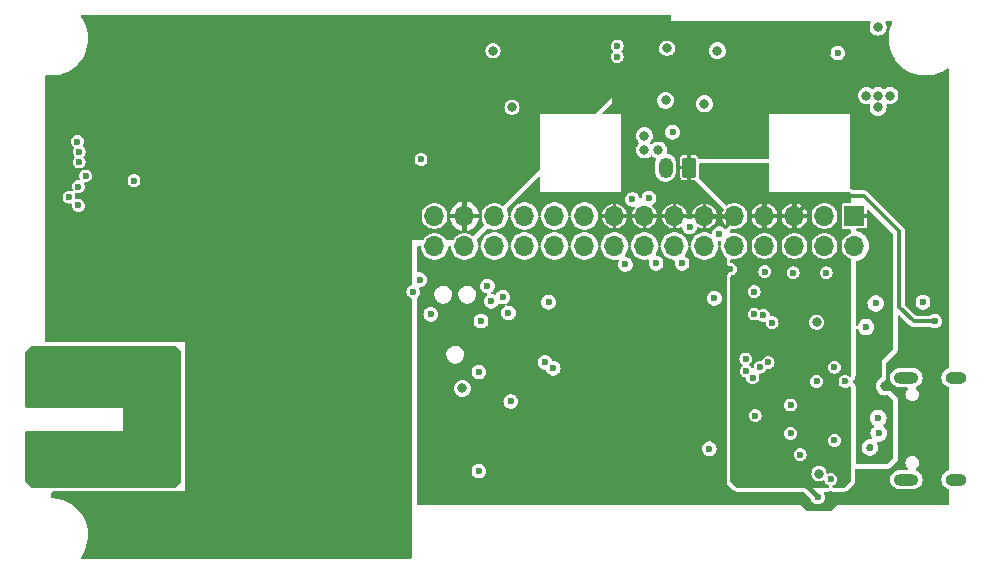
<source format=gbr>
%TF.GenerationSoftware,KiCad,Pcbnew,7.0.9*%
%TF.CreationDate,2024-02-26T10:01:53+01:00*%
%TF.ProjectId,C2LoraGateway,43324c6f-7261-4476-9174-657761792e6b,rev?*%
%TF.SameCoordinates,Original*%
%TF.FileFunction,Copper,L2,Inr*%
%TF.FilePolarity,Positive*%
%FSLAX46Y46*%
G04 Gerber Fmt 4.6, Leading zero omitted, Abs format (unit mm)*
G04 Created by KiCad (PCBNEW 7.0.9) date 2024-02-26 10:01:53*
%MOMM*%
%LPD*%
G01*
G04 APERTURE LIST*
G04 Aperture macros list*
%AMRoundRect*
0 Rectangle with rounded corners*
0 $1 Rounding radius*
0 $2 $3 $4 $5 $6 $7 $8 $9 X,Y pos of 4 corners*
0 Add a 4 corners polygon primitive as box body*
4,1,4,$2,$3,$4,$5,$6,$7,$8,$9,$2,$3,0*
0 Add four circle primitives for the rounded corners*
1,1,$1+$1,$2,$3*
1,1,$1+$1,$4,$5*
1,1,$1+$1,$6,$7*
1,1,$1+$1,$8,$9*
0 Add four rect primitives between the rounded corners*
20,1,$1+$1,$2,$3,$4,$5,0*
20,1,$1+$1,$4,$5,$6,$7,0*
20,1,$1+$1,$6,$7,$8,$9,0*
20,1,$1+$1,$8,$9,$2,$3,0*%
G04 Aperture macros list end*
%TA.AperFunction,ComponentPad*%
%ADD10RoundRect,0.250000X0.350000X0.625000X-0.350000X0.625000X-0.350000X-0.625000X0.350000X-0.625000X0*%
%TD*%
%TA.AperFunction,ComponentPad*%
%ADD11O,1.200000X1.750000*%
%TD*%
%TA.AperFunction,ComponentPad*%
%ADD12O,2.100000X1.000000*%
%TD*%
%TA.AperFunction,ComponentPad*%
%ADD13O,1.800000X1.000000*%
%TD*%
%TA.AperFunction,ComponentPad*%
%ADD14R,1.700000X1.700000*%
%TD*%
%TA.AperFunction,ComponentPad*%
%ADD15O,1.700000X1.700000*%
%TD*%
%TA.AperFunction,ViaPad*%
%ADD16C,0.800000*%
%TD*%
%TA.AperFunction,ViaPad*%
%ADD17C,0.600000*%
%TD*%
%TA.AperFunction,Conductor*%
%ADD18C,0.300000*%
%TD*%
%TA.AperFunction,Conductor*%
%ADD19C,0.400000*%
%TD*%
G04 APERTURE END LIST*
D10*
%TO.N,GND*%
%TO.C,J5*%
X147000000Y-84900000D03*
D11*
%TO.N,Vin*%
X145000000Y-84900000D03*
%TD*%
D12*
%TO.N,GNDRF*%
%TO.C,J4*%
X165395000Y-111320000D03*
D13*
X169575000Y-111320000D03*
D12*
X165395000Y-102680000D03*
D13*
X169575000Y-102680000D03*
%TD*%
D14*
%TO.N,/USB_VBUS*%
%TO.C,J3*%
X161000000Y-89000000D03*
D15*
%TO.N,/TxD0*%
X161000000Y-91540000D03*
%TO.N,Vin*%
X158460000Y-89000000D03*
%TO.N,/RxD0*%
X158460000Y-91540000D03*
%TO.N,VCC*%
X155920000Y-89000000D03*
%TO.N,/CTS0*%
X155920000Y-91540000D03*
%TO.N,VCC*%
X153380000Y-89000000D03*
%TO.N,/RTS0*%
X153380000Y-91540000D03*
%TO.N,GND*%
X150840000Y-89000000D03*
%TO.N,/IO4*%
X150840000Y-91540000D03*
%TO.N,GND*%
X148300000Y-89000000D03*
%TO.N,/IO5*%
X148300000Y-91540000D03*
%TO.N,GND*%
X145760000Y-89000000D03*
%TO.N,/IO6*%
X145760000Y-91540000D03*
%TO.N,GND*%
X143220000Y-89000000D03*
%TO.N,/IO7*%
X143220000Y-91540000D03*
%TO.N,GND*%
X140680000Y-89000000D03*
%TO.N,/IO14*%
X140680000Y-91540000D03*
%TO.N,/IO17*%
X138140000Y-89000000D03*
%TO.N,/IO21*%
X138140000Y-91540000D03*
%TO.N,/IO47*%
X135600000Y-89000000D03*
%TO.N,/IO38*%
X135600000Y-91540000D03*
%TO.N,/IO39*%
X133060000Y-89000000D03*
%TO.N,/IO40*%
X133060000Y-91540000D03*
%TO.N,/IO41*%
X130520000Y-89000000D03*
%TO.N,/IO42*%
X130520000Y-91540000D03*
%TO.N,GND*%
X127980000Y-89000000D03*
%TO.N,/IO1*%
X127980000Y-91540000D03*
%TO.N,+5V*%
X125440000Y-89000000D03*
%TO.N,/IO2*%
X125440000Y-91540000D03*
%TD*%
D16*
%TO.N,Vin*%
X145000000Y-79200000D03*
X143200000Y-82200000D03*
X162000000Y-78800000D03*
X164000000Y-78800000D03*
X163000000Y-78800000D03*
X163000000Y-79800000D03*
X163000000Y-73000000D03*
X145100000Y-74800000D03*
X143200000Y-83400000D03*
X144400000Y-83400000D03*
D17*
%TO.N,GND*%
X155600000Y-107400000D03*
X136600000Y-77200000D03*
X147000000Y-76600000D03*
D16*
X157800000Y-98000000D03*
D17*
X127800000Y-76200000D03*
X168600000Y-93200000D03*
X149600000Y-76600000D03*
X154600000Y-77200000D03*
X119400000Y-92200000D03*
X156400000Y-73000000D03*
X119400000Y-95000000D03*
X140600000Y-73200000D03*
X122000000Y-72400000D03*
X156000000Y-77200000D03*
X141000000Y-102200000D03*
X145800000Y-107000000D03*
X144800000Y-102200000D03*
X145800000Y-104600000D03*
X157800000Y-103000000D03*
X118400000Y-108900000D03*
D16*
X166200000Y-94600000D03*
D17*
X92800000Y-79400000D03*
X141000000Y-106000000D03*
X119400000Y-93600000D03*
X168600000Y-77800000D03*
X119800000Y-107400000D03*
X142000000Y-102200000D03*
X160200000Y-103000000D03*
D16*
X153000000Y-112800000D03*
D17*
X117200000Y-102600000D03*
X168700000Y-101000000D03*
X94000000Y-97600000D03*
X167800000Y-77800000D03*
X134800000Y-99000000D03*
X114800000Y-108900000D03*
X116000000Y-102600000D03*
X106000000Y-72400000D03*
X122600000Y-75800000D03*
X144000000Y-113000000D03*
X123200000Y-99800000D03*
X114800000Y-107400000D03*
X117200000Y-108900000D03*
X155600000Y-105000000D03*
X144800000Y-107000000D03*
X168600000Y-94000000D03*
X130600000Y-113000000D03*
X130600000Y-112200000D03*
X93000000Y-83800000D03*
X130600000Y-111400000D03*
X137800000Y-76700000D03*
X114800000Y-102600000D03*
D16*
X158000000Y-110800000D03*
D17*
X141000000Y-104600000D03*
X97000000Y-74500000D03*
X114800000Y-105000000D03*
X157200000Y-76700000D03*
X145800000Y-96200000D03*
X152400000Y-76600000D03*
X138000000Y-96200000D03*
X125200000Y-76200000D03*
X130400000Y-76200000D03*
X119800000Y-105000000D03*
X164400000Y-77200000D03*
X102000000Y-72400000D03*
X145000000Y-73000000D03*
X135400000Y-77200000D03*
X148400000Y-98600000D03*
X137800000Y-77700000D03*
X123200000Y-97600000D03*
X114000000Y-72400000D03*
X143800000Y-76600000D03*
X123200000Y-110000000D03*
X165000000Y-77800000D03*
X166800000Y-101200000D03*
X92800000Y-77600000D03*
X136000000Y-113000000D03*
X142000000Y-107000000D03*
X140200000Y-77200000D03*
X153400000Y-93700000D03*
D16*
X163600000Y-103400000D03*
D17*
X110000000Y-72400000D03*
X145800000Y-103200000D03*
X118000000Y-72400000D03*
X162300000Y-108600000D03*
X133200000Y-76600000D03*
X145800000Y-106000000D03*
D16*
X163600000Y-110800000D03*
D17*
X139000000Y-77200000D03*
X159300000Y-108000000D03*
X118400000Y-102600000D03*
X122600000Y-76800000D03*
X143400000Y-102200000D03*
X123200000Y-107600000D03*
X126000000Y-72400000D03*
X119600000Y-102600000D03*
X119400000Y-96400000D03*
X166200000Y-99400000D03*
X125647803Y-99971697D03*
X158400000Y-77200000D03*
X92800000Y-91400000D03*
X116000000Y-108900000D03*
X157200000Y-77700000D03*
X145800000Y-102200000D03*
X119600000Y-108900000D03*
X123200000Y-102200000D03*
X158600000Y-93800000D03*
X114800000Y-103800000D03*
X130400000Y-72400000D03*
X141000000Y-103200000D03*
X150500000Y-93500000D03*
X155800000Y-93800000D03*
X143400000Y-107000000D03*
X93000000Y-81400000D03*
X114800000Y-106200000D03*
X123200000Y-104800000D03*
X122600000Y-74800000D03*
X159800000Y-77200000D03*
X140000000Y-113000000D03*
X119400000Y-97800000D03*
X148000000Y-113000000D03*
X163600000Y-112400000D03*
X141000000Y-107000000D03*
D16*
%TO.N,VCC*%
X152900000Y-110800000D03*
D17*
X157900000Y-112800000D03*
D16*
X149400000Y-75000000D03*
X127800000Y-103600000D03*
D17*
X167800000Y-97900000D03*
D16*
X149600000Y-85000000D03*
X148300000Y-85000000D03*
X152000000Y-85000000D03*
X155000000Y-110800000D03*
X148300000Y-79500000D03*
%TO.N,/USB_VBUS*%
X163700000Y-109500000D03*
X163700000Y-104600000D03*
D17*
%TO.N,/IO0{slash}Boot*%
X159300000Y-101800000D03*
X129200000Y-102200000D03*
X129200000Y-110600000D03*
X135100000Y-96300000D03*
X125124500Y-97324500D03*
%TO.N,/PowerSupply/1.22V*%
X161980500Y-98400000D03*
X162800000Y-96400000D03*
%TO.N,GNDRF*%
X93000000Y-107600000D03*
X95400000Y-104800000D03*
X92200000Y-104800000D03*
X94600000Y-110400000D03*
X93000000Y-104800000D03*
X92200000Y-107600000D03*
X96400000Y-110400000D03*
X91400000Y-102000000D03*
X99200000Y-104800000D03*
X93800000Y-107600000D03*
X99600000Y-105400000D03*
X96200000Y-107600000D03*
X93000000Y-102000000D03*
X98800000Y-102000000D03*
X91400000Y-104800000D03*
X91400000Y-107600000D03*
X99200000Y-107600000D03*
X96200000Y-104800000D03*
X94600000Y-102000000D03*
X96200000Y-102000000D03*
X94600000Y-107600000D03*
X99600000Y-107000000D03*
X99600000Y-106200000D03*
X99000000Y-110400000D03*
X93000000Y-110400000D03*
X93800000Y-104800000D03*
X94600000Y-104800000D03*
X91400000Y-110400000D03*
X95400000Y-107600000D03*
%TO.N,/TxD0*%
X135500000Y-101900000D03*
%TO.N,/RxD0*%
X134800000Y-101400000D03*
%TO.N,/CTS0*%
X151826519Y-102123537D03*
%TO.N,/RTS0*%
X152380500Y-102700000D03*
%TO.N,Net-(JP2-A)*%
X166800000Y-96300000D03*
%TO.N,Net-(JP2-C)*%
X159600000Y-75200000D03*
%TO.N,/~{ESP_RESET}*%
X159000000Y-111300000D03*
X156400000Y-109200000D03*
X152600000Y-105900000D03*
X129380500Y-97900000D03*
X148700000Y-108700000D03*
%TO.N,SPI2_CS0*%
X100000000Y-86000000D03*
X143600000Y-87500000D03*
%TO.N,SPI2_MOSI*%
X94500000Y-87400000D03*
X144200000Y-93000000D03*
%TO.N,SPI2_SCLK*%
X142200000Y-87600000D03*
X95300000Y-86500000D03*
%TO.N,SPI2_MISO*%
X95300000Y-88100000D03*
X141600000Y-93100000D03*
%TO.N,~{5V_PS}*%
X153291467Y-97413067D03*
X140900000Y-74600000D03*
%TO.N,LORA_DIO1*%
X149561832Y-90500000D03*
X95352197Y-83552197D03*
%TO.N,LORA_BUSY*%
X95352197Y-84428303D03*
X147035974Y-89900000D03*
%TO.N,LORA_RST*%
X146400000Y-93000000D03*
X95900000Y-85600000D03*
D16*
%TO.N,+5V*%
X132000000Y-79800000D03*
X130400000Y-75000000D03*
D17*
%TO.N,5V_ENABLE*%
X145600000Y-81900000D03*
X152500000Y-97300000D03*
X152500000Y-95400000D03*
X140900000Y-75500000D03*
%TO.N,/LoRaModule/DIO2_TXEN*%
X95200000Y-82700000D03*
X124300000Y-84200000D03*
%TO.N,/IO4*%
X154022030Y-98015635D03*
%TO.N,/IO5*%
X149138053Y-95961947D03*
%TO.N,/IO6*%
X153700000Y-101400000D03*
%TO.N,/IO7*%
X153000000Y-101800000D03*
%TO.N,/IO1*%
X123600000Y-95400000D03*
%TO.N,/IO2*%
X124200000Y-94400000D03*
%TO.N,/IO17*%
X151800000Y-101100000D03*
%TO.N,/IO38*%
X131700000Y-97200000D03*
%TO.N,/IO39*%
X131237701Y-95862299D03*
%TO.N,/IO40*%
X130250901Y-96223697D03*
%TO.N,/IO41*%
X131900000Y-104700000D03*
%TO.N,/IO42*%
X129914906Y-94924100D03*
%TO.N,/USB_D+*%
X163009398Y-106100000D03*
X163058136Y-107400500D03*
%TD*%
D18*
%TO.N,GND*%
X150840000Y-89000000D02*
X150840000Y-89160000D01*
X150840000Y-89160000D02*
X150100000Y-89900000D01*
D19*
X150840000Y-89000000D02*
X148300000Y-89000000D01*
D18*
%TO.N,VCC*%
X164800000Y-90300000D02*
X164800000Y-96700000D01*
X164800000Y-96700000D02*
X166000000Y-97900000D01*
D19*
X155900000Y-110800000D02*
X157900000Y-112800000D01*
D18*
X166000000Y-97900000D02*
X167800000Y-97900000D01*
X157620000Y-87300000D02*
X161800000Y-87300000D01*
D19*
X155000000Y-110800000D02*
X155900000Y-110800000D01*
D18*
X161800000Y-87300000D02*
X164800000Y-90300000D01*
X155920000Y-89000000D02*
X157620000Y-87300000D01*
%TD*%
%TA.AperFunction,Conductor*%
%TO.N,GND*%
G36*
X145459191Y-72018907D02*
G01*
X145495155Y-72068407D01*
X145500000Y-72099000D01*
X145500000Y-74298669D01*
X145466522Y-74269010D01*
X145328790Y-74196723D01*
X145177774Y-74159500D01*
X145177771Y-74159500D01*
X145022229Y-74159500D01*
X145022225Y-74159500D01*
X144871209Y-74196723D01*
X144733477Y-74269010D01*
X144617058Y-74372149D01*
X144617053Y-74372155D01*
X144528702Y-74500154D01*
X144528701Y-74500156D01*
X144473544Y-74645593D01*
X144473543Y-74645594D01*
X144454796Y-74799998D01*
X144454796Y-74800001D01*
X144473543Y-74954405D01*
X144473544Y-74954407D01*
X144490836Y-75000001D01*
X144528701Y-75099843D01*
X144528702Y-75099845D01*
X144617053Y-75227844D01*
X144617058Y-75227850D01*
X144733477Y-75330989D01*
X144733480Y-75330991D01*
X144733482Y-75330992D01*
X144871208Y-75403276D01*
X145022229Y-75440500D01*
X145022233Y-75440500D01*
X145177767Y-75440500D01*
X145177771Y-75440500D01*
X145328792Y-75403276D01*
X145466518Y-75330992D01*
X145500000Y-75301329D01*
X145500000Y-78500000D01*
X140900000Y-78500000D01*
X140500000Y-78900000D01*
X139028996Y-80371004D01*
X138974479Y-80398781D01*
X138958992Y-80400000D01*
X134400000Y-80400000D01*
X134400000Y-80400001D01*
X134400000Y-84958991D01*
X134381093Y-85017182D01*
X134371004Y-85028995D01*
X131293477Y-88106521D01*
X131238960Y-88134298D01*
X131178528Y-88124727D01*
X131171361Y-88120692D01*
X131008160Y-88019642D01*
X130819708Y-87946635D01*
X130819707Y-87946634D01*
X130819705Y-87946634D01*
X130621050Y-87909500D01*
X130418950Y-87909500D01*
X130220294Y-87946634D01*
X130188643Y-87958896D01*
X130031840Y-88019642D01*
X129862122Y-88124727D01*
X129860011Y-88126034D01*
X129710659Y-88262186D01*
X129588867Y-88423464D01*
X129588862Y-88423473D01*
X129498784Y-88604375D01*
X129443475Y-88798761D01*
X129424828Y-89000000D01*
X129443475Y-89201238D01*
X129465470Y-89278541D01*
X129498783Y-89395622D01*
X129588866Y-89576534D01*
X129588867Y-89576535D01*
X129588871Y-89576541D01*
X129637886Y-89641448D01*
X129657865Y-89699279D01*
X129640036Y-89757809D01*
X129628886Y-89771112D01*
X128753477Y-90646521D01*
X128698960Y-90674298D01*
X128638528Y-90664727D01*
X128631361Y-90660692D01*
X128468160Y-90559642D01*
X128279708Y-90486635D01*
X128279707Y-90486634D01*
X128279705Y-90486634D01*
X128081050Y-90449500D01*
X127878950Y-90449500D01*
X127680294Y-90486634D01*
X127611017Y-90513472D01*
X127491840Y-90559642D01*
X127320011Y-90666034D01*
X127170658Y-90802187D01*
X127050983Y-90960662D01*
X127000829Y-90995704D01*
X126971981Y-91000000D01*
X126448019Y-91000000D01*
X126389828Y-90981093D01*
X126369017Y-90960663D01*
X126249342Y-90802187D01*
X126099989Y-90666034D01*
X125928160Y-90559642D01*
X125739708Y-90486635D01*
X125739707Y-90486634D01*
X125739705Y-90486634D01*
X125541050Y-90449500D01*
X125338950Y-90449500D01*
X125140294Y-90486634D01*
X125071017Y-90513472D01*
X124951840Y-90559642D01*
X124780011Y-90666034D01*
X124630658Y-90802187D01*
X124510983Y-90960662D01*
X124460829Y-90995704D01*
X124431981Y-91000000D01*
X123500000Y-91000000D01*
X123500000Y-91000001D01*
X123500000Y-94790238D01*
X123481093Y-94848429D01*
X123438886Y-94881702D01*
X123327419Y-94927873D01*
X123214512Y-95014510D01*
X123214510Y-95014512D01*
X123127872Y-95127420D01*
X123073413Y-95258896D01*
X123073411Y-95258904D01*
X123054836Y-95399999D01*
X123054836Y-95400000D01*
X123073411Y-95541095D01*
X123073413Y-95541103D01*
X123127872Y-95672579D01*
X123127873Y-95672581D01*
X123127874Y-95672582D01*
X123214511Y-95785489D01*
X123327418Y-95872126D01*
X123327419Y-95872126D01*
X123327420Y-95872127D01*
X123438885Y-95918297D01*
X123485411Y-95958033D01*
X123500000Y-96009761D01*
X123500000Y-117901000D01*
X123481093Y-117959191D01*
X123431593Y-117995155D01*
X123401000Y-118000000D01*
X95576095Y-118000000D01*
X95517904Y-117981093D01*
X95481940Y-117931593D01*
X95481940Y-117870407D01*
X95494373Y-117845120D01*
X95557421Y-117752915D01*
X95659448Y-117603706D01*
X95824921Y-117290098D01*
X95953568Y-116959672D01*
X96043710Y-116616736D01*
X96094173Y-116265759D01*
X96104299Y-115911317D01*
X96073955Y-115558032D01*
X96003537Y-115210508D01*
X95893964Y-114873277D01*
X95746664Y-114550734D01*
X95563557Y-114247085D01*
X95347029Y-113966287D01*
X95099905Y-113712003D01*
X95099904Y-113712002D01*
X95099900Y-113711998D01*
X94825410Y-113487549D01*
X94825401Y-113487542D01*
X94527106Y-113295839D01*
X94358762Y-113213071D01*
X94208904Y-113139391D01*
X93874939Y-113020232D01*
X93874934Y-113020230D01*
X93874929Y-113020229D01*
X93529575Y-112939921D01*
X93529569Y-112939920D01*
X93529568Y-112939920D01*
X93177293Y-112899500D01*
X93099000Y-112899500D01*
X93040809Y-112880593D01*
X93004845Y-112831093D01*
X93000000Y-112800500D01*
X93000000Y-112418500D01*
X93018907Y-112360309D01*
X93068407Y-112324345D01*
X93099000Y-112319500D01*
X103465266Y-112319500D01*
X103465267Y-112319500D01*
X103477807Y-112319007D01*
X103499552Y-112317296D01*
X103503510Y-112316897D01*
X103513413Y-112315900D01*
X103551271Y-112304325D01*
X103580215Y-112300000D01*
X104299999Y-112300000D01*
X104300000Y-112300000D01*
X104300000Y-111585291D01*
X104303738Y-111561689D01*
X104302956Y-111561502D01*
X104303863Y-111557724D01*
X104319500Y-111458995D01*
X104319500Y-100534734D01*
X104319007Y-100522193D01*
X104317296Y-100500448D01*
X104315900Y-100486591D01*
X104315900Y-100486588D01*
X104304325Y-100448723D01*
X104300000Y-100419781D01*
X104300000Y-99700001D01*
X104300000Y-99700000D01*
X104299999Y-99700000D01*
X103585291Y-99700000D01*
X103561689Y-99696261D01*
X103561502Y-99697044D01*
X103557724Y-99696136D01*
X103458995Y-99680500D01*
X103458992Y-99680500D01*
X92599000Y-99680500D01*
X92540809Y-99661593D01*
X92504845Y-99612093D01*
X92500000Y-99581500D01*
X92500000Y-89000000D01*
X124344828Y-89000000D01*
X124363475Y-89201238D01*
X124385470Y-89278541D01*
X124418783Y-89395622D01*
X124508866Y-89576534D01*
X124630658Y-89737813D01*
X124780011Y-89873966D01*
X124951840Y-89980358D01*
X125140292Y-90053365D01*
X125338950Y-90090500D01*
X125541050Y-90090500D01*
X125739708Y-90053365D01*
X125928160Y-89980358D01*
X126099989Y-89873966D01*
X126249342Y-89737813D01*
X126371134Y-89576534D01*
X126461217Y-89395622D01*
X126516525Y-89201237D01*
X126516640Y-89200000D01*
X126742722Y-89200000D01*
X126744286Y-89217881D01*
X126800897Y-89429157D01*
X126893332Y-89627386D01*
X127018783Y-89806549D01*
X127173450Y-89961216D01*
X127352613Y-90086667D01*
X127550842Y-90179102D01*
X127762118Y-90235713D01*
X127779999Y-90237277D01*
X127780000Y-90237277D01*
X127780000Y-89458335D01*
X127837685Y-89484680D01*
X127944237Y-89500000D01*
X128015763Y-89500000D01*
X128122315Y-89484680D01*
X128180000Y-89458335D01*
X128180000Y-90237277D01*
X128197881Y-90235713D01*
X128409157Y-90179102D01*
X128607386Y-90086667D01*
X128786549Y-89961216D01*
X128941216Y-89806549D01*
X129066667Y-89627386D01*
X129159102Y-89429157D01*
X129215713Y-89217881D01*
X129217277Y-89200000D01*
X128442383Y-89200000D01*
X128480000Y-89071889D01*
X128480000Y-88928111D01*
X128442383Y-88800000D01*
X129217277Y-88800000D01*
X129217277Y-88799999D01*
X129215713Y-88782118D01*
X129159102Y-88570842D01*
X129066667Y-88372614D01*
X128941216Y-88193450D01*
X128786549Y-88038783D01*
X128607386Y-87913332D01*
X128409157Y-87820897D01*
X128197887Y-87764288D01*
X128180000Y-87762722D01*
X128180000Y-88541664D01*
X128122315Y-88515320D01*
X128015763Y-88500000D01*
X127944237Y-88500000D01*
X127837685Y-88515320D01*
X127780000Y-88541664D01*
X127780000Y-87762722D01*
X127762112Y-87764288D01*
X127550843Y-87820897D01*
X127352614Y-87913332D01*
X127173450Y-88038783D01*
X127018783Y-88193450D01*
X126893332Y-88372614D01*
X126800897Y-88570842D01*
X126744286Y-88782118D01*
X126742722Y-88799999D01*
X126742723Y-88800000D01*
X127517617Y-88800000D01*
X127480000Y-88928111D01*
X127480000Y-89071889D01*
X127517617Y-89200000D01*
X126742722Y-89200000D01*
X126516640Y-89200000D01*
X126535172Y-89000000D01*
X126516525Y-88798763D01*
X126461217Y-88604378D01*
X126371134Y-88423466D01*
X126249342Y-88262187D01*
X126099989Y-88126034D01*
X125928160Y-88019642D01*
X125739708Y-87946635D01*
X125739707Y-87946634D01*
X125739705Y-87946634D01*
X125541050Y-87909500D01*
X125338950Y-87909500D01*
X125140294Y-87946634D01*
X125108643Y-87958896D01*
X124951840Y-88019642D01*
X124782122Y-88124727D01*
X124780011Y-88126034D01*
X124630659Y-88262186D01*
X124508867Y-88423464D01*
X124508862Y-88423473D01*
X124418784Y-88604375D01*
X124363475Y-88798761D01*
X124344828Y-89000000D01*
X92500000Y-89000000D01*
X92500000Y-87400000D01*
X93954836Y-87400000D01*
X93973411Y-87541095D01*
X93973413Y-87541103D01*
X94027872Y-87672579D01*
X94027873Y-87672581D01*
X94027874Y-87672582D01*
X94114511Y-87785489D01*
X94227418Y-87872126D01*
X94227419Y-87872126D01*
X94227420Y-87872127D01*
X94259679Y-87885489D01*
X94358901Y-87926588D01*
X94464725Y-87940520D01*
X94499999Y-87945164D01*
X94500000Y-87945164D01*
X94500001Y-87945164D01*
X94634665Y-87927435D01*
X94641099Y-87926588D01*
X94641099Y-87926587D01*
X94647532Y-87925741D01*
X94647755Y-87927435D01*
X94700643Y-87930205D01*
X94748194Y-87968709D01*
X94764031Y-88027809D01*
X94763320Y-88035552D01*
X94754836Y-88099998D01*
X94754836Y-88100000D01*
X94773411Y-88241095D01*
X94773413Y-88241103D01*
X94827872Y-88372579D01*
X94827873Y-88372581D01*
X94827874Y-88372582D01*
X94914511Y-88485489D01*
X95027418Y-88572126D01*
X95158901Y-88626588D01*
X95264725Y-88640520D01*
X95299999Y-88645164D01*
X95300000Y-88645164D01*
X95300001Y-88645164D01*
X95328219Y-88641448D01*
X95441099Y-88626588D01*
X95572582Y-88572126D01*
X95685489Y-88485489D01*
X95772126Y-88372582D01*
X95826588Y-88241099D01*
X95845164Y-88100000D01*
X95826588Y-87958901D01*
X95807713Y-87913332D01*
X95772127Y-87827420D01*
X95772126Y-87827419D01*
X95772126Y-87827418D01*
X95685489Y-87714511D01*
X95572582Y-87627874D01*
X95572581Y-87627873D01*
X95572579Y-87627872D01*
X95441103Y-87573413D01*
X95441095Y-87573411D01*
X95300001Y-87554836D01*
X95299999Y-87554836D01*
X95208711Y-87566854D01*
X95158901Y-87573412D01*
X95158900Y-87573412D01*
X95152468Y-87574259D01*
X95152245Y-87572569D01*
X95099333Y-87569785D01*
X95051792Y-87531269D01*
X95035969Y-87472165D01*
X95036677Y-87464461D01*
X95045164Y-87400000D01*
X95026588Y-87258901D01*
X95026586Y-87258896D01*
X94974493Y-87133131D01*
X94969692Y-87072135D01*
X95001662Y-87019966D01*
X95058190Y-86996551D01*
X95103842Y-87003781D01*
X95158901Y-87026588D01*
X95264725Y-87040520D01*
X95299999Y-87045164D01*
X95300000Y-87045164D01*
X95300001Y-87045164D01*
X95328219Y-87041448D01*
X95441099Y-87026588D01*
X95572582Y-86972126D01*
X95685489Y-86885489D01*
X95772126Y-86772582D01*
X95826588Y-86641099D01*
X95845164Y-86500000D01*
X95826588Y-86358901D01*
X95794333Y-86281032D01*
X95789533Y-86220037D01*
X95821502Y-86167868D01*
X95878030Y-86144453D01*
X95898723Y-86144995D01*
X95900000Y-86145164D01*
X96041099Y-86126588D01*
X96172582Y-86072126D01*
X96266578Y-86000000D01*
X99454836Y-86000000D01*
X99473411Y-86141095D01*
X99473413Y-86141103D01*
X99527872Y-86272579D01*
X99527873Y-86272581D01*
X99527874Y-86272582D01*
X99614511Y-86385489D01*
X99727418Y-86472126D01*
X99858901Y-86526588D01*
X99964725Y-86540520D01*
X99999999Y-86545164D01*
X100000000Y-86545164D01*
X100000001Y-86545164D01*
X100028219Y-86541448D01*
X100141099Y-86526588D01*
X100272582Y-86472126D01*
X100385489Y-86385489D01*
X100472126Y-86272582D01*
X100526588Y-86141099D01*
X100545164Y-86000000D01*
X100541663Y-85973411D01*
X100539952Y-85960409D01*
X100526588Y-85858901D01*
X100472126Y-85727418D01*
X100385489Y-85614511D01*
X100272582Y-85527874D01*
X100272581Y-85527873D01*
X100272579Y-85527872D01*
X100141103Y-85473413D01*
X100141095Y-85473411D01*
X100000001Y-85454836D01*
X99999999Y-85454836D01*
X99858904Y-85473411D01*
X99858896Y-85473413D01*
X99727420Y-85527872D01*
X99614512Y-85614510D01*
X99614510Y-85614512D01*
X99527872Y-85727420D01*
X99473413Y-85858896D01*
X99473411Y-85858904D01*
X99454836Y-85999999D01*
X99454836Y-86000000D01*
X96266578Y-86000000D01*
X96285489Y-85985489D01*
X96372126Y-85872582D01*
X96426588Y-85741099D01*
X96445164Y-85600000D01*
X96426588Y-85458901D01*
X96372126Y-85327418D01*
X96285489Y-85214511D01*
X96172582Y-85127874D01*
X96172581Y-85127873D01*
X96172579Y-85127872D01*
X96041103Y-85073413D01*
X96041095Y-85073411D01*
X95900001Y-85054836D01*
X95899999Y-85054836D01*
X95758904Y-85073411D01*
X95758896Y-85073413D01*
X95627420Y-85127872D01*
X95514512Y-85214510D01*
X95514510Y-85214512D01*
X95427872Y-85327420D01*
X95373413Y-85458896D01*
X95373411Y-85458904D01*
X95354836Y-85599999D01*
X95354836Y-85600000D01*
X95373411Y-85741095D01*
X95373413Y-85741103D01*
X95405665Y-85818966D01*
X95410466Y-85879962D01*
X95378496Y-85932131D01*
X95321968Y-85955546D01*
X95301283Y-85955005D01*
X95300000Y-85954836D01*
X95299999Y-85954836D01*
X95158904Y-85973411D01*
X95158896Y-85973413D01*
X95027420Y-86027872D01*
X94914512Y-86114510D01*
X94914510Y-86114512D01*
X94827872Y-86227420D01*
X94773413Y-86358896D01*
X94773411Y-86358904D01*
X94754836Y-86499999D01*
X94754836Y-86500000D01*
X94773411Y-86641095D01*
X94773413Y-86641104D01*
X94825506Y-86766868D01*
X94830306Y-86827865D01*
X94798337Y-86880034D01*
X94741809Y-86903448D01*
X94696157Y-86896217D01*
X94641104Y-86873413D01*
X94641095Y-86873411D01*
X94500001Y-86854836D01*
X94499999Y-86854836D01*
X94358904Y-86873411D01*
X94358896Y-86873413D01*
X94227420Y-86927872D01*
X94114512Y-87014510D01*
X94114510Y-87014512D01*
X94027872Y-87127420D01*
X93973413Y-87258896D01*
X93973411Y-87258904D01*
X93954836Y-87399999D01*
X93954836Y-87400000D01*
X92500000Y-87400000D01*
X92500000Y-82700000D01*
X94654836Y-82700000D01*
X94673411Y-82841095D01*
X94673413Y-82841103D01*
X94727872Y-82972579D01*
X94727873Y-82972581D01*
X94727874Y-82972582D01*
X94814511Y-83085489D01*
X94870989Y-83128826D01*
X94905644Y-83179251D01*
X94904042Y-83240415D01*
X94889265Y-83267633D01*
X94880071Y-83279615D01*
X94880070Y-83279615D01*
X94825610Y-83411096D01*
X94825608Y-83411101D01*
X94807033Y-83552196D01*
X94807033Y-83552197D01*
X94825608Y-83693292D01*
X94825610Y-83693300D01*
X94880069Y-83824776D01*
X94880071Y-83824780D01*
X94960796Y-83929983D01*
X94981220Y-83987659D01*
X94963842Y-84046324D01*
X94960796Y-84050517D01*
X94880071Y-84155719D01*
X94880069Y-84155723D01*
X94825610Y-84287199D01*
X94825608Y-84287207D01*
X94807033Y-84428302D01*
X94807033Y-84428303D01*
X94825608Y-84569398D01*
X94825610Y-84569406D01*
X94880069Y-84700882D01*
X94880070Y-84700884D01*
X94880071Y-84700885D01*
X94966708Y-84813792D01*
X95079615Y-84900429D01*
X95079616Y-84900429D01*
X95079617Y-84900430D01*
X95211093Y-84954889D01*
X95211098Y-84954891D01*
X95316922Y-84968823D01*
X95352196Y-84973467D01*
X95352197Y-84973467D01*
X95352198Y-84973467D01*
X95380416Y-84969751D01*
X95493296Y-84954891D01*
X95624779Y-84900429D01*
X95737686Y-84813792D01*
X95824323Y-84700885D01*
X95878785Y-84569402D01*
X95897361Y-84428303D01*
X95878785Y-84287204D01*
X95842664Y-84200000D01*
X123754836Y-84200000D01*
X123773411Y-84341095D01*
X123773413Y-84341103D01*
X123827872Y-84472579D01*
X123827873Y-84472581D01*
X123827874Y-84472582D01*
X123914511Y-84585489D01*
X124027418Y-84672126D01*
X124027419Y-84672126D01*
X124027420Y-84672127D01*
X124096841Y-84700882D01*
X124158901Y-84726588D01*
X124264725Y-84740520D01*
X124299999Y-84745164D01*
X124300000Y-84745164D01*
X124300001Y-84745164D01*
X124328219Y-84741448D01*
X124441099Y-84726588D01*
X124572582Y-84672126D01*
X124685489Y-84585489D01*
X124772126Y-84472582D01*
X124826588Y-84341099D01*
X124845164Y-84200000D01*
X124826588Y-84058901D01*
X124823115Y-84050517D01*
X124772127Y-83927420D01*
X124772126Y-83927419D01*
X124772126Y-83927418D01*
X124685489Y-83814511D01*
X124572582Y-83727874D01*
X124572581Y-83727873D01*
X124572579Y-83727872D01*
X124441103Y-83673413D01*
X124441095Y-83673411D01*
X124300001Y-83654836D01*
X124299999Y-83654836D01*
X124158904Y-83673411D01*
X124158896Y-83673413D01*
X124027420Y-83727872D01*
X123914512Y-83814510D01*
X123914510Y-83814512D01*
X123827872Y-83927420D01*
X123773413Y-84058896D01*
X123773411Y-84058904D01*
X123754836Y-84199999D01*
X123754836Y-84200000D01*
X95842664Y-84200000D01*
X95824323Y-84155721D01*
X95743596Y-84050516D01*
X95723173Y-83992842D01*
X95740550Y-83934176D01*
X95743587Y-83929994D01*
X95824323Y-83824779D01*
X95878785Y-83693296D01*
X95897361Y-83552197D01*
X95878785Y-83411098D01*
X95824323Y-83279615D01*
X95737686Y-83166708D01*
X95681206Y-83123369D01*
X95646552Y-83072945D01*
X95648154Y-83011780D01*
X95662934Y-82984559D01*
X95672126Y-82972582D01*
X95726588Y-82841099D01*
X95745164Y-82700000D01*
X95726588Y-82558901D01*
X95672126Y-82427418D01*
X95585489Y-82314511D01*
X95472582Y-82227874D01*
X95472581Y-82227873D01*
X95472579Y-82227872D01*
X95341103Y-82173413D01*
X95341095Y-82173411D01*
X95200001Y-82154836D01*
X95199999Y-82154836D01*
X95058904Y-82173411D01*
X95058896Y-82173413D01*
X94927420Y-82227872D01*
X94814512Y-82314510D01*
X94814510Y-82314512D01*
X94727872Y-82427420D01*
X94673413Y-82558896D01*
X94673411Y-82558904D01*
X94654836Y-82699999D01*
X94654836Y-82700000D01*
X92500000Y-82700000D01*
X92500000Y-79800001D01*
X131354796Y-79800001D01*
X131373543Y-79954405D01*
X131373544Y-79954406D01*
X131428701Y-80099843D01*
X131428702Y-80099845D01*
X131517053Y-80227844D01*
X131517058Y-80227850D01*
X131633477Y-80330989D01*
X131633480Y-80330991D01*
X131633482Y-80330992D01*
X131771208Y-80403276D01*
X131922229Y-80440500D01*
X131922233Y-80440500D01*
X132077767Y-80440500D01*
X132077771Y-80440500D01*
X132228792Y-80403276D01*
X132366518Y-80330992D01*
X132366520Y-80330989D01*
X132366522Y-80330989D01*
X132482941Y-80227850D01*
X132482946Y-80227844D01*
X132571297Y-80099845D01*
X132571300Y-80099841D01*
X132626456Y-79954407D01*
X132645204Y-79800000D01*
X132626456Y-79645593D01*
X132571300Y-79500159D01*
X132571297Y-79500154D01*
X132482946Y-79372155D01*
X132482941Y-79372149D01*
X132366522Y-79269010D01*
X132228790Y-79196723D01*
X132077774Y-79159500D01*
X132077771Y-79159500D01*
X131922229Y-79159500D01*
X131922225Y-79159500D01*
X131771209Y-79196723D01*
X131633477Y-79269010D01*
X131517058Y-79372149D01*
X131517053Y-79372155D01*
X131428702Y-79500154D01*
X131428701Y-79500156D01*
X131373544Y-79645593D01*
X131373543Y-79645594D01*
X131354796Y-79799998D01*
X131354796Y-79800001D01*
X92500000Y-79800001D01*
X92500000Y-77174481D01*
X92518907Y-77116290D01*
X92568407Y-77080326D01*
X92610281Y-77076126D01*
X92822707Y-77100500D01*
X92822716Y-77100500D01*
X93088571Y-77100500D01*
X93088576Y-77100500D01*
X93354008Y-77085322D01*
X93703400Y-77024857D01*
X94043623Y-76924959D01*
X94370241Y-76786929D01*
X94678995Y-76612568D01*
X94965861Y-76404147D01*
X94965870Y-76404138D01*
X94965872Y-76404138D01*
X95144486Y-76240206D01*
X95227099Y-76164385D01*
X95459304Y-75896407D01*
X95659448Y-75603706D01*
X95824921Y-75290098D01*
X95919409Y-75047408D01*
X95937867Y-75000001D01*
X129754796Y-75000001D01*
X129773543Y-75154405D01*
X129773544Y-75154407D01*
X129825004Y-75290096D01*
X129828701Y-75299843D01*
X129828702Y-75299845D01*
X129917053Y-75427844D01*
X129917058Y-75427850D01*
X130033477Y-75530989D01*
X130033480Y-75530991D01*
X130033482Y-75530992D01*
X130171208Y-75603276D01*
X130322229Y-75640500D01*
X130322233Y-75640500D01*
X130477767Y-75640500D01*
X130477771Y-75640500D01*
X130628792Y-75603276D01*
X130766518Y-75530992D01*
X130766520Y-75530989D01*
X130766522Y-75530989D01*
X130882941Y-75427850D01*
X130882946Y-75427844D01*
X130902165Y-75400000D01*
X136000000Y-75400000D01*
X136000000Y-79000000D01*
X139600000Y-79000000D01*
X139600000Y-75500000D01*
X140354836Y-75500000D01*
X140373411Y-75641095D01*
X140373413Y-75641103D01*
X140427872Y-75772579D01*
X140427873Y-75772581D01*
X140427874Y-75772582D01*
X140514511Y-75885489D01*
X140627418Y-75972126D01*
X140758901Y-76026588D01*
X140864725Y-76040520D01*
X140899999Y-76045164D01*
X140900000Y-76045164D01*
X140900001Y-76045164D01*
X140928219Y-76041448D01*
X141041099Y-76026588D01*
X141172582Y-75972126D01*
X141285489Y-75885489D01*
X141372126Y-75772582D01*
X141426588Y-75641099D01*
X141445164Y-75500000D01*
X141426588Y-75358901D01*
X141415027Y-75330990D01*
X141372127Y-75227420D01*
X141372126Y-75227419D01*
X141372126Y-75227418D01*
X141285489Y-75114511D01*
X141285486Y-75114508D01*
X141282232Y-75110268D01*
X141261808Y-75052592D01*
X141279185Y-74993926D01*
X141282232Y-74989732D01*
X141285486Y-74985491D01*
X141285489Y-74985489D01*
X141372126Y-74872582D01*
X141426588Y-74741099D01*
X141445164Y-74600000D01*
X141426588Y-74458901D01*
X141419574Y-74441968D01*
X141372127Y-74327420D01*
X141372126Y-74327419D01*
X141372126Y-74327418D01*
X141285489Y-74214511D01*
X141172582Y-74127874D01*
X141172581Y-74127873D01*
X141172579Y-74127872D01*
X141041103Y-74073413D01*
X141041095Y-74073411D01*
X140900001Y-74054836D01*
X140899999Y-74054836D01*
X140758904Y-74073411D01*
X140758896Y-74073413D01*
X140627420Y-74127872D01*
X140514512Y-74214510D01*
X140514510Y-74214512D01*
X140427872Y-74327420D01*
X140373413Y-74458896D01*
X140373411Y-74458904D01*
X140354836Y-74599999D01*
X140354836Y-74600000D01*
X140373411Y-74741095D01*
X140373413Y-74741103D01*
X140427872Y-74872579D01*
X140427873Y-74872581D01*
X140427874Y-74872582D01*
X140514511Y-74985489D01*
X140517767Y-74989732D01*
X140538191Y-75047408D01*
X140520814Y-75106074D01*
X140517767Y-75110268D01*
X140427872Y-75227420D01*
X140373413Y-75358896D01*
X140373411Y-75358904D01*
X140354836Y-75499999D01*
X140354836Y-75500000D01*
X139600000Y-75500000D01*
X139600000Y-75400000D01*
X136000000Y-75400000D01*
X130902165Y-75400000D01*
X130949800Y-75330989D01*
X130971300Y-75299841D01*
X131026456Y-75154407D01*
X131045204Y-75000000D01*
X131044466Y-74993926D01*
X131026456Y-74845594D01*
X131026456Y-74845593D01*
X130971300Y-74700159D01*
X130971297Y-74700154D01*
X130882946Y-74572155D01*
X130882941Y-74572149D01*
X130766522Y-74469010D01*
X130628790Y-74396723D01*
X130477774Y-74359500D01*
X130477771Y-74359500D01*
X130322229Y-74359500D01*
X130322225Y-74359500D01*
X130171209Y-74396723D01*
X130033477Y-74469010D01*
X129917058Y-74572149D01*
X129917053Y-74572155D01*
X129828702Y-74700154D01*
X129828701Y-74700156D01*
X129773544Y-74845593D01*
X129773543Y-74845594D01*
X129754796Y-74999998D01*
X129754796Y-75000001D01*
X95937867Y-75000001D01*
X95953564Y-74959683D01*
X95953566Y-74959678D01*
X95953568Y-74959672D01*
X96043710Y-74616736D01*
X96081279Y-74355431D01*
X96094172Y-74265767D01*
X96094172Y-74265764D01*
X96094173Y-74265759D01*
X96104299Y-73911317D01*
X96073955Y-73558032D01*
X96003537Y-73210508D01*
X95893964Y-72873277D01*
X95746664Y-72550734D01*
X95563557Y-72247085D01*
X95495982Y-72159453D01*
X95475421Y-72101827D01*
X95492659Y-72043120D01*
X95541112Y-72005757D01*
X95574381Y-72000000D01*
X145401000Y-72000000D01*
X145459191Y-72018907D01*
G37*
%TD.AperFunction*%
%TD*%
%TA.AperFunction,Conductor*%
%TO.N,GNDRF*%
G36*
X103517183Y-100018907D02*
G01*
X103528996Y-100028996D01*
X103971004Y-100471004D01*
X103998781Y-100525521D01*
X104000000Y-100541008D01*
X104000000Y-111458992D01*
X103981093Y-111517183D01*
X103971004Y-111528996D01*
X103528996Y-111971004D01*
X103474479Y-111998781D01*
X103458992Y-112000000D01*
X91341008Y-112000000D01*
X91282817Y-111981093D01*
X91271004Y-111971004D01*
X90828996Y-111528996D01*
X90801219Y-111474479D01*
X90800000Y-111458992D01*
X90800000Y-107274000D01*
X90818907Y-107215809D01*
X90868407Y-107179845D01*
X90899000Y-107175000D01*
X99074999Y-107175000D01*
X99075000Y-107175000D01*
X99075000Y-105225000D01*
X90899000Y-105225000D01*
X90840809Y-105206093D01*
X90804845Y-105156593D01*
X90800000Y-105126000D01*
X90800000Y-100541008D01*
X90818907Y-100482817D01*
X90828996Y-100471004D01*
X91271004Y-100028996D01*
X91325521Y-100001219D01*
X91341008Y-100000000D01*
X103458992Y-100000000D01*
X103517183Y-100018907D01*
G37*
%TD.AperFunction*%
%TD*%
%TA.AperFunction,Conductor*%
%TO.N,/USB_VBUS*%
G36*
X162219004Y-88497529D02*
G01*
X164220504Y-90499029D01*
X164248281Y-90553546D01*
X164249500Y-90569033D01*
X164249500Y-96690602D01*
X164247238Y-96756823D01*
X164247238Y-96756827D01*
X164257867Y-96800441D01*
X164258814Y-96805423D01*
X164264930Y-96849921D01*
X164264930Y-96849922D01*
X164272931Y-96868341D01*
X164278313Y-96884345D01*
X164283065Y-96903848D01*
X164283067Y-96903853D01*
X164287294Y-96911370D01*
X164300000Y-96959892D01*
X164300000Y-100158992D01*
X164281093Y-100217183D01*
X164271004Y-100228996D01*
X163300000Y-101200000D01*
X163300000Y-102588378D01*
X163281093Y-102646569D01*
X163253671Y-102672204D01*
X163097741Y-102770181D01*
X162970181Y-102897741D01*
X162874211Y-103050476D01*
X162874211Y-103050477D01*
X162814633Y-103220738D01*
X162814632Y-103220742D01*
X162794435Y-103400000D01*
X162814632Y-103579257D01*
X162814633Y-103579261D01*
X162874211Y-103749522D01*
X162874211Y-103749523D01*
X162970181Y-103902258D01*
X162970184Y-103902262D01*
X163097738Y-104029816D01*
X163250478Y-104125789D01*
X163318657Y-104149646D01*
X163420738Y-104185366D01*
X163420742Y-104185367D01*
X163420745Y-104185368D01*
X163600000Y-104205565D01*
X163779255Y-104185368D01*
X163799145Y-104178407D01*
X163860315Y-104177034D01*
X163901848Y-104201848D01*
X164271004Y-104571004D01*
X164298781Y-104625521D01*
X164300000Y-104641008D01*
X164300000Y-109458992D01*
X164281093Y-109517183D01*
X164271004Y-109528996D01*
X163828996Y-109971004D01*
X163774479Y-109998781D01*
X163758992Y-110000000D01*
X163652177Y-110000000D01*
X163646631Y-109999689D01*
X163600000Y-109994435D01*
X163553368Y-109999689D01*
X163547823Y-110000000D01*
X161204500Y-110000000D01*
X161146309Y-109981093D01*
X161110345Y-109931593D01*
X161105500Y-109901000D01*
X161105500Y-108600000D01*
X161594355Y-108600000D01*
X161614860Y-108768872D01*
X161675182Y-108927930D01*
X161771817Y-109067929D01*
X161899148Y-109180734D01*
X162049775Y-109259790D01*
X162214944Y-109300500D01*
X162214947Y-109300500D01*
X162385053Y-109300500D01*
X162385056Y-109300500D01*
X162550225Y-109259790D01*
X162700852Y-109180734D01*
X162828183Y-109067929D01*
X162924818Y-108927930D01*
X162985140Y-108768872D01*
X163005645Y-108600000D01*
X162985140Y-108431128D01*
X162924818Y-108272070D01*
X162913889Y-108256237D01*
X162896394Y-108197609D01*
X162916701Y-108139892D01*
X162967055Y-108105134D01*
X162995365Y-108101000D01*
X163143189Y-108101000D01*
X163143192Y-108101000D01*
X163308361Y-108060290D01*
X163458988Y-107981234D01*
X163586319Y-107868429D01*
X163682954Y-107728430D01*
X163743276Y-107569372D01*
X163763781Y-107400500D01*
X163763720Y-107400000D01*
X163755453Y-107331916D01*
X163743276Y-107231628D01*
X163682954Y-107072570D01*
X163586319Y-106932571D01*
X163482247Y-106840372D01*
X163458987Y-106819765D01*
X163456823Y-106818629D01*
X163455753Y-106817532D01*
X163454064Y-106816367D01*
X163454292Y-106816036D01*
X163414087Y-106774842D01*
X163405250Y-106714298D01*
X163433688Y-106660123D01*
X163437164Y-106656889D01*
X163537581Y-106567929D01*
X163634216Y-106427930D01*
X163694538Y-106268872D01*
X163715043Y-106100000D01*
X163694538Y-105931128D01*
X163634216Y-105772070D01*
X163537581Y-105632071D01*
X163410250Y-105519266D01*
X163259623Y-105440210D01*
X163259622Y-105440209D01*
X163259621Y-105440209D01*
X163094456Y-105399500D01*
X163094454Y-105399500D01*
X162924342Y-105399500D01*
X162924339Y-105399500D01*
X162759174Y-105440209D01*
X162608544Y-105519267D01*
X162481216Y-105632069D01*
X162481214Y-105632072D01*
X162384580Y-105772070D01*
X162324258Y-105931129D01*
X162312068Y-106031524D01*
X162303753Y-106100000D01*
X162324258Y-106268872D01*
X162384580Y-106427930D01*
X162481214Y-106567927D01*
X162481216Y-106567930D01*
X162608546Y-106680734D01*
X162610706Y-106681868D01*
X162611774Y-106682963D01*
X162613470Y-106684133D01*
X162613240Y-106684464D01*
X162653444Y-106725653D01*
X162662284Y-106786196D01*
X162633848Y-106840372D01*
X162630346Y-106843629D01*
X162529959Y-106932564D01*
X162529952Y-106932572D01*
X162433318Y-107072570D01*
X162372996Y-107231629D01*
X162352552Y-107400000D01*
X162352491Y-107400500D01*
X162372996Y-107569372D01*
X162433318Y-107728430D01*
X162444246Y-107744262D01*
X162461742Y-107802891D01*
X162441435Y-107860608D01*
X162391081Y-107895366D01*
X162362771Y-107899500D01*
X162214941Y-107899500D01*
X162049776Y-107940209D01*
X161899146Y-108019267D01*
X161771818Y-108132069D01*
X161771816Y-108132072D01*
X161726579Y-108197609D01*
X161675182Y-108272070D01*
X161614860Y-108431128D01*
X161594355Y-108600000D01*
X161105500Y-108600000D01*
X161105500Y-103498372D01*
X161099642Y-103429696D01*
X161093963Y-103396650D01*
X161076563Y-103329971D01*
X161017258Y-103220742D01*
X161016028Y-103218477D01*
X160978781Y-103169935D01*
X160978776Y-103169929D01*
X160930853Y-103124452D01*
X160901658Y-103070681D01*
X160900000Y-103052640D01*
X160900000Y-103049484D01*
X160900361Y-103043512D01*
X160901366Y-103035243D01*
X160905645Y-103000000D01*
X160900808Y-102960166D01*
X160912563Y-102900121D01*
X160929076Y-102878236D01*
X161009151Y-102798161D01*
X161066747Y-102685120D01*
X161085654Y-102626929D01*
X161105500Y-102501625D01*
X161105500Y-98608477D01*
X161124407Y-98550286D01*
X161173907Y-98514322D01*
X161235093Y-98514322D01*
X161284593Y-98550286D01*
X161297065Y-98573369D01*
X161355682Y-98727930D01*
X161452317Y-98867929D01*
X161579648Y-98980734D01*
X161730275Y-99059790D01*
X161895444Y-99100500D01*
X161895447Y-99100500D01*
X162065553Y-99100500D01*
X162065556Y-99100500D01*
X162230725Y-99059790D01*
X162381352Y-98980734D01*
X162508683Y-98867929D01*
X162605318Y-98727930D01*
X162665640Y-98568872D01*
X162686145Y-98400000D01*
X162665640Y-98231128D01*
X162605318Y-98072070D01*
X162508683Y-97932071D01*
X162494328Y-97919354D01*
X162381353Y-97819267D01*
X162381352Y-97819266D01*
X162230725Y-97740210D01*
X162230724Y-97740209D01*
X162230723Y-97740209D01*
X162065558Y-97699500D01*
X162065556Y-97699500D01*
X161895444Y-97699500D01*
X161895441Y-97699500D01*
X161730276Y-97740209D01*
X161579646Y-97819267D01*
X161452318Y-97932069D01*
X161452316Y-97932072D01*
X161355682Y-98072068D01*
X161327205Y-98147159D01*
X161299072Y-98221342D01*
X161297067Y-98226628D01*
X161258753Y-98274332D01*
X161199717Y-98290406D01*
X161142508Y-98268710D01*
X161108977Y-98217530D01*
X161105500Y-98191522D01*
X161105500Y-96400000D01*
X162094355Y-96400000D01*
X162114860Y-96568872D01*
X162175182Y-96727930D01*
X162271817Y-96867929D01*
X162399148Y-96980734D01*
X162549775Y-97059790D01*
X162714944Y-97100500D01*
X162714947Y-97100500D01*
X162885053Y-97100500D01*
X162885056Y-97100500D01*
X163050225Y-97059790D01*
X163200852Y-96980734D01*
X163328183Y-96867929D01*
X163424818Y-96727930D01*
X163485140Y-96568872D01*
X163505645Y-96400000D01*
X163485140Y-96231128D01*
X163424818Y-96072070D01*
X163328183Y-95932071D01*
X163200852Y-95819266D01*
X163050225Y-95740210D01*
X163050224Y-95740209D01*
X163050223Y-95740209D01*
X162885058Y-95699500D01*
X162885056Y-95699500D01*
X162714944Y-95699500D01*
X162714941Y-95699500D01*
X162549776Y-95740209D01*
X162399146Y-95819267D01*
X162271818Y-95932069D01*
X162271817Y-95932071D01*
X162175182Y-96072070D01*
X162114860Y-96231128D01*
X162094355Y-96400000D01*
X161105500Y-96400000D01*
X161105500Y-92876764D01*
X161124407Y-92818573D01*
X161173907Y-92782609D01*
X161195874Y-92778141D01*
X161217968Y-92776208D01*
X161217969Y-92776207D01*
X161217977Y-92776207D01*
X161429330Y-92719575D01*
X161627639Y-92627102D01*
X161806877Y-92501598D01*
X161961598Y-92346877D01*
X162087102Y-92167639D01*
X162179575Y-91969330D01*
X162236207Y-91757977D01*
X162244219Y-91666404D01*
X162255277Y-91540003D01*
X162255277Y-91539996D01*
X162236208Y-91322030D01*
X162236207Y-91322027D01*
X162236207Y-91322023D01*
X162179575Y-91110670D01*
X162087102Y-90912362D01*
X161961598Y-90733123D01*
X161806877Y-90578402D01*
X161806873Y-90578399D01*
X161806872Y-90578398D01*
X161693521Y-90499029D01*
X161627639Y-90452898D01*
X161429330Y-90360425D01*
X161217977Y-90303793D01*
X161195870Y-90301858D01*
X161139549Y-90277952D01*
X161108037Y-90225505D01*
X161105500Y-90203236D01*
X161105500Y-90189505D01*
X161102924Y-90156765D01*
X161117209Y-90097271D01*
X161163735Y-90057535D01*
X161201619Y-90050000D01*
X161869697Y-90050000D01*
X161869700Y-90049999D01*
X161928036Y-90038396D01*
X161994189Y-89994193D01*
X161994193Y-89994189D01*
X162038396Y-89928036D01*
X162049999Y-89869700D01*
X162050000Y-89869697D01*
X162050000Y-89200001D01*
X162049999Y-89200000D01*
X161462383Y-89200000D01*
X161500000Y-89071889D01*
X161500000Y-88928111D01*
X161462383Y-88800000D01*
X162049999Y-88800000D01*
X162050000Y-88799999D01*
X162050000Y-88567533D01*
X162068907Y-88509342D01*
X162118407Y-88473378D01*
X162179593Y-88473378D01*
X162219004Y-88497529D01*
G37*
%TD.AperFunction*%
%TD*%
%TA.AperFunction,Conductor*%
%TO.N,VCC*%
G36*
X153759191Y-84518907D02*
G01*
X153795155Y-84568407D01*
X153800000Y-84599000D01*
X153800000Y-87000000D01*
X153800001Y-87000000D01*
X160601000Y-87000000D01*
X160659191Y-87018907D01*
X160695155Y-87068407D01*
X160700000Y-87099000D01*
X160700000Y-87810500D01*
X160681093Y-87868691D01*
X160631593Y-87904655D01*
X160601000Y-87909500D01*
X160126311Y-87909500D01*
X160108891Y-87912965D01*
X160056161Y-87923454D01*
X160056159Y-87923454D01*
X160056159Y-87923455D01*
X160056157Y-87923456D01*
X159976611Y-87976607D01*
X159976607Y-87976611D01*
X159923456Y-88056157D01*
X159923455Y-88056159D01*
X159923454Y-88056161D01*
X159909500Y-88126312D01*
X159909500Y-89873688D01*
X159923454Y-89943839D01*
X159976609Y-90023391D01*
X160056161Y-90076546D01*
X160126312Y-90090500D01*
X160126313Y-90090500D01*
X160601000Y-90090500D01*
X160659191Y-90109407D01*
X160695155Y-90158907D01*
X160700000Y-90189500D01*
X160700000Y-90418931D01*
X160681093Y-90477122D01*
X160636764Y-90511245D01*
X160511845Y-90559639D01*
X160511842Y-90559641D01*
X160511841Y-90559641D01*
X160511840Y-90559642D01*
X160340011Y-90666034D01*
X160190659Y-90802186D01*
X160068867Y-90963464D01*
X160068862Y-90963473D01*
X159978784Y-91144375D01*
X159923475Y-91338761D01*
X159923475Y-91338763D01*
X159904828Y-91540000D01*
X159923475Y-91741237D01*
X159978783Y-91935622D01*
X160068866Y-92116534D01*
X160190658Y-92277813D01*
X160340011Y-92413966D01*
X160511840Y-92520358D01*
X160636764Y-92568754D01*
X160684194Y-92607403D01*
X160700000Y-92661067D01*
X160700000Y-102501625D01*
X160681093Y-102559816D01*
X160631593Y-102595780D01*
X160570407Y-102595780D01*
X160540733Y-102580167D01*
X160472584Y-102527874D01*
X160472579Y-102527872D01*
X160341103Y-102473413D01*
X160341095Y-102473411D01*
X160200001Y-102454836D01*
X160199999Y-102454836D01*
X160058904Y-102473411D01*
X160058896Y-102473413D01*
X159927420Y-102527872D01*
X159814512Y-102614510D01*
X159814510Y-102614512D01*
X159727872Y-102727420D01*
X159673413Y-102858896D01*
X159673411Y-102858904D01*
X159654836Y-102999999D01*
X159654836Y-103000000D01*
X159673411Y-103141095D01*
X159673413Y-103141103D01*
X159727872Y-103272579D01*
X159727873Y-103272581D01*
X159727874Y-103272582D01*
X159814511Y-103385489D01*
X159927418Y-103472126D01*
X159927419Y-103472126D01*
X159927420Y-103472127D01*
X159990786Y-103498374D01*
X160058901Y-103526588D01*
X160164725Y-103540520D01*
X160199999Y-103545164D01*
X160200000Y-103545164D01*
X160200001Y-103545164D01*
X160228219Y-103541448D01*
X160341099Y-103526588D01*
X160472582Y-103472126D01*
X160540733Y-103419831D01*
X160598408Y-103399408D01*
X160657074Y-103416785D01*
X160694321Y-103465327D01*
X160700000Y-103498374D01*
X160700000Y-111458992D01*
X160681093Y-111517183D01*
X160671004Y-111528996D01*
X160228996Y-111971004D01*
X160174479Y-111998781D01*
X160158992Y-112000000D01*
X159220152Y-112000000D01*
X159161961Y-111981093D01*
X159125997Y-111931593D01*
X159125997Y-111870407D01*
X159161961Y-111820907D01*
X159182267Y-111809536D01*
X159234368Y-111787954D01*
X159272582Y-111772126D01*
X159385489Y-111685489D01*
X159472126Y-111572582D01*
X159526588Y-111441099D01*
X159545164Y-111300000D01*
X159526588Y-111158901D01*
X159502126Y-111099845D01*
X159472127Y-111027420D01*
X159472126Y-111027419D01*
X159472126Y-111027418D01*
X159385489Y-110914511D01*
X159272582Y-110827874D01*
X159272581Y-110827873D01*
X159272579Y-110827872D01*
X159141103Y-110773413D01*
X159141095Y-110773411D01*
X159000001Y-110754836D01*
X158999999Y-110754836D01*
X158858904Y-110773411D01*
X158858895Y-110773413D01*
X158772811Y-110809071D01*
X158711815Y-110813872D01*
X158659646Y-110781902D01*
X158636648Y-110729541D01*
X158626456Y-110645593D01*
X158571300Y-110500159D01*
X158571297Y-110500154D01*
X158482946Y-110372155D01*
X158482941Y-110372149D01*
X158366522Y-110269010D01*
X158228790Y-110196723D01*
X158077774Y-110159500D01*
X158077771Y-110159500D01*
X157922229Y-110159500D01*
X157922225Y-110159500D01*
X157771209Y-110196723D01*
X157633477Y-110269010D01*
X157517058Y-110372149D01*
X157517053Y-110372155D01*
X157428702Y-110500154D01*
X157428701Y-110500156D01*
X157373544Y-110645593D01*
X157373543Y-110645594D01*
X157354796Y-110799998D01*
X157354796Y-110800001D01*
X157373543Y-110954405D01*
X157373544Y-110954407D01*
X157428700Y-111099841D01*
X157428701Y-111099843D01*
X157428702Y-111099845D01*
X157517053Y-111227844D01*
X157517058Y-111227850D01*
X157633477Y-111330989D01*
X157633480Y-111330991D01*
X157633482Y-111330992D01*
X157771208Y-111403276D01*
X157922229Y-111440500D01*
X157922233Y-111440500D01*
X158077767Y-111440500D01*
X158077771Y-111440500D01*
X158228792Y-111403276D01*
X158327306Y-111351571D01*
X158387616Y-111341271D01*
X158442464Y-111368387D01*
X158470899Y-111422564D01*
X158471465Y-111426310D01*
X158473411Y-111441095D01*
X158473413Y-111441103D01*
X158527872Y-111572579D01*
X158527873Y-111572581D01*
X158527874Y-111572582D01*
X158614511Y-111685489D01*
X158727418Y-111772126D01*
X158727419Y-111772126D01*
X158727420Y-111772127D01*
X158817733Y-111809536D01*
X158864259Y-111849272D01*
X158878543Y-111908767D01*
X158855128Y-111965295D01*
X158802959Y-111997265D01*
X158779848Y-112000000D01*
X151041008Y-112000000D01*
X150982817Y-111981093D01*
X150971004Y-111971004D01*
X150528996Y-111528996D01*
X150501219Y-111474479D01*
X150500000Y-111458992D01*
X150500000Y-109200000D01*
X155854836Y-109200000D01*
X155873411Y-109341095D01*
X155873413Y-109341103D01*
X155927872Y-109472579D01*
X155927873Y-109472581D01*
X155927874Y-109472582D01*
X156014511Y-109585489D01*
X156127418Y-109672126D01*
X156258901Y-109726588D01*
X156364725Y-109740520D01*
X156399999Y-109745164D01*
X156400000Y-109745164D01*
X156400001Y-109745164D01*
X156428219Y-109741448D01*
X156541099Y-109726588D01*
X156672582Y-109672126D01*
X156785489Y-109585489D01*
X156872126Y-109472582D01*
X156926588Y-109341099D01*
X156945164Y-109200000D01*
X156926588Y-109058901D01*
X156872126Y-108927418D01*
X156785489Y-108814511D01*
X156672582Y-108727874D01*
X156672581Y-108727873D01*
X156672579Y-108727872D01*
X156541103Y-108673413D01*
X156541095Y-108673411D01*
X156400001Y-108654836D01*
X156399999Y-108654836D01*
X156258904Y-108673411D01*
X156258896Y-108673413D01*
X156127420Y-108727872D01*
X156014512Y-108814510D01*
X156014510Y-108814512D01*
X155927872Y-108927420D01*
X155873413Y-109058896D01*
X155873411Y-109058904D01*
X155854836Y-109199999D01*
X155854836Y-109200000D01*
X150500000Y-109200000D01*
X150500000Y-108000000D01*
X158754836Y-108000000D01*
X158773411Y-108141095D01*
X158773413Y-108141103D01*
X158827872Y-108272579D01*
X158827873Y-108272581D01*
X158827874Y-108272582D01*
X158914511Y-108385489D01*
X159027418Y-108472126D01*
X159158901Y-108526588D01*
X159264725Y-108540520D01*
X159299999Y-108545164D01*
X159300000Y-108545164D01*
X159300001Y-108545164D01*
X159328219Y-108541448D01*
X159441099Y-108526588D01*
X159572582Y-108472126D01*
X159685489Y-108385489D01*
X159772126Y-108272582D01*
X159826588Y-108141099D01*
X159845164Y-108000000D01*
X159826588Y-107858901D01*
X159772126Y-107727418D01*
X159685489Y-107614511D01*
X159572582Y-107527874D01*
X159572581Y-107527873D01*
X159572579Y-107527872D01*
X159441103Y-107473413D01*
X159441095Y-107473411D01*
X159300001Y-107454836D01*
X159299999Y-107454836D01*
X159158904Y-107473411D01*
X159158896Y-107473413D01*
X159027420Y-107527872D01*
X158914512Y-107614510D01*
X158914510Y-107614512D01*
X158827872Y-107727420D01*
X158773413Y-107858896D01*
X158773411Y-107858904D01*
X158754836Y-107999999D01*
X158754836Y-108000000D01*
X150500000Y-108000000D01*
X150500000Y-107400000D01*
X155054836Y-107400000D01*
X155073411Y-107541095D01*
X155073413Y-107541103D01*
X155127872Y-107672579D01*
X155127873Y-107672581D01*
X155127874Y-107672582D01*
X155214511Y-107785489D01*
X155327418Y-107872126D01*
X155458901Y-107926588D01*
X155564725Y-107940520D01*
X155599999Y-107945164D01*
X155600000Y-107945164D01*
X155600001Y-107945164D01*
X155628219Y-107941448D01*
X155741099Y-107926588D01*
X155872582Y-107872126D01*
X155985489Y-107785489D01*
X156072126Y-107672582D01*
X156126588Y-107541099D01*
X156145164Y-107400000D01*
X156126588Y-107258901D01*
X156072126Y-107127418D01*
X155985489Y-107014511D01*
X155872582Y-106927874D01*
X155872581Y-106927873D01*
X155872579Y-106927872D01*
X155741103Y-106873413D01*
X155741095Y-106873411D01*
X155600001Y-106854836D01*
X155599999Y-106854836D01*
X155458904Y-106873411D01*
X155458896Y-106873413D01*
X155327420Y-106927872D01*
X155214512Y-107014510D01*
X155214510Y-107014512D01*
X155127872Y-107127420D01*
X155073413Y-107258896D01*
X155073411Y-107258904D01*
X155054836Y-107399999D01*
X155054836Y-107400000D01*
X150500000Y-107400000D01*
X150500000Y-105900000D01*
X152054836Y-105900000D01*
X152073411Y-106041095D01*
X152073413Y-106041103D01*
X152127872Y-106172579D01*
X152127873Y-106172581D01*
X152127874Y-106172582D01*
X152214511Y-106285489D01*
X152327418Y-106372126D01*
X152458901Y-106426588D01*
X152564725Y-106440520D01*
X152599999Y-106445164D01*
X152600000Y-106445164D01*
X152600001Y-106445164D01*
X152628219Y-106441448D01*
X152741099Y-106426588D01*
X152872582Y-106372126D01*
X152985489Y-106285489D01*
X153072126Y-106172582D01*
X153126588Y-106041099D01*
X153145164Y-105900000D01*
X153126588Y-105758901D01*
X153072126Y-105627418D01*
X152985489Y-105514511D01*
X152872582Y-105427874D01*
X152872581Y-105427873D01*
X152872579Y-105427872D01*
X152741103Y-105373413D01*
X152741095Y-105373411D01*
X152600001Y-105354836D01*
X152599999Y-105354836D01*
X152458904Y-105373411D01*
X152458896Y-105373413D01*
X152327420Y-105427872D01*
X152214512Y-105514510D01*
X152214510Y-105514512D01*
X152127872Y-105627420D01*
X152073413Y-105758896D01*
X152073411Y-105758904D01*
X152054836Y-105899999D01*
X152054836Y-105900000D01*
X150500000Y-105900000D01*
X150500000Y-105000000D01*
X155054836Y-105000000D01*
X155073411Y-105141095D01*
X155073413Y-105141103D01*
X155127872Y-105272579D01*
X155127873Y-105272581D01*
X155127874Y-105272582D01*
X155214511Y-105385489D01*
X155327418Y-105472126D01*
X155327419Y-105472126D01*
X155327420Y-105472127D01*
X155429747Y-105514512D01*
X155458901Y-105526588D01*
X155564725Y-105540520D01*
X155599999Y-105545164D01*
X155600000Y-105545164D01*
X155600001Y-105545164D01*
X155628219Y-105541448D01*
X155741099Y-105526588D01*
X155872582Y-105472126D01*
X155985489Y-105385489D01*
X156072126Y-105272582D01*
X156126588Y-105141099D01*
X156145164Y-105000000D01*
X156126588Y-104858901D01*
X156072126Y-104727418D01*
X155985489Y-104614511D01*
X155872582Y-104527874D01*
X155872581Y-104527873D01*
X155872579Y-104527872D01*
X155741103Y-104473413D01*
X155741095Y-104473411D01*
X155600001Y-104454836D01*
X155599999Y-104454836D01*
X155458904Y-104473411D01*
X155458896Y-104473413D01*
X155327420Y-104527872D01*
X155214512Y-104614510D01*
X155214510Y-104614512D01*
X155127872Y-104727420D01*
X155073413Y-104858896D01*
X155073411Y-104858904D01*
X155054836Y-104999999D01*
X155054836Y-105000000D01*
X150500000Y-105000000D01*
X150500000Y-101100000D01*
X151254836Y-101100000D01*
X151273411Y-101241095D01*
X151273413Y-101241103D01*
X151327872Y-101372579D01*
X151327873Y-101372581D01*
X151327874Y-101372582D01*
X151414511Y-101485489D01*
X151414514Y-101485491D01*
X151414516Y-101485493D01*
X151489982Y-101543400D01*
X151524638Y-101593824D01*
X151523037Y-101654989D01*
X151489984Y-101700483D01*
X151441033Y-101738045D01*
X151441029Y-101738049D01*
X151354391Y-101850957D01*
X151299932Y-101982433D01*
X151299930Y-101982441D01*
X151281355Y-102123536D01*
X151281355Y-102123537D01*
X151299930Y-102264632D01*
X151299932Y-102264640D01*
X151354391Y-102396116D01*
X151354392Y-102396118D01*
X151354393Y-102396119D01*
X151441030Y-102509026D01*
X151553937Y-102595663D01*
X151553938Y-102595663D01*
X151553939Y-102595664D01*
X151685415Y-102650123D01*
X151685420Y-102650125D01*
X151755982Y-102659414D01*
X151811207Y-102685754D01*
X151840402Y-102739525D01*
X151841213Y-102744644D01*
X151853911Y-102841096D01*
X151853913Y-102841103D01*
X151908372Y-102972579D01*
X151908373Y-102972581D01*
X151908374Y-102972582D01*
X151995011Y-103085489D01*
X152107918Y-103172126D01*
X152239401Y-103226588D01*
X152345225Y-103240520D01*
X152380499Y-103245164D01*
X152380500Y-103245164D01*
X152380501Y-103245164D01*
X152408719Y-103241448D01*
X152521599Y-103226588D01*
X152653082Y-103172126D01*
X152765989Y-103085489D01*
X152831587Y-103000000D01*
X157254836Y-103000000D01*
X157273411Y-103141095D01*
X157273413Y-103141103D01*
X157327872Y-103272579D01*
X157327873Y-103272581D01*
X157327874Y-103272582D01*
X157414511Y-103385489D01*
X157527418Y-103472126D01*
X157527419Y-103472126D01*
X157527420Y-103472127D01*
X157590786Y-103498374D01*
X157658901Y-103526588D01*
X157764725Y-103540520D01*
X157799999Y-103545164D01*
X157800000Y-103545164D01*
X157800001Y-103545164D01*
X157828219Y-103541448D01*
X157941099Y-103526588D01*
X158072582Y-103472126D01*
X158185489Y-103385489D01*
X158272126Y-103272582D01*
X158326588Y-103141099D01*
X158345164Y-103000000D01*
X158326588Y-102858901D01*
X158272126Y-102727418D01*
X158185489Y-102614511D01*
X158072582Y-102527874D01*
X158072581Y-102527873D01*
X158072579Y-102527872D01*
X157941103Y-102473413D01*
X157941095Y-102473411D01*
X157800001Y-102454836D01*
X157799999Y-102454836D01*
X157658904Y-102473411D01*
X157658896Y-102473413D01*
X157527420Y-102527872D01*
X157414512Y-102614510D01*
X157414510Y-102614512D01*
X157327872Y-102727420D01*
X157273413Y-102858896D01*
X157273411Y-102858904D01*
X157254836Y-102999999D01*
X157254836Y-103000000D01*
X152831587Y-103000000D01*
X152852626Y-102972582D01*
X152907088Y-102841099D01*
X152925664Y-102700000D01*
X152923788Y-102685754D01*
X152910588Y-102585489D01*
X152907088Y-102558901D01*
X152894236Y-102527874D01*
X152873710Y-102478318D01*
X152868909Y-102417322D01*
X152900879Y-102365153D01*
X152957407Y-102341738D01*
X152978093Y-102342279D01*
X153000000Y-102345164D01*
X153141099Y-102326588D01*
X153272582Y-102272126D01*
X153385489Y-102185489D01*
X153472126Y-102072582D01*
X153504888Y-101993486D01*
X153544624Y-101946961D01*
X153604119Y-101932677D01*
X153609242Y-101933215D01*
X153700000Y-101945164D01*
X153841099Y-101926588D01*
X153972582Y-101872126D01*
X154066578Y-101800000D01*
X158754836Y-101800000D01*
X158773411Y-101941095D01*
X158773413Y-101941103D01*
X158827872Y-102072579D01*
X158827873Y-102072581D01*
X158827874Y-102072582D01*
X158914511Y-102185489D01*
X159027418Y-102272126D01*
X159027419Y-102272126D01*
X159027420Y-102272127D01*
X159158896Y-102326586D01*
X159158901Y-102326588D01*
X159264725Y-102340520D01*
X159299999Y-102345164D01*
X159300000Y-102345164D01*
X159300001Y-102345164D01*
X159330877Y-102341099D01*
X159441099Y-102326588D01*
X159572582Y-102272126D01*
X159685489Y-102185489D01*
X159772126Y-102072582D01*
X159826588Y-101941099D01*
X159845164Y-101800000D01*
X159826588Y-101658901D01*
X159772126Y-101527418D01*
X159685489Y-101414511D01*
X159572582Y-101327874D01*
X159572581Y-101327873D01*
X159572579Y-101327872D01*
X159441103Y-101273413D01*
X159441095Y-101273411D01*
X159300001Y-101254836D01*
X159299999Y-101254836D01*
X159158904Y-101273411D01*
X159158896Y-101273413D01*
X159027420Y-101327872D01*
X158914512Y-101414510D01*
X158914510Y-101414512D01*
X158827872Y-101527420D01*
X158773413Y-101658896D01*
X158773411Y-101658904D01*
X158754836Y-101799999D01*
X158754836Y-101800000D01*
X154066578Y-101800000D01*
X154085489Y-101785489D01*
X154172126Y-101672582D01*
X154226588Y-101541099D01*
X154245164Y-101400000D01*
X154226588Y-101258901D01*
X154172126Y-101127418D01*
X154085489Y-101014511D01*
X153972582Y-100927874D01*
X153972581Y-100927873D01*
X153972579Y-100927872D01*
X153841103Y-100873413D01*
X153841095Y-100873411D01*
X153700001Y-100854836D01*
X153699999Y-100854836D01*
X153558904Y-100873411D01*
X153558896Y-100873413D01*
X153427420Y-100927872D01*
X153314512Y-101014510D01*
X153314510Y-101014512D01*
X153227873Y-101127419D01*
X153195111Y-101206513D01*
X153155374Y-101253039D01*
X153095879Y-101267322D01*
X153090725Y-101266780D01*
X153000001Y-101254836D01*
X152999999Y-101254836D01*
X152858904Y-101273411D01*
X152858896Y-101273413D01*
X152727420Y-101327872D01*
X152614512Y-101414510D01*
X152614510Y-101414512D01*
X152527872Y-101527420D01*
X152473413Y-101658896D01*
X152473411Y-101658904D01*
X152457433Y-101780272D01*
X152431092Y-101835497D01*
X152377321Y-101864692D01*
X152316659Y-101856706D01*
X152280738Y-101827618D01*
X152244408Y-101780272D01*
X152212008Y-101738048D01*
X152212003Y-101738044D01*
X152212001Y-101738042D01*
X152136535Y-101680134D01*
X152101880Y-101629710D01*
X152103482Y-101568545D01*
X152136534Y-101523053D01*
X152185489Y-101485489D01*
X152272126Y-101372582D01*
X152326588Y-101241099D01*
X152345164Y-101100000D01*
X152326588Y-100958901D01*
X152272126Y-100827418D01*
X152185489Y-100714511D01*
X152072582Y-100627874D01*
X152072581Y-100627873D01*
X152072579Y-100627872D01*
X151941103Y-100573413D01*
X151941095Y-100573411D01*
X151800001Y-100554836D01*
X151799999Y-100554836D01*
X151658904Y-100573411D01*
X151658896Y-100573413D01*
X151527420Y-100627872D01*
X151414512Y-100714510D01*
X151414510Y-100714512D01*
X151327872Y-100827420D01*
X151273413Y-100958896D01*
X151273411Y-100958904D01*
X151254836Y-101099999D01*
X151254836Y-101100000D01*
X150500000Y-101100000D01*
X150500000Y-97300000D01*
X151954836Y-97300000D01*
X151973411Y-97441095D01*
X151973413Y-97441103D01*
X152027872Y-97572579D01*
X152027873Y-97572581D01*
X152027874Y-97572582D01*
X152114511Y-97685489D01*
X152227418Y-97772126D01*
X152227419Y-97772126D01*
X152227420Y-97772127D01*
X152358896Y-97826586D01*
X152358901Y-97826588D01*
X152464725Y-97840520D01*
X152499999Y-97845164D01*
X152500000Y-97845164D01*
X152500001Y-97845164D01*
X152528219Y-97841448D01*
X152641099Y-97826588D01*
X152772582Y-97772126D01*
X152772587Y-97772121D01*
X152775769Y-97770285D01*
X152778356Y-97769734D01*
X152778578Y-97769643D01*
X152778594Y-97769683D01*
X152835616Y-97757556D01*
X152891515Y-97782435D01*
X152903820Y-97795745D01*
X152905974Y-97798552D01*
X152905976Y-97798553D01*
X152905978Y-97798556D01*
X153018885Y-97885193D01*
X153150368Y-97939655D01*
X153291467Y-97958231D01*
X153368126Y-97948138D01*
X153428285Y-97959288D01*
X153470403Y-98003669D01*
X153479200Y-98033368D01*
X153495441Y-98156731D01*
X153495443Y-98156738D01*
X153549902Y-98288214D01*
X153549903Y-98288216D01*
X153549904Y-98288217D01*
X153636541Y-98401124D01*
X153749448Y-98487761D01*
X153749449Y-98487761D01*
X153749450Y-98487762D01*
X153853817Y-98530992D01*
X153880931Y-98542223D01*
X153986755Y-98556155D01*
X154022029Y-98560799D01*
X154022030Y-98560799D01*
X154022031Y-98560799D01*
X154050249Y-98557083D01*
X154163129Y-98542223D01*
X154294612Y-98487761D01*
X154407519Y-98401124D01*
X154494156Y-98288217D01*
X154548618Y-98156734D01*
X154567194Y-98015635D01*
X154565136Y-98000001D01*
X157154796Y-98000001D01*
X157173543Y-98154405D01*
X157173544Y-98154407D01*
X157224292Y-98288217D01*
X157228701Y-98299843D01*
X157228702Y-98299845D01*
X157317053Y-98427844D01*
X157317058Y-98427850D01*
X157433477Y-98530989D01*
X157433480Y-98530991D01*
X157433482Y-98530992D01*
X157571208Y-98603276D01*
X157722229Y-98640500D01*
X157722233Y-98640500D01*
X157877767Y-98640500D01*
X157877771Y-98640500D01*
X158028792Y-98603276D01*
X158166518Y-98530992D01*
X158166520Y-98530989D01*
X158166522Y-98530989D01*
X158282941Y-98427850D01*
X158282946Y-98427844D01*
X158371297Y-98299845D01*
X158371300Y-98299841D01*
X158426456Y-98154407D01*
X158438954Y-98051469D01*
X158445204Y-98000001D01*
X158445204Y-97999998D01*
X158426456Y-97845594D01*
X158426456Y-97845593D01*
X158371300Y-97700159D01*
X158371297Y-97700154D01*
X158282946Y-97572155D01*
X158282941Y-97572149D01*
X158166522Y-97469010D01*
X158028790Y-97396723D01*
X157877774Y-97359500D01*
X157877771Y-97359500D01*
X157722229Y-97359500D01*
X157722225Y-97359500D01*
X157571209Y-97396723D01*
X157433477Y-97469010D01*
X157317058Y-97572149D01*
X157317053Y-97572155D01*
X157228702Y-97700154D01*
X157228701Y-97700156D01*
X157173544Y-97845593D01*
X157173543Y-97845594D01*
X157154796Y-97999998D01*
X157154796Y-98000001D01*
X154565136Y-98000001D01*
X154548618Y-97874536D01*
X154536630Y-97845594D01*
X154494157Y-97743055D01*
X154494156Y-97743054D01*
X154494156Y-97743053D01*
X154407519Y-97630146D01*
X154294612Y-97543509D01*
X154294611Y-97543508D01*
X154294609Y-97543507D01*
X154163133Y-97489048D01*
X154163125Y-97489046D01*
X154022031Y-97470471D01*
X154022029Y-97470471D01*
X153945371Y-97480563D01*
X153885210Y-97469413D01*
X153843093Y-97425030D01*
X153834296Y-97395332D01*
X153818055Y-97271971D01*
X153818055Y-97271968D01*
X153818053Y-97271963D01*
X153763594Y-97140487D01*
X153763593Y-97140486D01*
X153763593Y-97140485D01*
X153676956Y-97027578D01*
X153564049Y-96940941D01*
X153564048Y-96940940D01*
X153564046Y-96940939D01*
X153432570Y-96886480D01*
X153432562Y-96886478D01*
X153291468Y-96867903D01*
X153291466Y-96867903D01*
X153150371Y-96886478D01*
X153150366Y-96886480D01*
X153018882Y-96940942D01*
X153015676Y-96942793D01*
X153013085Y-96943343D01*
X153012891Y-96943424D01*
X153012876Y-96943387D01*
X152955826Y-96955508D01*
X152899933Y-96930615D01*
X152887643Y-96917318D01*
X152885492Y-96914515D01*
X152885489Y-96914511D01*
X152772582Y-96827874D01*
X152772581Y-96827873D01*
X152772579Y-96827872D01*
X152641103Y-96773413D01*
X152641095Y-96773411D01*
X152500001Y-96754836D01*
X152499999Y-96754836D01*
X152358904Y-96773411D01*
X152358896Y-96773413D01*
X152227420Y-96827872D01*
X152114512Y-96914510D01*
X152114510Y-96914512D01*
X152027872Y-97027420D01*
X151973413Y-97158896D01*
X151973411Y-97158904D01*
X151954836Y-97299999D01*
X151954836Y-97300000D01*
X150500000Y-97300000D01*
X150500000Y-95400000D01*
X151954836Y-95400000D01*
X151973411Y-95541095D01*
X151973413Y-95541103D01*
X152027872Y-95672579D01*
X152027873Y-95672581D01*
X152027874Y-95672582D01*
X152114511Y-95785489D01*
X152227418Y-95872126D01*
X152358901Y-95926588D01*
X152464725Y-95940520D01*
X152499999Y-95945164D01*
X152500000Y-95945164D01*
X152500001Y-95945164D01*
X152528219Y-95941448D01*
X152641099Y-95926588D01*
X152772582Y-95872126D01*
X152885489Y-95785489D01*
X152972126Y-95672582D01*
X153026588Y-95541099D01*
X153045164Y-95400000D01*
X153026588Y-95258901D01*
X152972126Y-95127418D01*
X152885489Y-95014511D01*
X152772582Y-94927874D01*
X152772581Y-94927873D01*
X152772579Y-94927872D01*
X152641103Y-94873413D01*
X152641095Y-94873411D01*
X152500001Y-94854836D01*
X152499999Y-94854836D01*
X152358904Y-94873411D01*
X152358896Y-94873413D01*
X152227420Y-94927872D01*
X152114512Y-95014510D01*
X152114510Y-95014512D01*
X152027872Y-95127420D01*
X151973413Y-95258896D01*
X151973411Y-95258904D01*
X151954836Y-95399999D01*
X151954836Y-95400000D01*
X150500000Y-95400000D01*
X150500000Y-94131984D01*
X150518907Y-94073793D01*
X150568407Y-94037829D01*
X150586073Y-94033832D01*
X150641099Y-94026588D01*
X150772582Y-93972126D01*
X150885489Y-93885489D01*
X150972126Y-93772582D01*
X151002190Y-93700000D01*
X152854836Y-93700000D01*
X152873411Y-93841095D01*
X152873413Y-93841103D01*
X152927872Y-93972579D01*
X152927873Y-93972581D01*
X152927874Y-93972582D01*
X153014511Y-94085489D01*
X153127418Y-94172126D01*
X153258901Y-94226588D01*
X153364725Y-94240520D01*
X153399999Y-94245164D01*
X153400000Y-94245164D01*
X153400001Y-94245164D01*
X153428219Y-94241448D01*
X153541099Y-94226588D01*
X153672582Y-94172126D01*
X153785489Y-94085489D01*
X153872126Y-93972582D01*
X153926588Y-93841099D01*
X153931999Y-93800000D01*
X155254836Y-93800000D01*
X155273411Y-93941095D01*
X155273413Y-93941103D01*
X155327872Y-94072579D01*
X155327873Y-94072581D01*
X155327874Y-94072582D01*
X155414511Y-94185489D01*
X155527418Y-94272126D01*
X155658901Y-94326588D01*
X155764725Y-94340520D01*
X155799999Y-94345164D01*
X155800000Y-94345164D01*
X155800001Y-94345164D01*
X155828219Y-94341448D01*
X155941099Y-94326588D01*
X156072582Y-94272126D01*
X156185489Y-94185489D01*
X156272126Y-94072582D01*
X156326588Y-93941099D01*
X156345164Y-93800000D01*
X158054836Y-93800000D01*
X158073411Y-93941095D01*
X158073413Y-93941103D01*
X158127872Y-94072579D01*
X158127873Y-94072581D01*
X158127874Y-94072582D01*
X158214511Y-94185489D01*
X158327418Y-94272126D01*
X158458901Y-94326588D01*
X158564725Y-94340520D01*
X158599999Y-94345164D01*
X158600000Y-94345164D01*
X158600001Y-94345164D01*
X158628219Y-94341448D01*
X158741099Y-94326588D01*
X158872582Y-94272126D01*
X158985489Y-94185489D01*
X159072126Y-94072582D01*
X159126588Y-93941099D01*
X159145164Y-93800000D01*
X159126588Y-93658901D01*
X159072126Y-93527418D01*
X158985489Y-93414511D01*
X158872582Y-93327874D01*
X158872581Y-93327873D01*
X158872579Y-93327872D01*
X158741103Y-93273413D01*
X158741095Y-93273411D01*
X158600001Y-93254836D01*
X158599999Y-93254836D01*
X158458904Y-93273411D01*
X158458896Y-93273413D01*
X158327420Y-93327872D01*
X158214512Y-93414510D01*
X158214510Y-93414512D01*
X158127872Y-93527420D01*
X158073413Y-93658896D01*
X158073411Y-93658904D01*
X158054836Y-93799999D01*
X158054836Y-93800000D01*
X156345164Y-93800000D01*
X156326588Y-93658901D01*
X156272126Y-93527418D01*
X156185489Y-93414511D01*
X156072582Y-93327874D01*
X156072581Y-93327873D01*
X156072579Y-93327872D01*
X155941103Y-93273413D01*
X155941095Y-93273411D01*
X155800001Y-93254836D01*
X155799999Y-93254836D01*
X155658904Y-93273411D01*
X155658896Y-93273413D01*
X155527420Y-93327872D01*
X155414512Y-93414510D01*
X155414510Y-93414512D01*
X155327872Y-93527420D01*
X155273413Y-93658896D01*
X155273411Y-93658904D01*
X155254836Y-93799999D01*
X155254836Y-93800000D01*
X153931999Y-93800000D01*
X153945164Y-93700000D01*
X153926588Y-93558901D01*
X153913204Y-93526588D01*
X153872127Y-93427420D01*
X153872126Y-93427419D01*
X153872126Y-93427418D01*
X153785489Y-93314511D01*
X153672582Y-93227874D01*
X153672581Y-93227873D01*
X153672579Y-93227872D01*
X153541103Y-93173413D01*
X153541095Y-93173411D01*
X153400001Y-93154836D01*
X153399999Y-93154836D01*
X153258904Y-93173411D01*
X153258896Y-93173413D01*
X153127420Y-93227872D01*
X153014512Y-93314510D01*
X153014510Y-93314512D01*
X152927872Y-93427420D01*
X152873413Y-93558896D01*
X152873411Y-93558904D01*
X152854836Y-93699999D01*
X152854836Y-93700000D01*
X151002190Y-93700000D01*
X151026588Y-93641099D01*
X151045164Y-93500000D01*
X151026588Y-93358901D01*
X151013735Y-93327872D01*
X150972127Y-93227420D01*
X150972126Y-93227419D01*
X150972126Y-93227418D01*
X150885489Y-93114511D01*
X150772582Y-93027874D01*
X150772581Y-93027873D01*
X150772579Y-93027872D01*
X150641103Y-92973413D01*
X150641096Y-92973411D01*
X150586077Y-92966168D01*
X150530852Y-92939827D01*
X150501658Y-92886056D01*
X150500000Y-92868015D01*
X150500000Y-92705053D01*
X150518907Y-92646862D01*
X150568407Y-92610898D01*
X150617188Y-92607739D01*
X150738950Y-92630500D01*
X150941050Y-92630500D01*
X151139708Y-92593365D01*
X151328160Y-92520358D01*
X151499989Y-92413966D01*
X151649342Y-92277813D01*
X151771134Y-92116534D01*
X151861217Y-91935622D01*
X151916525Y-91741237D01*
X151935172Y-91540000D01*
X152284828Y-91540000D01*
X152303475Y-91741237D01*
X152358783Y-91935622D01*
X152448866Y-92116534D01*
X152570658Y-92277813D01*
X152720011Y-92413966D01*
X152891840Y-92520358D01*
X153080292Y-92593365D01*
X153278950Y-92630500D01*
X153481050Y-92630500D01*
X153679708Y-92593365D01*
X153868160Y-92520358D01*
X154039989Y-92413966D01*
X154189342Y-92277813D01*
X154311134Y-92116534D01*
X154401217Y-91935622D01*
X154456525Y-91741237D01*
X154475172Y-91540000D01*
X154824828Y-91540000D01*
X154843475Y-91741237D01*
X154898783Y-91935622D01*
X154988866Y-92116534D01*
X155110658Y-92277813D01*
X155260011Y-92413966D01*
X155431840Y-92520358D01*
X155620292Y-92593365D01*
X155818950Y-92630500D01*
X156021050Y-92630500D01*
X156219708Y-92593365D01*
X156408160Y-92520358D01*
X156579989Y-92413966D01*
X156729342Y-92277813D01*
X156851134Y-92116534D01*
X156941217Y-91935622D01*
X156996525Y-91741237D01*
X157015172Y-91540000D01*
X157364828Y-91540000D01*
X157383475Y-91741237D01*
X157438783Y-91935622D01*
X157528866Y-92116534D01*
X157650658Y-92277813D01*
X157800011Y-92413966D01*
X157971840Y-92520358D01*
X158160292Y-92593365D01*
X158358950Y-92630500D01*
X158561050Y-92630500D01*
X158759708Y-92593365D01*
X158948160Y-92520358D01*
X159119989Y-92413966D01*
X159269342Y-92277813D01*
X159391134Y-92116534D01*
X159481217Y-91935622D01*
X159536525Y-91741237D01*
X159555172Y-91540000D01*
X159536525Y-91338763D01*
X159481217Y-91144378D01*
X159391134Y-90963466D01*
X159269342Y-90802187D01*
X159119989Y-90666034D01*
X158948160Y-90559642D01*
X158759708Y-90486635D01*
X158759707Y-90486634D01*
X158759705Y-90486634D01*
X158561050Y-90449500D01*
X158358950Y-90449500D01*
X158160294Y-90486634D01*
X158091017Y-90513472D01*
X157971840Y-90559642D01*
X157800011Y-90666034D01*
X157650659Y-90802186D01*
X157528867Y-90963464D01*
X157528862Y-90963473D01*
X157438784Y-91144375D01*
X157383475Y-91338761D01*
X157383475Y-91338763D01*
X157364828Y-91540000D01*
X157015172Y-91540000D01*
X156996525Y-91338763D01*
X156941217Y-91144378D01*
X156851134Y-90963466D01*
X156729342Y-90802187D01*
X156579989Y-90666034D01*
X156408160Y-90559642D01*
X156219708Y-90486635D01*
X156219707Y-90486634D01*
X156219705Y-90486634D01*
X156021050Y-90449500D01*
X155818950Y-90449500D01*
X155620294Y-90486634D01*
X155551017Y-90513472D01*
X155431840Y-90559642D01*
X155260011Y-90666034D01*
X155110659Y-90802186D01*
X154988867Y-90963464D01*
X154988862Y-90963473D01*
X154898784Y-91144375D01*
X154843475Y-91338761D01*
X154843475Y-91338763D01*
X154824828Y-91540000D01*
X154475172Y-91540000D01*
X154456525Y-91338763D01*
X154401217Y-91144378D01*
X154311134Y-90963466D01*
X154189342Y-90802187D01*
X154039989Y-90666034D01*
X153868160Y-90559642D01*
X153679708Y-90486635D01*
X153679707Y-90486634D01*
X153679705Y-90486634D01*
X153481050Y-90449500D01*
X153278950Y-90449500D01*
X153080294Y-90486634D01*
X153011017Y-90513472D01*
X152891840Y-90559642D01*
X152720011Y-90666034D01*
X152570659Y-90802186D01*
X152448867Y-90963464D01*
X152448862Y-90963473D01*
X152358784Y-91144375D01*
X152303475Y-91338761D01*
X152303475Y-91338763D01*
X152284828Y-91540000D01*
X151935172Y-91540000D01*
X151916525Y-91338763D01*
X151861217Y-91144378D01*
X151771134Y-90963466D01*
X151649342Y-90802187D01*
X151499989Y-90666034D01*
X151328160Y-90559642D01*
X151139708Y-90486635D01*
X151139707Y-90486634D01*
X151139705Y-90486634D01*
X150941050Y-90449500D01*
X150738950Y-90449500D01*
X150617191Y-90472260D01*
X150556517Y-90464367D01*
X150512070Y-90422318D01*
X150500000Y-90374946D01*
X150500000Y-90165053D01*
X150518907Y-90106862D01*
X150568407Y-90070898D01*
X150617188Y-90067739D01*
X150738950Y-90090500D01*
X150941050Y-90090500D01*
X151139708Y-90053365D01*
X151328160Y-89980358D01*
X151499989Y-89873966D01*
X151649342Y-89737813D01*
X151771134Y-89576534D01*
X151861217Y-89395622D01*
X151916525Y-89201237D01*
X151935172Y-89000000D01*
X151916640Y-88799999D01*
X152303862Y-88799999D01*
X152303863Y-88800000D01*
X152917617Y-88800000D01*
X152880000Y-88928111D01*
X152880000Y-89071889D01*
X152917617Y-89200000D01*
X152303863Y-89200000D01*
X152303968Y-89201141D01*
X152303969Y-89201144D01*
X152359252Y-89395442D01*
X152449289Y-89576261D01*
X152449294Y-89576270D01*
X152571029Y-89737474D01*
X152720316Y-89873567D01*
X152892061Y-89979906D01*
X152892063Y-89979907D01*
X153080431Y-90052882D01*
X153179999Y-90071494D01*
X153180000Y-90071494D01*
X153180000Y-89458335D01*
X153237685Y-89484680D01*
X153344237Y-89500000D01*
X153415763Y-89500000D01*
X153522315Y-89484680D01*
X153580000Y-89458335D01*
X153580000Y-90071494D01*
X153679568Y-90052882D01*
X153867936Y-89979907D01*
X153867938Y-89979906D01*
X154039683Y-89873567D01*
X154188970Y-89737474D01*
X154310705Y-89576270D01*
X154310710Y-89576261D01*
X154400747Y-89395442D01*
X154456030Y-89201144D01*
X154456031Y-89201141D01*
X154456137Y-89200000D01*
X153842383Y-89200000D01*
X153880000Y-89071889D01*
X153880000Y-88928111D01*
X153842383Y-88800000D01*
X154456137Y-88800000D01*
X154456137Y-88799999D01*
X154843862Y-88799999D01*
X154843863Y-88800000D01*
X155457617Y-88800000D01*
X155420000Y-88928111D01*
X155420000Y-89071889D01*
X155457617Y-89200000D01*
X154843863Y-89200000D01*
X154843968Y-89201141D01*
X154843969Y-89201144D01*
X154899252Y-89395442D01*
X154989289Y-89576261D01*
X154989294Y-89576270D01*
X155111029Y-89737474D01*
X155260316Y-89873567D01*
X155432061Y-89979906D01*
X155432063Y-89979907D01*
X155620431Y-90052882D01*
X155719999Y-90071494D01*
X155720000Y-90071494D01*
X155720000Y-89458335D01*
X155777685Y-89484680D01*
X155884237Y-89500000D01*
X155955763Y-89500000D01*
X156062315Y-89484680D01*
X156120000Y-89458335D01*
X156120000Y-90071494D01*
X156219568Y-90052882D01*
X156407936Y-89979907D01*
X156407938Y-89979906D01*
X156579683Y-89873567D01*
X156728970Y-89737474D01*
X156850705Y-89576270D01*
X156850710Y-89576261D01*
X156940747Y-89395442D01*
X156996030Y-89201144D01*
X156996031Y-89201141D01*
X156996137Y-89200000D01*
X156382383Y-89200000D01*
X156420000Y-89071889D01*
X156420000Y-89000000D01*
X157364828Y-89000000D01*
X157383475Y-89201237D01*
X157438783Y-89395622D01*
X157528866Y-89576534D01*
X157650658Y-89737813D01*
X157800011Y-89873966D01*
X157971840Y-89980358D01*
X158160292Y-90053365D01*
X158358950Y-90090500D01*
X158561050Y-90090500D01*
X158759708Y-90053365D01*
X158948160Y-89980358D01*
X159119989Y-89873966D01*
X159269342Y-89737813D01*
X159391134Y-89576534D01*
X159481217Y-89395622D01*
X159536525Y-89201237D01*
X159555172Y-89000000D01*
X159536525Y-88798763D01*
X159481217Y-88604378D01*
X159391134Y-88423466D01*
X159269342Y-88262187D01*
X159119989Y-88126034D01*
X158948160Y-88019642D01*
X158759708Y-87946635D01*
X158759707Y-87946634D01*
X158759705Y-87946634D01*
X158561050Y-87909500D01*
X158358950Y-87909500D01*
X158160294Y-87946634D01*
X158091017Y-87973472D01*
X157971840Y-88019642D01*
X157912860Y-88056161D01*
X157800011Y-88126034D01*
X157650659Y-88262186D01*
X157528867Y-88423464D01*
X157528862Y-88423473D01*
X157438784Y-88604375D01*
X157383475Y-88798761D01*
X157383475Y-88798763D01*
X157364828Y-89000000D01*
X156420000Y-89000000D01*
X156420000Y-88928111D01*
X156382383Y-88800000D01*
X156996137Y-88800000D01*
X156996137Y-88799999D01*
X156996031Y-88798858D01*
X156996030Y-88798855D01*
X156940747Y-88604557D01*
X156850710Y-88423738D01*
X156850705Y-88423729D01*
X156728970Y-88262525D01*
X156579683Y-88126432D01*
X156407938Y-88020093D01*
X156407936Y-88020092D01*
X156219568Y-87947117D01*
X156120000Y-87928504D01*
X156120000Y-88541664D01*
X156062315Y-88515320D01*
X155955763Y-88500000D01*
X155884237Y-88500000D01*
X155777685Y-88515320D01*
X155720000Y-88541664D01*
X155720000Y-87928505D01*
X155719999Y-87928504D01*
X155620431Y-87947117D01*
X155432063Y-88020092D01*
X155432061Y-88020093D01*
X155260316Y-88126432D01*
X155111029Y-88262525D01*
X154989294Y-88423729D01*
X154989289Y-88423738D01*
X154899252Y-88604557D01*
X154843969Y-88798855D01*
X154843968Y-88798858D01*
X154843862Y-88799999D01*
X154456137Y-88799999D01*
X154456031Y-88798858D01*
X154456030Y-88798855D01*
X154400747Y-88604557D01*
X154310710Y-88423738D01*
X154310705Y-88423729D01*
X154188970Y-88262525D01*
X154039683Y-88126432D01*
X153867938Y-88020093D01*
X153867936Y-88020092D01*
X153679568Y-87947117D01*
X153580000Y-87928504D01*
X153580000Y-88541664D01*
X153522315Y-88515320D01*
X153415763Y-88500000D01*
X153344237Y-88500000D01*
X153237685Y-88515320D01*
X153180000Y-88541664D01*
X153180000Y-87928505D01*
X153179999Y-87928504D01*
X153080431Y-87947117D01*
X152892063Y-88020092D01*
X152892061Y-88020093D01*
X152720316Y-88126432D01*
X152571029Y-88262525D01*
X152449294Y-88423729D01*
X152449289Y-88423738D01*
X152359252Y-88604557D01*
X152303969Y-88798855D01*
X152303968Y-88798858D01*
X152303862Y-88799999D01*
X151916640Y-88799999D01*
X151916525Y-88798763D01*
X151861217Y-88604378D01*
X151771134Y-88423466D01*
X151649342Y-88262187D01*
X151499989Y-88126034D01*
X151328160Y-88019642D01*
X151139708Y-87946635D01*
X151139707Y-87946634D01*
X151139705Y-87946634D01*
X150941050Y-87909500D01*
X150738950Y-87909500D01*
X150540294Y-87946634D01*
X150351839Y-88019642D01*
X150351837Y-88019643D01*
X150213345Y-88105394D01*
X150153917Y-88119952D01*
X150097282Y-88096798D01*
X150091237Y-88091237D01*
X147867476Y-85867476D01*
X147846016Y-85835358D01*
X147814477Y-85759216D01*
X147809676Y-85698219D01*
X147813178Y-85686748D01*
X147834219Y-85630335D01*
X147840500Y-85571915D01*
X147840499Y-84700505D01*
X147859406Y-84642316D01*
X147869490Y-84630509D01*
X147971004Y-84528996D01*
X148025520Y-84501219D01*
X148041007Y-84500000D01*
X153701000Y-84500000D01*
X153759191Y-84518907D01*
G37*
%TD.AperFunction*%
%TD*%
%TA.AperFunction,Conductor*%
%TO.N,GND*%
G36*
X158049922Y-110487876D02*
G01*
X158100848Y-110500429D01*
X158123155Y-110508888D01*
X158169617Y-110533273D01*
X158189255Y-110546829D01*
X158228510Y-110581606D01*
X158244335Y-110599468D01*
X158273300Y-110641431D01*
X158274137Y-110642643D01*
X158285227Y-110663774D01*
X158303829Y-110712821D01*
X158309541Y-110735994D01*
X158313520Y-110768768D01*
X158338628Y-110860442D01*
X158352609Y-110892273D01*
X158358699Y-110953154D01*
X158327840Y-111005988D01*
X158278635Y-111029670D01*
X158277118Y-111029929D01*
X158272505Y-111030717D01*
X158176042Y-111063353D01*
X158176031Y-111063358D01*
X158123162Y-111091106D01*
X158100849Y-111099569D01*
X158049920Y-111112123D01*
X158026226Y-111115000D01*
X157973778Y-111115000D01*
X157950085Y-111112123D01*
X157899146Y-111099567D01*
X157876832Y-111091104D01*
X157830391Y-111066730D01*
X157810750Y-111053173D01*
X157771484Y-111018387D01*
X157755657Y-111000522D01*
X157725861Y-110957355D01*
X157714770Y-110936223D01*
X157696169Y-110887177D01*
X157690458Y-110864010D01*
X157684134Y-110811923D01*
X157684134Y-110788072D01*
X157690457Y-110735988D01*
X157696165Y-110712828D01*
X157714772Y-110663765D01*
X157725855Y-110642649D01*
X157755660Y-110599469D01*
X157771474Y-110581619D01*
X157810748Y-110546824D01*
X157830380Y-110533273D01*
X157876844Y-110508887D01*
X157899141Y-110500430D01*
X157950082Y-110487875D01*
X157973767Y-110485000D01*
X158026231Y-110485000D01*
X158049922Y-110487876D01*
G37*
%TD.AperFunction*%
%TA.AperFunction,Conductor*%
G36*
X162482354Y-108315273D02*
G01*
X162521808Y-108362038D01*
X162524982Y-108371057D01*
X162525319Y-108372189D01*
X162526658Y-108375040D01*
X162526841Y-108375361D01*
X162542524Y-108408070D01*
X162544173Y-108411920D01*
X162584270Y-108517648D01*
X162589981Y-108540819D01*
X162595718Y-108588065D01*
X162595718Y-108611934D01*
X162589980Y-108659183D01*
X162584269Y-108682354D01*
X162567389Y-108726863D01*
X162556298Y-108747995D01*
X162529266Y-108787158D01*
X162513439Y-108805023D01*
X162477805Y-108836592D01*
X162458164Y-108850149D01*
X162416015Y-108872271D01*
X162393700Y-108880734D01*
X162370597Y-108886428D01*
X162347492Y-108892123D01*
X162323801Y-108895000D01*
X162276203Y-108895000D01*
X162252512Y-108892123D01*
X162206292Y-108880731D01*
X162183979Y-108872269D01*
X162141834Y-108850149D01*
X162122194Y-108836592D01*
X162086559Y-108805022D01*
X162070737Y-108787164D01*
X162043696Y-108747989D01*
X162032613Y-108726870D01*
X162015727Y-108682347D01*
X162010018Y-108659183D01*
X162004280Y-108611925D01*
X162004280Y-108588074D01*
X162010019Y-108540809D01*
X162015725Y-108517657D01*
X162032612Y-108473130D01*
X162043699Y-108452008D01*
X162068649Y-108415861D01*
X162070741Y-108412830D01*
X162086558Y-108394976D01*
X162122200Y-108363400D01*
X162141824Y-108349854D01*
X162183991Y-108327723D01*
X162206289Y-108319267D01*
X162252508Y-108307875D01*
X162276195Y-108305000D01*
X162362772Y-108305000D01*
X162401158Y-108302212D01*
X162421363Y-108300745D01*
X162421363Y-108300744D01*
X162422946Y-108300630D01*
X162482354Y-108315273D01*
G37*
%TD.AperFunction*%
%TA.AperFunction,Conductor*%
G36*
X159343208Y-107788831D02*
G01*
X159368159Y-107795517D01*
X159395640Y-107806900D01*
X159396387Y-107807210D01*
X159418765Y-107820130D01*
X159442996Y-107838723D01*
X159442998Y-107838724D01*
X159461270Y-107856995D01*
X159479869Y-107881234D01*
X159492788Y-107903610D01*
X159504478Y-107931831D01*
X159511167Y-107956798D01*
X159515153Y-107987079D01*
X159515153Y-108012919D01*
X159511167Y-108043200D01*
X159504478Y-108068167D01*
X159492788Y-108096388D01*
X159479865Y-108118770D01*
X159461272Y-108143000D01*
X159443000Y-108161272D01*
X159418770Y-108179865D01*
X159396388Y-108192788D01*
X159368167Y-108204478D01*
X159343200Y-108211167D01*
X159312919Y-108215153D01*
X159287079Y-108215153D01*
X159256798Y-108211167D01*
X159231834Y-108204478D01*
X159203608Y-108192787D01*
X159181231Y-108179866D01*
X159156996Y-108161270D01*
X159138726Y-108143000D01*
X159120129Y-108118764D01*
X159107209Y-108096386D01*
X159095521Y-108068169D01*
X159088832Y-108043204D01*
X159088831Y-108043200D01*
X159084845Y-108012917D01*
X159084845Y-107987077D01*
X159085642Y-107981019D01*
X159088831Y-107956795D01*
X159095517Y-107931838D01*
X159107210Y-107903610D01*
X159120129Y-107881236D01*
X159138725Y-107857000D01*
X159156997Y-107838726D01*
X159181236Y-107820127D01*
X159203604Y-107807212D01*
X159231835Y-107795518D01*
X159256787Y-107788833D01*
X159287080Y-107784844D01*
X159312914Y-107784844D01*
X159343208Y-107788831D01*
G37*
%TD.AperFunction*%
%TA.AperFunction,Conductor*%
G36*
X155643208Y-107188831D02*
G01*
X155668159Y-107195517D01*
X155695640Y-107206900D01*
X155696387Y-107207210D01*
X155718765Y-107220130D01*
X155742996Y-107238723D01*
X155742998Y-107238724D01*
X155761270Y-107256995D01*
X155779869Y-107281234D01*
X155792788Y-107303610D01*
X155804478Y-107331831D01*
X155811167Y-107356798D01*
X155815153Y-107387079D01*
X155815153Y-107412919D01*
X155811167Y-107443200D01*
X155804478Y-107468167D01*
X155792788Y-107496388D01*
X155779865Y-107518770D01*
X155761272Y-107543000D01*
X155743000Y-107561272D01*
X155718770Y-107579865D01*
X155696388Y-107592788D01*
X155668167Y-107604478D01*
X155643200Y-107611167D01*
X155612919Y-107615153D01*
X155587079Y-107615153D01*
X155556798Y-107611167D01*
X155531834Y-107604478D01*
X155503608Y-107592787D01*
X155481231Y-107579866D01*
X155456996Y-107561270D01*
X155438726Y-107543000D01*
X155420129Y-107518764D01*
X155407209Y-107496386D01*
X155395521Y-107468169D01*
X155388832Y-107443204D01*
X155388831Y-107443200D01*
X155384845Y-107412917D01*
X155384845Y-107387077D01*
X155385642Y-107381019D01*
X155388831Y-107356795D01*
X155395517Y-107331838D01*
X155407210Y-107303610D01*
X155420129Y-107281236D01*
X155438725Y-107257000D01*
X155456997Y-107238726D01*
X155481236Y-107220127D01*
X155503604Y-107207212D01*
X155531835Y-107195518D01*
X155556787Y-107188833D01*
X155587080Y-107184844D01*
X155612914Y-107184844D01*
X155643208Y-107188831D01*
G37*
%TD.AperFunction*%
%TA.AperFunction,Conductor*%
G36*
X155643208Y-104788831D02*
G01*
X155668159Y-104795517D01*
X155695640Y-104806900D01*
X155696387Y-104807210D01*
X155718765Y-104820130D01*
X155742996Y-104838723D01*
X155742998Y-104838724D01*
X155761270Y-104856995D01*
X155779869Y-104881234D01*
X155792788Y-104903610D01*
X155804478Y-104931831D01*
X155811167Y-104956798D01*
X155815153Y-104987079D01*
X155815153Y-105012919D01*
X155811167Y-105043200D01*
X155804478Y-105068167D01*
X155792788Y-105096388D01*
X155779865Y-105118770D01*
X155761272Y-105143000D01*
X155743000Y-105161272D01*
X155718770Y-105179865D01*
X155696388Y-105192788D01*
X155668167Y-105204478D01*
X155643200Y-105211167D01*
X155612919Y-105215153D01*
X155587079Y-105215153D01*
X155556798Y-105211167D01*
X155531832Y-105204478D01*
X155503617Y-105192791D01*
X155481235Y-105179868D01*
X155456997Y-105161269D01*
X155438724Y-105142997D01*
X155420131Y-105118767D01*
X155407209Y-105096387D01*
X155395520Y-105068167D01*
X155388832Y-105043204D01*
X155388831Y-105043200D01*
X155384845Y-105012917D01*
X155384845Y-104987077D01*
X155385642Y-104981019D01*
X155388831Y-104956795D01*
X155395517Y-104931838D01*
X155407210Y-104903610D01*
X155420129Y-104881236D01*
X155438725Y-104857000D01*
X155456997Y-104838726D01*
X155481236Y-104820127D01*
X155503604Y-104807212D01*
X155531835Y-104795518D01*
X155556787Y-104788833D01*
X155587080Y-104784844D01*
X155612914Y-104784844D01*
X155643208Y-104788831D01*
G37*
%TD.AperFunction*%
%TA.AperFunction,Conductor*%
G36*
X157843208Y-102788831D02*
G01*
X157868159Y-102795517D01*
X157895640Y-102806900D01*
X157896387Y-102807210D01*
X157918765Y-102820130D01*
X157932157Y-102830406D01*
X157942996Y-102838723D01*
X157942998Y-102838724D01*
X157961270Y-102856995D01*
X157979869Y-102881234D01*
X157992788Y-102903610D01*
X158004478Y-102931831D01*
X158011167Y-102956798D01*
X158015153Y-102987079D01*
X158015153Y-103012919D01*
X158011167Y-103043200D01*
X158004478Y-103068167D01*
X157992788Y-103096388D01*
X157979865Y-103118770D01*
X157961272Y-103143000D01*
X157943000Y-103161272D01*
X157918770Y-103179865D01*
X157896388Y-103192788D01*
X157868167Y-103204478D01*
X157843200Y-103211167D01*
X157812919Y-103215153D01*
X157787079Y-103215153D01*
X157756798Y-103211167D01*
X157731832Y-103204478D01*
X157703617Y-103192791D01*
X157681235Y-103179868D01*
X157656997Y-103161269D01*
X157638724Y-103142997D01*
X157620131Y-103118767D01*
X157607209Y-103096387D01*
X157595520Y-103068167D01*
X157588832Y-103043204D01*
X157588831Y-103043200D01*
X157584845Y-103012917D01*
X157584845Y-102987077D01*
X157587300Y-102968425D01*
X157588831Y-102956795D01*
X157595517Y-102931838D01*
X157607210Y-102903610D01*
X157620129Y-102881236D01*
X157630235Y-102868064D01*
X157638726Y-102856998D01*
X157656997Y-102838726D01*
X157681236Y-102820127D01*
X157703604Y-102807212D01*
X157731835Y-102795518D01*
X157756787Y-102788833D01*
X157787080Y-102784844D01*
X157812914Y-102784844D01*
X157843208Y-102788831D01*
G37*
%TD.AperFunction*%
%TA.AperFunction,Conductor*%
G36*
X160224027Y-102786306D02*
G01*
X160243200Y-102788830D01*
X160268159Y-102795518D01*
X160296390Y-102807211D01*
X160318769Y-102820132D01*
X160342579Y-102838402D01*
X160342578Y-102838401D01*
X160342585Y-102838406D01*
X160355476Y-102846658D01*
X160389166Y-102868225D01*
X160389165Y-102868224D01*
X160389170Y-102868227D01*
X160418844Y-102883840D01*
X160418851Y-102883843D01*
X160439511Y-102892989D01*
X160485069Y-102933832D01*
X160497919Y-102993652D01*
X160497719Y-102995435D01*
X160497080Y-103000706D01*
X160495970Y-103012925D01*
X160495142Y-103026615D01*
X160472757Y-103083559D01*
X160435011Y-103110021D01*
X160435634Y-103111419D01*
X160432082Y-103113000D01*
X160342585Y-103161592D01*
X160342575Y-103161599D01*
X160318762Y-103179870D01*
X160296386Y-103192788D01*
X160268168Y-103204477D01*
X160243200Y-103211167D01*
X160212919Y-103215153D01*
X160187079Y-103215153D01*
X160156798Y-103211167D01*
X160131832Y-103204478D01*
X160103617Y-103192791D01*
X160081235Y-103179868D01*
X160056997Y-103161269D01*
X160038724Y-103142997D01*
X160020131Y-103118767D01*
X160007209Y-103096387D01*
X159995520Y-103068167D01*
X159988832Y-103043204D01*
X159988831Y-103043200D01*
X159984845Y-103012917D01*
X159984845Y-102987077D01*
X159987300Y-102968425D01*
X159988831Y-102956795D01*
X159995517Y-102931838D01*
X160007210Y-102903610D01*
X160020129Y-102881236D01*
X160030235Y-102868064D01*
X160038726Y-102856998D01*
X160056997Y-102838726D01*
X160081236Y-102820127D01*
X160103604Y-102807212D01*
X160131835Y-102795518D01*
X160156787Y-102788833D01*
X160187081Y-102784845D01*
X160212920Y-102784845D01*
X160224027Y-102786306D01*
G37*
%TD.AperFunction*%
%TA.AperFunction,Conductor*%
G36*
X157849922Y-97687876D02*
G01*
X157900848Y-97700429D01*
X157923155Y-97708888D01*
X157969617Y-97733273D01*
X157989255Y-97746829D01*
X158028510Y-97781606D01*
X158044335Y-97799468D01*
X158058852Y-97820499D01*
X158074137Y-97842643D01*
X158085227Y-97863774D01*
X158103829Y-97912821D01*
X158109541Y-97935994D01*
X158115864Y-97988064D01*
X158115864Y-98011931D01*
X158109541Y-98064004D01*
X158103830Y-98087177D01*
X158085230Y-98136221D01*
X158074139Y-98157353D01*
X158044344Y-98200519D01*
X158028517Y-98218383D01*
X157989252Y-98253169D01*
X157969611Y-98266727D01*
X157923161Y-98291106D01*
X157900848Y-98299569D01*
X157870829Y-98306969D01*
X157849918Y-98312123D01*
X157826226Y-98315000D01*
X157773778Y-98315000D01*
X157750085Y-98312123D01*
X157699146Y-98299567D01*
X157676832Y-98291104D01*
X157630391Y-98266730D01*
X157610750Y-98253173D01*
X157571484Y-98218387D01*
X157555657Y-98200522D01*
X157525861Y-98157355D01*
X157514770Y-98136223D01*
X157496169Y-98087177D01*
X157490458Y-98064010D01*
X157484134Y-98011923D01*
X157484134Y-97988072D01*
X157490457Y-97935988D01*
X157496165Y-97912828D01*
X157514772Y-97863765D01*
X157525855Y-97842649D01*
X157555660Y-97799469D01*
X157571474Y-97781619D01*
X157610748Y-97746824D01*
X157630380Y-97733273D01*
X157676844Y-97708887D01*
X157699141Y-97700430D01*
X157750082Y-97687875D01*
X157773767Y-97685000D01*
X157826231Y-97685000D01*
X157849922Y-97687876D01*
G37*
%TD.AperFunction*%
%TA.AperFunction,Conductor*%
G36*
X155843208Y-93588831D02*
G01*
X155868159Y-93595517D01*
X155895640Y-93606900D01*
X155896387Y-93607210D01*
X155918765Y-93620130D01*
X155932157Y-93630406D01*
X155942996Y-93638723D01*
X155942998Y-93638724D01*
X155961270Y-93656995D01*
X155979869Y-93681234D01*
X155992787Y-93703608D01*
X156001622Y-93724938D01*
X156004478Y-93731831D01*
X156011167Y-93756794D01*
X156015154Y-93787077D01*
X156015154Y-93812920D01*
X156011167Y-93843203D01*
X156004478Y-93868167D01*
X155992788Y-93896388D01*
X155979865Y-93918770D01*
X155961272Y-93943000D01*
X155943000Y-93961272D01*
X155918770Y-93979865D01*
X155896388Y-93992788D01*
X155868167Y-94004478D01*
X155843200Y-94011167D01*
X155812919Y-94015153D01*
X155787079Y-94015153D01*
X155756798Y-94011167D01*
X155731834Y-94004478D01*
X155703608Y-93992787D01*
X155681231Y-93979866D01*
X155656996Y-93961270D01*
X155638726Y-93943000D01*
X155620129Y-93918764D01*
X155607209Y-93896386D01*
X155602736Y-93885588D01*
X155595520Y-93868167D01*
X155588832Y-93843204D01*
X155588831Y-93843200D01*
X155584845Y-93812917D01*
X155584845Y-93787077D01*
X155587334Y-93768165D01*
X155588831Y-93756795D01*
X155595517Y-93731838D01*
X155607210Y-93703610D01*
X155620129Y-93681236D01*
X155630235Y-93668064D01*
X155638726Y-93656998D01*
X155656997Y-93638726D01*
X155681236Y-93620127D01*
X155703604Y-93607212D01*
X155731835Y-93595518D01*
X155756787Y-93588833D01*
X155787080Y-93584844D01*
X155812914Y-93584844D01*
X155843208Y-93588831D01*
G37*
%TD.AperFunction*%
%TA.AperFunction,Conductor*%
G36*
X158643208Y-93588831D02*
G01*
X158668159Y-93595517D01*
X158695640Y-93606900D01*
X158696387Y-93607210D01*
X158718765Y-93620130D01*
X158732157Y-93630406D01*
X158742996Y-93638723D01*
X158742998Y-93638724D01*
X158761270Y-93656995D01*
X158779869Y-93681234D01*
X158792787Y-93703608D01*
X158801622Y-93724938D01*
X158804478Y-93731831D01*
X158811167Y-93756798D01*
X158815153Y-93787079D01*
X158815153Y-93812919D01*
X158811167Y-93843200D01*
X158804478Y-93868167D01*
X158792788Y-93896388D01*
X158779865Y-93918770D01*
X158761272Y-93943000D01*
X158743000Y-93961272D01*
X158718770Y-93979865D01*
X158696388Y-93992788D01*
X158668167Y-94004478D01*
X158643200Y-94011167D01*
X158612919Y-94015153D01*
X158587079Y-94015153D01*
X158556798Y-94011167D01*
X158531834Y-94004478D01*
X158503608Y-93992787D01*
X158481231Y-93979866D01*
X158456996Y-93961270D01*
X158438726Y-93943000D01*
X158420129Y-93918764D01*
X158407209Y-93896386D01*
X158402736Y-93885588D01*
X158395520Y-93868167D01*
X158388832Y-93843204D01*
X158388831Y-93843200D01*
X158384845Y-93812917D01*
X158384845Y-93787077D01*
X158387334Y-93768165D01*
X158388831Y-93756795D01*
X158395517Y-93731838D01*
X158407210Y-93703610D01*
X158420129Y-93681236D01*
X158430235Y-93668064D01*
X158438726Y-93656998D01*
X158456997Y-93638726D01*
X158481236Y-93620127D01*
X158503604Y-93607212D01*
X158531835Y-93595518D01*
X158556787Y-93588833D01*
X158587080Y-93584844D01*
X158612914Y-93584844D01*
X158643208Y-93588831D01*
G37*
%TD.AperFunction*%
%TA.AperFunction,Conductor*%
G36*
X153443208Y-93488831D02*
G01*
X153468159Y-93495517D01*
X153495640Y-93506900D01*
X153496387Y-93507210D01*
X153518765Y-93520130D01*
X153542996Y-93538723D01*
X153542998Y-93538724D01*
X153561270Y-93556995D01*
X153579869Y-93581234D01*
X153592787Y-93603608D01*
X153599067Y-93618770D01*
X153604478Y-93631831D01*
X153611167Y-93656798D01*
X153615153Y-93687079D01*
X153615153Y-93712920D01*
X153611167Y-93743200D01*
X153604478Y-93768165D01*
X153592788Y-93796387D01*
X153579865Y-93818770D01*
X153561272Y-93843000D01*
X153543000Y-93861272D01*
X153518770Y-93879865D01*
X153496388Y-93892788D01*
X153468167Y-93904478D01*
X153443200Y-93911167D01*
X153412919Y-93915153D01*
X153387079Y-93915153D01*
X153356798Y-93911167D01*
X153331834Y-93904478D01*
X153303608Y-93892787D01*
X153281231Y-93879866D01*
X153256996Y-93861270D01*
X153238726Y-93843000D01*
X153220129Y-93818764D01*
X153207209Y-93796386D01*
X153203351Y-93787073D01*
X153195520Y-93768165D01*
X153188832Y-93743204D01*
X153188831Y-93743200D01*
X153184845Y-93712917D01*
X153184845Y-93687077D01*
X153185794Y-93679865D01*
X153188831Y-93656795D01*
X153195517Y-93631838D01*
X153207210Y-93603610D01*
X153220129Y-93581236D01*
X153238725Y-93557000D01*
X153256997Y-93538726D01*
X153281236Y-93520127D01*
X153303604Y-93507212D01*
X153331835Y-93495518D01*
X153356787Y-93488833D01*
X153387080Y-93484844D01*
X153412914Y-93484844D01*
X153443208Y-93488831D01*
G37*
%TD.AperFunction*%
%TA.AperFunction,Conductor*%
G36*
X162342308Y-72518907D02*
G01*
X162378272Y-72568407D01*
X162378272Y-72629593D01*
X162367942Y-72651672D01*
X162346745Y-72685404D01*
X162346744Y-72685408D01*
X162293121Y-72838652D01*
X162293118Y-72838664D01*
X162274941Y-72999995D01*
X162274941Y-73000004D01*
X162293118Y-73161335D01*
X162293121Y-73161347D01*
X162346744Y-73314591D01*
X162346744Y-73314592D01*
X162433123Y-73452063D01*
X162433126Y-73452067D01*
X162547933Y-73566874D01*
X162685409Y-73653256D01*
X162746777Y-73674729D01*
X162838652Y-73706878D01*
X162838656Y-73706879D01*
X162838659Y-73706880D01*
X162838660Y-73706880D01*
X162838664Y-73706881D01*
X162999996Y-73725059D01*
X163000000Y-73725059D01*
X163000004Y-73725059D01*
X163161335Y-73706881D01*
X163161337Y-73706880D01*
X163161341Y-73706880D01*
X163314591Y-73653256D01*
X163452067Y-73566874D01*
X163566874Y-73452067D01*
X163653256Y-73314591D01*
X163706880Y-73161341D01*
X163720516Y-73040321D01*
X163725059Y-73000004D01*
X163725059Y-72999995D01*
X163706881Y-72838664D01*
X163706878Y-72838652D01*
X163684960Y-72776017D01*
X163653256Y-72685409D01*
X163653254Y-72685407D01*
X163653254Y-72685404D01*
X163632058Y-72651672D01*
X163617107Y-72592341D01*
X163639886Y-72535554D01*
X163691693Y-72503001D01*
X163715883Y-72500000D01*
X164121659Y-72500000D01*
X164179850Y-72518907D01*
X164215814Y-72568407D01*
X164215814Y-72629593D01*
X164209218Y-72645200D01*
X164175082Y-72709894D01*
X164175078Y-72709903D01*
X164046435Y-73040316D01*
X164046433Y-73040321D01*
X163956289Y-73383266D01*
X163956288Y-73383273D01*
X163905827Y-73734232D01*
X163905827Y-73734235D01*
X163905827Y-73734241D01*
X163895790Y-74085588D01*
X163895701Y-74088689D01*
X163926045Y-74441968D01*
X163996463Y-74789492D01*
X164106036Y-75126723D01*
X164139501Y-75200001D01*
X164253333Y-75449261D01*
X164253334Y-75449262D01*
X164253336Y-75449266D01*
X164413224Y-75714411D01*
X164436443Y-75752915D01*
X164436450Y-75752925D01*
X164652968Y-76033710D01*
X164652971Y-76033713D01*
X164900099Y-76288001D01*
X165042140Y-76404147D01*
X165174595Y-76512455D01*
X165472891Y-76704159D01*
X165791096Y-76860609D01*
X166125061Y-76979768D01*
X166470432Y-77060080D01*
X166822707Y-77100500D01*
X166822711Y-77100500D01*
X167088571Y-77100500D01*
X167088576Y-77100500D01*
X167354008Y-77085322D01*
X167703400Y-77024857D01*
X168043623Y-76924959D01*
X168370241Y-76786929D01*
X168678995Y-76612568D01*
X168842809Y-76493550D01*
X168901000Y-76474642D01*
X168959190Y-76493549D01*
X168995154Y-76543049D01*
X169000000Y-76573642D01*
X169000000Y-101801709D01*
X168981093Y-101859900D01*
X168933698Y-101895153D01*
X168816745Y-101936077D01*
X168816744Y-101936077D01*
X168660192Y-102034445D01*
X168529445Y-102165192D01*
X168431077Y-102321744D01*
X168431077Y-102321745D01*
X168370011Y-102496259D01*
X168370008Y-102496271D01*
X168349308Y-102679995D01*
X168349308Y-102680004D01*
X168370008Y-102863728D01*
X168370011Y-102863740D01*
X168431077Y-103038254D01*
X168431077Y-103038255D01*
X168529445Y-103194807D01*
X168529448Y-103194811D01*
X168660189Y-103325552D01*
X168660191Y-103325553D01*
X168660192Y-103325554D01*
X168816742Y-103423921D01*
X168816743Y-103423921D01*
X168816746Y-103423923D01*
X168933698Y-103464846D01*
X168982378Y-103501911D01*
X169000000Y-103558290D01*
X169000000Y-110441709D01*
X168981093Y-110499900D01*
X168933698Y-110535153D01*
X168816745Y-110576077D01*
X168816744Y-110576077D01*
X168660192Y-110674445D01*
X168529445Y-110805192D01*
X168431077Y-110961744D01*
X168431077Y-110961745D01*
X168370011Y-111136259D01*
X168370008Y-111136271D01*
X168349308Y-111319995D01*
X168349308Y-111320004D01*
X168370008Y-111503728D01*
X168370011Y-111503740D01*
X168431077Y-111678254D01*
X168431077Y-111678255D01*
X168529445Y-111834807D01*
X168529448Y-111834811D01*
X168660189Y-111965552D01*
X168660191Y-111965553D01*
X168660192Y-111965554D01*
X168816742Y-112063921D01*
X168816743Y-112063921D01*
X168816746Y-112063923D01*
X168933698Y-112104846D01*
X168982378Y-112141911D01*
X169000000Y-112198290D01*
X169000000Y-113401000D01*
X168981093Y-113459191D01*
X168931593Y-113495155D01*
X168901000Y-113500000D01*
X159499999Y-113500000D01*
X159028995Y-113971004D01*
X158974479Y-113998781D01*
X158958992Y-114000000D01*
X157041008Y-114000000D01*
X156982817Y-113981093D01*
X156971005Y-113971004D01*
X156500000Y-113500000D01*
X124099000Y-113500000D01*
X124040809Y-113481093D01*
X124004845Y-113431593D01*
X124000000Y-113401000D01*
X124000000Y-110600001D01*
X128574943Y-110600001D01*
X128593105Y-110749584D01*
X128593108Y-110749593D01*
X128646537Y-110890473D01*
X128646539Y-110890476D01*
X128646540Y-110890478D01*
X128732138Y-111014489D01*
X128844927Y-111114412D01*
X128978352Y-111184438D01*
X129124658Y-111220500D01*
X129124662Y-111220500D01*
X129275338Y-111220500D01*
X129275342Y-111220500D01*
X129421648Y-111184438D01*
X129555073Y-111114412D01*
X129667862Y-111014489D01*
X129753460Y-110890478D01*
X129806894Y-110749586D01*
X129825057Y-110600000D01*
X129823791Y-110589577D01*
X129806894Y-110450415D01*
X129806891Y-110450406D01*
X129753462Y-110309526D01*
X129753460Y-110309523D01*
X129753460Y-110309522D01*
X129667862Y-110185511D01*
X129555073Y-110085588D01*
X129421649Y-110015562D01*
X129275343Y-109979500D01*
X129275342Y-109979500D01*
X129124658Y-109979500D01*
X129124656Y-109979500D01*
X128978351Y-110015562D01*
X128978350Y-110015562D01*
X128844926Y-110085588D01*
X128732137Y-110185512D01*
X128646539Y-110309523D01*
X128646537Y-110309526D01*
X128593108Y-110450406D01*
X128593105Y-110450415D01*
X128574943Y-110599998D01*
X128574943Y-110600001D01*
X124000000Y-110600001D01*
X124000000Y-108700001D01*
X148074943Y-108700001D01*
X148093105Y-108849584D01*
X148093108Y-108849593D01*
X148146537Y-108990473D01*
X148146539Y-108990476D01*
X148146540Y-108990478D01*
X148232138Y-109114489D01*
X148344927Y-109214412D01*
X148478352Y-109284438D01*
X148624658Y-109320500D01*
X148624662Y-109320500D01*
X148775338Y-109320500D01*
X148775342Y-109320500D01*
X148921648Y-109284438D01*
X149055073Y-109214412D01*
X149167862Y-109114489D01*
X149253460Y-108990478D01*
X149306894Y-108849586D01*
X149325057Y-108700000D01*
X149322914Y-108682354D01*
X149306894Y-108550415D01*
X149306891Y-108550406D01*
X149253462Y-108409526D01*
X149253460Y-108409523D01*
X149253460Y-108409522D01*
X149167862Y-108285511D01*
X149055073Y-108185588D01*
X149044169Y-108179865D01*
X148921649Y-108115562D01*
X148775343Y-108079500D01*
X148775342Y-108079500D01*
X148624658Y-108079500D01*
X148624656Y-108079500D01*
X148478351Y-108115562D01*
X148478350Y-108115562D01*
X148344926Y-108185588D01*
X148245003Y-108274113D01*
X148233151Y-108284614D01*
X148232137Y-108285512D01*
X148146539Y-108409523D01*
X148146537Y-108409526D01*
X148093108Y-108550406D01*
X148093105Y-108550415D01*
X148074943Y-108699998D01*
X148074943Y-108700001D01*
X124000000Y-108700001D01*
X124000000Y-104700001D01*
X131274943Y-104700001D01*
X131293105Y-104849584D01*
X131293108Y-104849593D01*
X131346537Y-104990473D01*
X131346539Y-104990476D01*
X131346540Y-104990478D01*
X131432138Y-105114489D01*
X131544927Y-105214412D01*
X131678352Y-105284438D01*
X131824658Y-105320500D01*
X131824662Y-105320500D01*
X131975338Y-105320500D01*
X131975342Y-105320500D01*
X132121648Y-105284438D01*
X132255073Y-105214412D01*
X132367862Y-105114489D01*
X132453460Y-104990478D01*
X132506894Y-104849586D01*
X132525057Y-104700000D01*
X132506894Y-104550414D01*
X132506891Y-104550406D01*
X132453462Y-104409526D01*
X132453460Y-104409523D01*
X132453460Y-104409522D01*
X132367862Y-104285511D01*
X132255073Y-104185588D01*
X132219416Y-104166874D01*
X132121649Y-104115562D01*
X131975343Y-104079500D01*
X131975342Y-104079500D01*
X131824658Y-104079500D01*
X131824656Y-104079500D01*
X131678351Y-104115562D01*
X131678350Y-104115562D01*
X131544926Y-104185588D01*
X131432137Y-104285512D01*
X131346539Y-104409523D01*
X131346537Y-104409526D01*
X131293108Y-104550406D01*
X131293105Y-104550415D01*
X131274943Y-104699998D01*
X131274943Y-104700001D01*
X124000000Y-104700001D01*
X124000000Y-103600004D01*
X127074941Y-103600004D01*
X127093118Y-103761335D01*
X127093121Y-103761347D01*
X127146744Y-103914591D01*
X127146744Y-103914592D01*
X127233123Y-104052063D01*
X127233126Y-104052067D01*
X127347933Y-104166874D01*
X127485409Y-104253256D01*
X127546777Y-104274729D01*
X127638652Y-104306878D01*
X127638656Y-104306879D01*
X127638659Y-104306880D01*
X127638660Y-104306880D01*
X127638664Y-104306881D01*
X127799996Y-104325059D01*
X127800000Y-104325059D01*
X127800004Y-104325059D01*
X127961335Y-104306881D01*
X127961337Y-104306880D01*
X127961341Y-104306880D01*
X128114591Y-104253256D01*
X128252067Y-104166874D01*
X128366874Y-104052067D01*
X128453256Y-103914591D01*
X128506880Y-103761341D01*
X128506881Y-103761335D01*
X128525059Y-103600004D01*
X128525059Y-103599995D01*
X128506881Y-103438664D01*
X128506878Y-103438652D01*
X128467303Y-103325554D01*
X128453256Y-103285409D01*
X128423503Y-103238058D01*
X128366876Y-103147936D01*
X128366875Y-103147935D01*
X128366874Y-103147933D01*
X128252067Y-103033126D01*
X128252064Y-103033124D01*
X128252063Y-103033123D01*
X128114592Y-102946744D01*
X127961347Y-102893121D01*
X127961335Y-102893118D01*
X127800004Y-102874941D01*
X127799996Y-102874941D01*
X127638664Y-102893118D01*
X127638652Y-102893121D01*
X127485408Y-102946744D01*
X127485407Y-102946744D01*
X127347936Y-103033123D01*
X127233123Y-103147936D01*
X127146744Y-103285407D01*
X127146744Y-103285408D01*
X127093121Y-103438652D01*
X127093118Y-103438664D01*
X127074941Y-103599995D01*
X127074941Y-103600004D01*
X124000000Y-103600004D01*
X124000000Y-102200001D01*
X128574943Y-102200001D01*
X128593105Y-102349584D01*
X128593108Y-102349593D01*
X128646537Y-102490473D01*
X128646539Y-102490476D01*
X128646540Y-102490478D01*
X128732138Y-102614489D01*
X128844927Y-102714412D01*
X128978352Y-102784438D01*
X129124658Y-102820500D01*
X129124662Y-102820500D01*
X129275338Y-102820500D01*
X129275342Y-102820500D01*
X129421648Y-102784438D01*
X129555073Y-102714412D01*
X129667862Y-102614489D01*
X129753460Y-102490478D01*
X129806894Y-102349586D01*
X129825057Y-102200000D01*
X129806894Y-102050414D01*
X129794257Y-102017093D01*
X129753462Y-101909526D01*
X129753460Y-101909523D01*
X129753460Y-101909522D01*
X129667862Y-101785511D01*
X129555073Y-101685588D01*
X129421649Y-101615562D01*
X129275343Y-101579500D01*
X129275342Y-101579500D01*
X129124658Y-101579500D01*
X129124656Y-101579500D01*
X128978351Y-101615562D01*
X128978350Y-101615562D01*
X128844926Y-101685588D01*
X128732137Y-101785512D01*
X128646539Y-101909523D01*
X128646537Y-101909526D01*
X128593108Y-102050406D01*
X128593105Y-102050415D01*
X128574943Y-102199998D01*
X128574943Y-102200001D01*
X124000000Y-102200001D01*
X124000000Y-100783890D01*
X126446372Y-100783890D01*
X126476808Y-100956503D01*
X126476809Y-100956506D01*
X126476810Y-100956509D01*
X126489321Y-100985512D01*
X126546234Y-101117452D01*
X126650902Y-101258046D01*
X126650904Y-101258048D01*
X126785170Y-101370711D01*
X126785171Y-101370711D01*
X126785173Y-101370713D01*
X126941808Y-101449378D01*
X126941813Y-101449379D01*
X126941817Y-101449381D01*
X127112360Y-101489800D01*
X127112361Y-101489800D01*
X127243662Y-101489800D01*
X127243667Y-101489800D01*
X127374093Y-101474555D01*
X127538800Y-101414607D01*
X127561007Y-101400001D01*
X134174943Y-101400001D01*
X134193105Y-101549584D01*
X134193108Y-101549593D01*
X134246537Y-101690473D01*
X134246539Y-101690476D01*
X134246540Y-101690478D01*
X134332138Y-101814489D01*
X134444927Y-101914412D01*
X134578352Y-101984438D01*
X134724658Y-102020500D01*
X134724662Y-102020500D01*
X134813741Y-102020500D01*
X134871932Y-102039407D01*
X134906306Y-102084391D01*
X134946540Y-102190478D01*
X135032138Y-102314489D01*
X135144927Y-102414412D01*
X135278352Y-102484438D01*
X135424658Y-102520500D01*
X135424662Y-102520500D01*
X135575338Y-102520500D01*
X135575342Y-102520500D01*
X135721648Y-102484438D01*
X135855073Y-102414412D01*
X135967862Y-102314489D01*
X136053460Y-102190478D01*
X136106894Y-102049586D01*
X136125057Y-101900000D01*
X136124468Y-101895153D01*
X136106894Y-101750415D01*
X136106891Y-101750406D01*
X136053462Y-101609526D01*
X136053460Y-101609523D01*
X136053460Y-101609522D01*
X135967862Y-101485511D01*
X135855073Y-101385588D01*
X135821491Y-101367963D01*
X135721649Y-101315562D01*
X135575343Y-101279500D01*
X135575342Y-101279500D01*
X135486259Y-101279500D01*
X135428068Y-101260593D01*
X135393693Y-101215608D01*
X135353460Y-101109522D01*
X135267862Y-100985511D01*
X135155073Y-100885588D01*
X135127436Y-100871083D01*
X135021649Y-100815562D01*
X134875343Y-100779500D01*
X134875342Y-100779500D01*
X134724658Y-100779500D01*
X134724656Y-100779500D01*
X134578351Y-100815562D01*
X134578350Y-100815562D01*
X134444926Y-100885588D01*
X134332137Y-100985512D01*
X134246539Y-101109523D01*
X134246537Y-101109526D01*
X134193108Y-101250406D01*
X134193105Y-101250415D01*
X134174943Y-101399998D01*
X134174943Y-101400001D01*
X127561007Y-101400001D01*
X127685243Y-101318290D01*
X127805526Y-101190797D01*
X127852451Y-101109521D01*
X127893163Y-101039006D01*
X127893163Y-101039004D01*
X127893165Y-101039002D01*
X127943435Y-100871088D01*
X127953627Y-100696106D01*
X127938252Y-100608912D01*
X127923191Y-100523496D01*
X127923190Y-100523495D01*
X127923190Y-100523491D01*
X127853766Y-100362548D01*
X127749097Y-100221953D01*
X127749095Y-100221951D01*
X127614829Y-100109288D01*
X127614143Y-100108943D01*
X127458192Y-100030622D01*
X127458188Y-100030621D01*
X127458182Y-100030618D01*
X127287640Y-99990200D01*
X127287639Y-99990200D01*
X127156333Y-99990200D01*
X127025907Y-100005445D01*
X127025904Y-100005445D01*
X127025904Y-100005446D01*
X126861197Y-100065394D01*
X126714762Y-100161705D01*
X126714757Y-100161710D01*
X126594477Y-100289199D01*
X126594470Y-100289207D01*
X126506836Y-100440993D01*
X126456565Y-100608908D01*
X126456564Y-100608916D01*
X126446372Y-100783890D01*
X124000000Y-100783890D01*
X124000000Y-97324501D01*
X124499443Y-97324501D01*
X124517605Y-97474084D01*
X124517608Y-97474093D01*
X124571037Y-97614973D01*
X124571039Y-97614976D01*
X124571040Y-97614978D01*
X124656638Y-97738989D01*
X124769427Y-97838912D01*
X124902852Y-97908938D01*
X125049158Y-97945000D01*
X125049162Y-97945000D01*
X125199838Y-97945000D01*
X125199842Y-97945000D01*
X125346148Y-97908938D01*
X125363176Y-97900001D01*
X128755443Y-97900001D01*
X128773605Y-98049584D01*
X128773608Y-98049593D01*
X128827037Y-98190473D01*
X128827039Y-98190476D01*
X128827040Y-98190478D01*
X128912638Y-98314489D01*
X129025427Y-98414412D01*
X129158852Y-98484438D01*
X129305158Y-98520500D01*
X129305162Y-98520500D01*
X129455838Y-98520500D01*
X129455842Y-98520500D01*
X129602148Y-98484438D01*
X129735573Y-98414412D01*
X129848362Y-98314489D01*
X129933960Y-98190478D01*
X129987394Y-98049586D01*
X130002635Y-97924062D01*
X130005557Y-97900001D01*
X130005557Y-97899998D01*
X129987394Y-97750415D01*
X129987391Y-97750406D01*
X129933962Y-97609526D01*
X129933960Y-97609523D01*
X129933960Y-97609522D01*
X129848362Y-97485511D01*
X129735573Y-97385588D01*
X129735571Y-97385587D01*
X129602149Y-97315562D01*
X129455843Y-97279500D01*
X129455842Y-97279500D01*
X129305158Y-97279500D01*
X129305156Y-97279500D01*
X129158851Y-97315562D01*
X129158850Y-97315562D01*
X129025426Y-97385588D01*
X128912637Y-97485512D01*
X128827039Y-97609523D01*
X128827037Y-97609526D01*
X128773608Y-97750406D01*
X128773605Y-97750415D01*
X128755443Y-97899998D01*
X128755443Y-97900001D01*
X125363176Y-97900001D01*
X125479573Y-97838912D01*
X125592362Y-97738989D01*
X125677960Y-97614978D01*
X125678146Y-97614489D01*
X125725179Y-97490473D01*
X125731394Y-97474086D01*
X125749557Y-97324500D01*
X125731394Y-97174914D01*
X125731391Y-97174906D01*
X125677962Y-97034026D01*
X125677960Y-97034023D01*
X125677960Y-97034022D01*
X125592362Y-96910011D01*
X125479573Y-96810088D01*
X125432745Y-96785511D01*
X125346149Y-96740062D01*
X125199843Y-96704000D01*
X125199842Y-96704000D01*
X125049158Y-96704000D01*
X125049156Y-96704000D01*
X124902851Y-96740062D01*
X124902850Y-96740062D01*
X124769426Y-96810088D01*
X124730927Y-96844196D01*
X124657186Y-96909526D01*
X124656637Y-96910012D01*
X124571039Y-97034023D01*
X124571037Y-97034026D01*
X124517608Y-97174906D01*
X124517605Y-97174915D01*
X124499443Y-97324498D01*
X124499443Y-97324501D01*
X124000000Y-97324501D01*
X124000000Y-95919165D01*
X124018907Y-95860974D01*
X124033352Y-95845062D01*
X124067861Y-95814490D01*
X124067861Y-95814489D01*
X124067862Y-95814489D01*
X124144202Y-95703890D01*
X125430372Y-95703890D01*
X125460808Y-95876503D01*
X125460809Y-95876506D01*
X125460810Y-95876509D01*
X125522922Y-96020500D01*
X125530234Y-96037452D01*
X125634902Y-96178046D01*
X125634904Y-96178048D01*
X125769170Y-96290711D01*
X125769171Y-96290711D01*
X125769173Y-96290713D01*
X125925808Y-96369378D01*
X125925813Y-96369379D01*
X125925817Y-96369381D01*
X126096360Y-96409800D01*
X126096361Y-96409800D01*
X126227662Y-96409800D01*
X126227667Y-96409800D01*
X126358093Y-96394555D01*
X126522800Y-96334607D01*
X126669243Y-96238290D01*
X126789526Y-96110797D01*
X126847997Y-96009522D01*
X126877163Y-95959006D01*
X126877163Y-95959004D01*
X126877165Y-95959002D01*
X126927435Y-95791088D01*
X126932514Y-95703890D01*
X127462372Y-95703890D01*
X127492808Y-95876503D01*
X127492809Y-95876506D01*
X127492810Y-95876509D01*
X127554922Y-96020500D01*
X127562234Y-96037452D01*
X127666902Y-96178046D01*
X127666904Y-96178048D01*
X127801170Y-96290711D01*
X127801171Y-96290711D01*
X127801173Y-96290713D01*
X127957808Y-96369378D01*
X127957813Y-96369379D01*
X127957817Y-96369381D01*
X128128360Y-96409800D01*
X128128361Y-96409800D01*
X128259662Y-96409800D01*
X128259667Y-96409800D01*
X128390093Y-96394555D01*
X128554800Y-96334607D01*
X128701243Y-96238290D01*
X128821526Y-96110797D01*
X128879997Y-96009522D01*
X128909163Y-95959006D01*
X128909163Y-95959004D01*
X128909165Y-95959002D01*
X128959435Y-95791088D01*
X128965805Y-95681724D01*
X128969627Y-95616109D01*
X128969627Y-95616106D01*
X128939191Y-95443496D01*
X128939190Y-95443495D01*
X128939190Y-95443491D01*
X128869766Y-95282548D01*
X128765097Y-95141953D01*
X128765095Y-95141951D01*
X128630829Y-95029288D01*
X128630143Y-95028943D01*
X128474192Y-94950622D01*
X128474188Y-94950621D01*
X128474182Y-94950618D01*
X128362295Y-94924101D01*
X129289849Y-94924101D01*
X129308011Y-95073684D01*
X129308014Y-95073693D01*
X129361443Y-95214573D01*
X129361445Y-95214576D01*
X129361446Y-95214578D01*
X129447044Y-95338589D01*
X129559833Y-95438512D01*
X129693258Y-95508538D01*
X129839564Y-95544600D01*
X129839565Y-95544600D01*
X129845379Y-95546033D01*
X129844687Y-95548840D01*
X129889629Y-95569706D01*
X129919381Y-95623171D01*
X129912025Y-95683912D01*
X129887881Y-95716324D01*
X129783038Y-95809208D01*
X129697440Y-95933220D01*
X129697438Y-95933223D01*
X129644009Y-96074103D01*
X129644006Y-96074112D01*
X129625844Y-96223695D01*
X129625844Y-96223698D01*
X129644006Y-96373281D01*
X129644009Y-96373290D01*
X129697438Y-96514170D01*
X129697440Y-96514173D01*
X129697441Y-96514175D01*
X129783039Y-96638186D01*
X129895828Y-96738109D01*
X130029253Y-96808135D01*
X130175559Y-96844197D01*
X130175563Y-96844197D01*
X130326239Y-96844197D01*
X130326243Y-96844197D01*
X130472549Y-96808135D01*
X130605974Y-96738109D01*
X130718763Y-96638186D01*
X130804361Y-96514175D01*
X130821207Y-96469755D01*
X130859520Y-96422052D01*
X130918556Y-96405979D01*
X130959778Y-96417202D01*
X131016053Y-96446737D01*
X131162359Y-96482799D01*
X131162363Y-96482799D01*
X131313039Y-96482799D01*
X131313043Y-96482799D01*
X131313046Y-96482798D01*
X131318984Y-96482077D01*
X131319243Y-96484216D01*
X131371028Y-96487967D01*
X131417801Y-96527413D01*
X131432455Y-96586817D01*
X131409394Y-96643490D01*
X131379722Y-96667326D01*
X131344925Y-96685589D01*
X131232137Y-96785512D01*
X131146539Y-96909523D01*
X131146537Y-96909526D01*
X131093108Y-97050406D01*
X131093105Y-97050415D01*
X131074943Y-97199998D01*
X131074943Y-97200001D01*
X131093105Y-97349584D01*
X131093108Y-97349593D01*
X131146537Y-97490473D01*
X131146539Y-97490476D01*
X131146540Y-97490478D01*
X131232138Y-97614489D01*
X131344927Y-97714412D01*
X131478352Y-97784438D01*
X131624658Y-97820500D01*
X131624662Y-97820500D01*
X131775338Y-97820500D01*
X131775342Y-97820500D01*
X131921648Y-97784438D01*
X132055073Y-97714412D01*
X132167862Y-97614489D01*
X132253460Y-97490478D01*
X132306894Y-97349586D01*
X132325057Y-97200000D01*
X132306894Y-97050414D01*
X132300677Y-97034022D01*
X132253462Y-96909526D01*
X132253460Y-96909523D01*
X132253460Y-96909522D01*
X132167862Y-96785511D01*
X132055073Y-96685588D01*
X131921649Y-96615562D01*
X131775343Y-96579500D01*
X131775342Y-96579500D01*
X131624658Y-96579500D01*
X131624655Y-96579500D01*
X131618717Y-96580222D01*
X131618458Y-96578090D01*
X131566633Y-96574315D01*
X131519877Y-96534850D01*
X131505248Y-96475439D01*
X131528333Y-96418776D01*
X131557976Y-96394974D01*
X131592774Y-96376711D01*
X131679361Y-96300001D01*
X134474943Y-96300001D01*
X134493105Y-96449584D01*
X134493108Y-96449593D01*
X134546537Y-96590473D01*
X134546539Y-96590476D01*
X134546540Y-96590478D01*
X134632138Y-96714489D01*
X134744927Y-96814412D01*
X134878352Y-96884438D01*
X135024658Y-96920500D01*
X135024662Y-96920500D01*
X135175338Y-96920500D01*
X135175342Y-96920500D01*
X135321648Y-96884438D01*
X135455073Y-96814412D01*
X135567862Y-96714489D01*
X135653460Y-96590478D01*
X135654849Y-96586817D01*
X135694298Y-96482798D01*
X135706894Y-96449586D01*
X135725057Y-96300000D01*
X135723929Y-96290713D01*
X135706894Y-96150415D01*
X135706891Y-96150406D01*
X135653462Y-96009526D01*
X135653460Y-96009523D01*
X135653460Y-96009522D01*
X135620622Y-95961948D01*
X148512996Y-95961948D01*
X148531158Y-96111531D01*
X148531161Y-96111540D01*
X148584590Y-96252420D01*
X148584592Y-96252423D01*
X148584593Y-96252425D01*
X148670191Y-96376436D01*
X148782980Y-96476359D01*
X148916405Y-96546385D01*
X149062711Y-96582447D01*
X149062715Y-96582447D01*
X149213391Y-96582447D01*
X149213395Y-96582447D01*
X149359701Y-96546385D01*
X149493126Y-96476359D01*
X149605915Y-96376436D01*
X149691513Y-96252425D01*
X149744947Y-96111533D01*
X149763110Y-95961947D01*
X149762752Y-95959002D01*
X149748918Y-95845062D01*
X149744947Y-95812361D01*
X149734793Y-95785588D01*
X149691515Y-95671473D01*
X149691513Y-95671470D01*
X149691513Y-95671469D01*
X149605915Y-95547458D01*
X149493126Y-95447535D01*
X149462520Y-95431472D01*
X149359702Y-95377509D01*
X149213396Y-95341447D01*
X149213395Y-95341447D01*
X149062711Y-95341447D01*
X149062709Y-95341447D01*
X148916404Y-95377509D01*
X148916403Y-95377509D01*
X148782979Y-95447535D01*
X148764687Y-95463741D01*
X148671800Y-95546033D01*
X148670190Y-95547459D01*
X148584592Y-95671470D01*
X148584590Y-95671473D01*
X148531161Y-95812353D01*
X148531158Y-95812362D01*
X148512996Y-95961945D01*
X148512996Y-95961948D01*
X135620622Y-95961948D01*
X135567862Y-95885511D01*
X135455073Y-95785588D01*
X135321649Y-95715562D01*
X135175343Y-95679500D01*
X135175342Y-95679500D01*
X135024658Y-95679500D01*
X135024656Y-95679500D01*
X134878351Y-95715562D01*
X134878350Y-95715562D01*
X134744926Y-95785588D01*
X134632137Y-95885512D01*
X134546539Y-96009523D01*
X134546537Y-96009526D01*
X134493108Y-96150406D01*
X134493105Y-96150415D01*
X134474943Y-96299998D01*
X134474943Y-96300001D01*
X131679361Y-96300001D01*
X131705563Y-96276788D01*
X131791161Y-96152777D01*
X131844595Y-96011885D01*
X131856703Y-95912161D01*
X131862758Y-95862300D01*
X131862758Y-95862297D01*
X131844595Y-95712714D01*
X131844592Y-95712705D01*
X131791163Y-95571825D01*
X131791161Y-95571822D01*
X131791161Y-95571821D01*
X131705563Y-95447810D01*
X131592774Y-95347887D01*
X131459350Y-95277861D01*
X131313044Y-95241799D01*
X131313043Y-95241799D01*
X131162359Y-95241799D01*
X131162357Y-95241799D01*
X131016052Y-95277861D01*
X131016051Y-95277861D01*
X130882627Y-95347887D01*
X130788281Y-95431472D01*
X130770150Y-95447535D01*
X130769838Y-95447811D01*
X130684240Y-95571822D01*
X130667394Y-95616240D01*
X130629079Y-95663944D01*
X130570042Y-95680016D01*
X130528821Y-95668792D01*
X130472550Y-95639259D01*
X130379159Y-95616240D01*
X130326243Y-95603197D01*
X130326242Y-95603197D01*
X130320428Y-95601764D01*
X130321112Y-95598986D01*
X130276062Y-95577983D01*
X130246395Y-95524471D01*
X130253847Y-95463741D01*
X130277926Y-95431472D01*
X130382767Y-95338590D01*
X130382767Y-95338589D01*
X130382768Y-95338589D01*
X130468366Y-95214578D01*
X130470405Y-95209203D01*
X130518757Y-95081710D01*
X130521800Y-95073686D01*
X130539963Y-94924100D01*
X130521800Y-94774514D01*
X130468366Y-94633622D01*
X130382768Y-94509611D01*
X130269979Y-94409688D01*
X130251516Y-94399998D01*
X130136555Y-94339662D01*
X129990249Y-94303600D01*
X129990248Y-94303600D01*
X129839564Y-94303600D01*
X129839562Y-94303600D01*
X129693257Y-94339662D01*
X129693256Y-94339662D01*
X129559832Y-94409688D01*
X129447043Y-94509612D01*
X129361445Y-94633623D01*
X129361443Y-94633626D01*
X129308014Y-94774506D01*
X129308011Y-94774515D01*
X129289849Y-94924098D01*
X129289849Y-94924101D01*
X128362295Y-94924101D01*
X128303640Y-94910200D01*
X128303639Y-94910200D01*
X128172333Y-94910200D01*
X128041907Y-94925445D01*
X128041904Y-94925445D01*
X128041904Y-94925446D01*
X127877197Y-94985394D01*
X127730762Y-95081705D01*
X127730757Y-95081710D01*
X127610477Y-95209199D01*
X127610470Y-95209207D01*
X127522836Y-95360993D01*
X127472565Y-95528908D01*
X127472564Y-95528916D01*
X127462372Y-95703890D01*
X126932514Y-95703890D01*
X126933805Y-95681724D01*
X126937627Y-95616109D01*
X126937627Y-95616106D01*
X126907191Y-95443496D01*
X126907190Y-95443495D01*
X126907190Y-95443491D01*
X126837766Y-95282548D01*
X126733097Y-95141953D01*
X126733095Y-95141951D01*
X126598829Y-95029288D01*
X126598143Y-95028943D01*
X126442192Y-94950622D01*
X126442188Y-94950621D01*
X126442182Y-94950618D01*
X126271640Y-94910200D01*
X126271639Y-94910200D01*
X126140333Y-94910200D01*
X126009907Y-94925445D01*
X126009904Y-94925445D01*
X126009904Y-94925446D01*
X125845197Y-94985394D01*
X125698762Y-95081705D01*
X125698757Y-95081710D01*
X125578477Y-95209199D01*
X125578470Y-95209207D01*
X125490836Y-95360993D01*
X125440565Y-95528908D01*
X125440564Y-95528916D01*
X125430372Y-95703890D01*
X124144202Y-95703890D01*
X124153460Y-95690478D01*
X124157624Y-95679500D01*
X124172885Y-95639259D01*
X124206894Y-95549586D01*
X124225057Y-95400000D01*
X124217600Y-95338590D01*
X124206894Y-95250415D01*
X124206891Y-95250406D01*
X124170559Y-95154606D01*
X124167602Y-95093492D01*
X124201132Y-95042312D01*
X124258342Y-95020616D01*
X124263125Y-95020500D01*
X124275338Y-95020500D01*
X124275342Y-95020500D01*
X124421648Y-94984438D01*
X124555073Y-94914412D01*
X124667862Y-94814489D01*
X124753460Y-94690478D01*
X124806894Y-94549586D01*
X124825057Y-94400000D01*
X124806894Y-94250414D01*
X124753460Y-94109522D01*
X124667862Y-93985511D01*
X124555073Y-93885588D01*
X124531843Y-93873396D01*
X124421649Y-93815562D01*
X124275343Y-93779500D01*
X124275342Y-93779500D01*
X124124658Y-93779500D01*
X124124653Y-93779500D01*
X124122685Y-93779986D01*
X124121418Y-93779893D01*
X124118717Y-93780222D01*
X124118652Y-93779692D01*
X124061661Y-93775550D01*
X124014899Y-93736091D01*
X124000000Y-93683861D01*
X124000000Y-91599000D01*
X124018907Y-91540809D01*
X124068407Y-91504845D01*
X124099000Y-91500000D01*
X124170528Y-91500000D01*
X124228719Y-91518907D01*
X124264683Y-91568407D01*
X124269105Y-91589861D01*
X124284500Y-91756000D01*
X124343865Y-91964645D01*
X124440557Y-92158829D01*
X124571284Y-92331939D01*
X124731594Y-92478081D01*
X124916028Y-92592278D01*
X125118305Y-92670640D01*
X125331537Y-92710500D01*
X125548463Y-92710500D01*
X125761695Y-92670640D01*
X125963972Y-92592278D01*
X126148406Y-92478081D01*
X126308716Y-92331939D01*
X126439443Y-92158829D01*
X126536135Y-91964645D01*
X126595500Y-91756000D01*
X126610894Y-91589863D01*
X126635090Y-91533667D01*
X126687697Y-91502424D01*
X126709472Y-91500000D01*
X126710528Y-91500000D01*
X126768719Y-91518907D01*
X126804683Y-91568407D01*
X126809105Y-91589861D01*
X126824500Y-91756000D01*
X126883865Y-91964645D01*
X126980557Y-92158829D01*
X127111284Y-92331939D01*
X127271594Y-92478081D01*
X127456028Y-92592278D01*
X127658305Y-92670640D01*
X127871537Y-92710500D01*
X128088463Y-92710500D01*
X128301695Y-92670640D01*
X128503972Y-92592278D01*
X128688406Y-92478081D01*
X128848716Y-92331939D01*
X128979443Y-92158829D01*
X129076135Y-91964645D01*
X129135500Y-91756000D01*
X129151422Y-91584164D01*
X129169771Y-91541546D01*
X129166247Y-91538451D01*
X129330228Y-91538451D01*
X129335120Y-91542748D01*
X129348577Y-91584163D01*
X129364500Y-91756000D01*
X129423865Y-91964645D01*
X129520557Y-92158829D01*
X129651284Y-92331939D01*
X129811594Y-92478081D01*
X129996028Y-92592278D01*
X130198305Y-92670640D01*
X130411537Y-92710500D01*
X130628463Y-92710500D01*
X130841695Y-92670640D01*
X131043972Y-92592278D01*
X131228406Y-92478081D01*
X131388716Y-92331939D01*
X131519443Y-92158829D01*
X131616135Y-91964645D01*
X131675500Y-91756000D01*
X131691422Y-91584164D01*
X131709771Y-91541546D01*
X131706247Y-91538451D01*
X131870228Y-91538451D01*
X131875120Y-91542748D01*
X131888577Y-91584163D01*
X131904500Y-91756000D01*
X131963865Y-91964645D01*
X132060557Y-92158829D01*
X132191284Y-92331939D01*
X132351594Y-92478081D01*
X132536028Y-92592278D01*
X132738305Y-92670640D01*
X132951537Y-92710500D01*
X133168463Y-92710500D01*
X133381695Y-92670640D01*
X133583972Y-92592278D01*
X133768406Y-92478081D01*
X133928716Y-92331939D01*
X134059443Y-92158829D01*
X134156135Y-91964645D01*
X134215500Y-91756000D01*
X134231422Y-91584164D01*
X134249771Y-91541546D01*
X134246247Y-91538451D01*
X134410228Y-91538451D01*
X134415120Y-91542748D01*
X134428577Y-91584163D01*
X134444500Y-91756000D01*
X134503865Y-91964645D01*
X134600557Y-92158829D01*
X134731284Y-92331939D01*
X134891594Y-92478081D01*
X135076028Y-92592278D01*
X135278305Y-92670640D01*
X135491537Y-92710500D01*
X135708463Y-92710500D01*
X135921695Y-92670640D01*
X136123972Y-92592278D01*
X136308406Y-92478081D01*
X136468716Y-92331939D01*
X136599443Y-92158829D01*
X136696135Y-91964645D01*
X136755500Y-91756000D01*
X136771422Y-91584164D01*
X136789771Y-91541546D01*
X136786247Y-91538451D01*
X136950228Y-91538451D01*
X136955120Y-91542748D01*
X136968577Y-91584163D01*
X136984500Y-91756000D01*
X137043865Y-91964645D01*
X137140557Y-92158829D01*
X137271284Y-92331939D01*
X137431594Y-92478081D01*
X137616028Y-92592278D01*
X137818305Y-92670640D01*
X138031537Y-92710500D01*
X138248463Y-92710500D01*
X138461695Y-92670640D01*
X138663972Y-92592278D01*
X138848406Y-92478081D01*
X139008716Y-92331939D01*
X139139443Y-92158829D01*
X139236135Y-91964645D01*
X139295500Y-91756000D01*
X139311422Y-91584164D01*
X139329771Y-91541546D01*
X139326247Y-91538451D01*
X139490228Y-91538451D01*
X139495120Y-91542748D01*
X139508577Y-91584163D01*
X139524500Y-91756000D01*
X139583865Y-91964645D01*
X139680557Y-92158829D01*
X139811284Y-92331939D01*
X139971594Y-92478081D01*
X140156028Y-92592278D01*
X140358305Y-92670640D01*
X140571537Y-92710500D01*
X140788463Y-92710500D01*
X140933391Y-92683408D01*
X140994064Y-92691300D01*
X141038511Y-92733349D01*
X141049754Y-92793493D01*
X141044148Y-92815828D01*
X140993106Y-92950414D01*
X140993105Y-92950415D01*
X140974943Y-93099998D01*
X140974943Y-93100001D01*
X140993105Y-93249584D01*
X140993108Y-93249593D01*
X141046537Y-93390473D01*
X141046539Y-93390476D01*
X141046540Y-93390478D01*
X141132138Y-93514489D01*
X141244927Y-93614412D01*
X141378352Y-93684438D01*
X141524658Y-93720500D01*
X141524662Y-93720500D01*
X141675338Y-93720500D01*
X141675342Y-93720500D01*
X141821648Y-93684438D01*
X141955073Y-93614412D01*
X142067862Y-93514489D01*
X142153460Y-93390478D01*
X142206894Y-93249586D01*
X142225057Y-93100000D01*
X142206894Y-92950414D01*
X142193783Y-92915844D01*
X142153462Y-92809526D01*
X142153460Y-92809523D01*
X142153460Y-92809522D01*
X142067862Y-92685511D01*
X141955073Y-92585588D01*
X141954926Y-92585511D01*
X141821649Y-92515562D01*
X141675343Y-92479500D01*
X141675342Y-92479500D01*
X141636101Y-92479500D01*
X141577910Y-92460593D01*
X141541946Y-92411093D01*
X141541946Y-92349907D01*
X141557098Y-92320839D01*
X141564458Y-92311093D01*
X141679443Y-92158829D01*
X141776135Y-91964645D01*
X141835500Y-91756000D01*
X141851422Y-91584164D01*
X141869771Y-91541546D01*
X141866247Y-91538451D01*
X142030228Y-91538451D01*
X142035120Y-91542748D01*
X142048577Y-91584163D01*
X142064500Y-91756000D01*
X142123865Y-91964645D01*
X142220557Y-92158829D01*
X142351284Y-92331939D01*
X142511594Y-92478081D01*
X142696028Y-92592278D01*
X142898305Y-92670640D01*
X143111537Y-92710500D01*
X143328462Y-92710500D01*
X143328463Y-92710500D01*
X143497152Y-92678966D01*
X143557822Y-92686858D01*
X143602270Y-92728907D01*
X143613513Y-92789050D01*
X143607907Y-92811384D01*
X143593107Y-92850407D01*
X143593105Y-92850415D01*
X143574943Y-92999998D01*
X143574943Y-93000001D01*
X143593105Y-93149584D01*
X143593108Y-93149593D01*
X143646537Y-93290473D01*
X143646539Y-93290476D01*
X143646540Y-93290478D01*
X143732138Y-93414489D01*
X143844927Y-93514412D01*
X143978352Y-93584438D01*
X144124658Y-93620500D01*
X144124662Y-93620500D01*
X144275338Y-93620500D01*
X144275342Y-93620500D01*
X144421648Y-93584438D01*
X144555073Y-93514412D01*
X144667862Y-93414489D01*
X144753460Y-93290478D01*
X144806894Y-93149586D01*
X144825057Y-93000000D01*
X144806894Y-92850414D01*
X144791386Y-92809522D01*
X144753462Y-92709526D01*
X144753460Y-92709523D01*
X144753460Y-92709522D01*
X144667862Y-92585511D01*
X144555073Y-92485588D01*
X144540773Y-92478083D01*
X144421649Y-92415562D01*
X144275343Y-92379500D01*
X144275342Y-92379500D01*
X144251619Y-92379500D01*
X144193428Y-92360593D01*
X144157464Y-92311093D01*
X144157464Y-92249907D01*
X144172615Y-92220839D01*
X144219443Y-92158829D01*
X144316135Y-91964645D01*
X144375500Y-91756000D01*
X144391422Y-91584164D01*
X144409771Y-91541546D01*
X144406247Y-91538451D01*
X144570228Y-91538451D01*
X144575120Y-91542748D01*
X144588577Y-91584163D01*
X144604500Y-91756000D01*
X144663865Y-91964645D01*
X144760557Y-92158829D01*
X144891284Y-92331939D01*
X145051594Y-92478081D01*
X145236028Y-92592278D01*
X145438305Y-92670640D01*
X145651537Y-92710500D01*
X145702742Y-92710500D01*
X145760933Y-92729407D01*
X145796897Y-92778907D01*
X145796897Y-92840093D01*
X145795309Y-92844605D01*
X145793107Y-92850411D01*
X145793105Y-92850415D01*
X145774943Y-92999998D01*
X145774943Y-93000001D01*
X145793105Y-93149584D01*
X145793108Y-93149593D01*
X145846537Y-93290473D01*
X145846539Y-93290476D01*
X145846540Y-93290478D01*
X145932138Y-93414489D01*
X146044927Y-93514412D01*
X146178352Y-93584438D01*
X146324658Y-93620500D01*
X146324662Y-93620500D01*
X146475338Y-93620500D01*
X146475342Y-93620500D01*
X146621648Y-93584438D01*
X146755073Y-93514412D01*
X146867862Y-93414489D01*
X146953460Y-93290478D01*
X147006894Y-93149586D01*
X147025057Y-93000000D01*
X147006894Y-92850414D01*
X146991386Y-92809522D01*
X146953462Y-92709526D01*
X146953460Y-92709523D01*
X146953460Y-92709522D01*
X146867862Y-92585511D01*
X146806542Y-92531186D01*
X146755073Y-92485587D01*
X146684789Y-92448700D01*
X146642050Y-92404916D01*
X146633209Y-92344373D01*
X146651791Y-92301381D01*
X146759443Y-92158829D01*
X146856135Y-91964645D01*
X146915500Y-91756000D01*
X146931422Y-91584164D01*
X146949771Y-91541546D01*
X146944880Y-91537250D01*
X146931422Y-91495833D01*
X146915500Y-91324000D01*
X146856135Y-91115355D01*
X146759443Y-90921171D01*
X146628716Y-90748061D01*
X146468406Y-90601919D01*
X146283972Y-90487722D01*
X146081695Y-90409360D01*
X146081694Y-90409359D01*
X146081692Y-90409359D01*
X145868463Y-90369500D01*
X145651537Y-90369500D01*
X145438307Y-90409359D01*
X145236027Y-90487722D01*
X145236022Y-90487725D01*
X145051598Y-90601916D01*
X145051596Y-90601917D01*
X145051594Y-90601919D01*
X144910565Y-90730483D01*
X144891285Y-90748060D01*
X144760558Y-90921169D01*
X144760553Y-90921178D01*
X144675871Y-91091243D01*
X144663865Y-91115355D01*
X144642938Y-91188907D01*
X144604500Y-91324000D01*
X144588578Y-91495833D01*
X144570228Y-91538451D01*
X144406247Y-91538451D01*
X144404880Y-91537250D01*
X144391422Y-91495833D01*
X144375500Y-91324000D01*
X144316135Y-91115355D01*
X144219443Y-90921171D01*
X144088716Y-90748061D01*
X143928406Y-90601919D01*
X143743972Y-90487722D01*
X143541695Y-90409360D01*
X143541694Y-90409359D01*
X143541692Y-90409359D01*
X143328463Y-90369500D01*
X143111537Y-90369500D01*
X142898307Y-90409359D01*
X142696027Y-90487722D01*
X142696022Y-90487725D01*
X142511598Y-90601916D01*
X142511596Y-90601917D01*
X142511594Y-90601919D01*
X142370565Y-90730483D01*
X142351285Y-90748060D01*
X142220558Y-90921169D01*
X142220553Y-90921178D01*
X142135871Y-91091243D01*
X142123865Y-91115355D01*
X142102938Y-91188907D01*
X142064500Y-91324000D01*
X142048578Y-91495833D01*
X142030228Y-91538451D01*
X141866247Y-91538451D01*
X141864880Y-91537250D01*
X141851422Y-91495833D01*
X141835500Y-91324000D01*
X141776135Y-91115355D01*
X141679443Y-90921171D01*
X141548716Y-90748061D01*
X141388406Y-90601919D01*
X141203972Y-90487722D01*
X141001695Y-90409360D01*
X141001694Y-90409359D01*
X141001692Y-90409359D01*
X140788463Y-90369500D01*
X140571537Y-90369500D01*
X140358307Y-90409359D01*
X140156027Y-90487722D01*
X140156022Y-90487725D01*
X139971598Y-90601916D01*
X139971596Y-90601917D01*
X139971594Y-90601919D01*
X139830565Y-90730483D01*
X139811285Y-90748060D01*
X139680558Y-90921169D01*
X139680553Y-90921178D01*
X139595871Y-91091243D01*
X139583865Y-91115355D01*
X139562938Y-91188907D01*
X139524500Y-91324000D01*
X139508578Y-91495833D01*
X139490228Y-91538451D01*
X139326247Y-91538451D01*
X139324880Y-91537250D01*
X139311422Y-91495833D01*
X139295500Y-91324000D01*
X139236135Y-91115355D01*
X139139443Y-90921171D01*
X139008716Y-90748061D01*
X138848406Y-90601919D01*
X138663972Y-90487722D01*
X138461695Y-90409360D01*
X138461694Y-90409359D01*
X138461692Y-90409359D01*
X138248463Y-90369500D01*
X138031537Y-90369500D01*
X137818307Y-90409359D01*
X137616027Y-90487722D01*
X137616022Y-90487725D01*
X137431598Y-90601916D01*
X137431596Y-90601917D01*
X137431594Y-90601919D01*
X137290565Y-90730483D01*
X137271285Y-90748060D01*
X137140558Y-90921169D01*
X137140553Y-90921178D01*
X137055871Y-91091243D01*
X137043865Y-91115355D01*
X137022938Y-91188907D01*
X136984500Y-91324000D01*
X136968578Y-91495833D01*
X136950228Y-91538451D01*
X136786247Y-91538451D01*
X136784880Y-91537250D01*
X136771422Y-91495833D01*
X136755500Y-91324000D01*
X136696135Y-91115355D01*
X136599443Y-90921171D01*
X136468716Y-90748061D01*
X136308406Y-90601919D01*
X136123972Y-90487722D01*
X135921695Y-90409360D01*
X135921694Y-90409359D01*
X135921692Y-90409359D01*
X135708463Y-90369500D01*
X135491537Y-90369500D01*
X135278307Y-90409359D01*
X135076027Y-90487722D01*
X135076022Y-90487725D01*
X134891598Y-90601916D01*
X134891596Y-90601917D01*
X134891594Y-90601919D01*
X134750565Y-90730483D01*
X134731285Y-90748060D01*
X134600558Y-90921169D01*
X134600553Y-90921178D01*
X134515871Y-91091243D01*
X134503865Y-91115355D01*
X134482938Y-91188907D01*
X134444500Y-91324000D01*
X134428578Y-91495833D01*
X134410228Y-91538451D01*
X134246247Y-91538451D01*
X134244880Y-91537250D01*
X134231422Y-91495833D01*
X134215500Y-91324000D01*
X134156135Y-91115355D01*
X134059443Y-90921171D01*
X133928716Y-90748061D01*
X133768406Y-90601919D01*
X133583972Y-90487722D01*
X133381695Y-90409360D01*
X133381694Y-90409359D01*
X133381692Y-90409359D01*
X133168463Y-90369500D01*
X132951537Y-90369500D01*
X132738307Y-90409359D01*
X132536027Y-90487722D01*
X132536022Y-90487725D01*
X132351598Y-90601916D01*
X132351596Y-90601917D01*
X132351594Y-90601919D01*
X132210565Y-90730483D01*
X132191285Y-90748060D01*
X132060558Y-90921169D01*
X132060553Y-90921178D01*
X131975871Y-91091243D01*
X131963865Y-91115355D01*
X131942938Y-91188907D01*
X131904500Y-91324000D01*
X131888578Y-91495833D01*
X131870228Y-91538451D01*
X131706247Y-91538451D01*
X131704880Y-91537250D01*
X131691422Y-91495833D01*
X131675500Y-91324000D01*
X131616135Y-91115355D01*
X131519443Y-90921171D01*
X131388716Y-90748061D01*
X131228406Y-90601919D01*
X131043972Y-90487722D01*
X130841695Y-90409360D01*
X130841694Y-90409359D01*
X130841692Y-90409359D01*
X130628463Y-90369500D01*
X130411537Y-90369500D01*
X130198307Y-90409359D01*
X129996027Y-90487722D01*
X129996022Y-90487725D01*
X129811598Y-90601916D01*
X129811596Y-90601917D01*
X129811594Y-90601919D01*
X129670565Y-90730483D01*
X129651285Y-90748060D01*
X129520558Y-90921169D01*
X129520553Y-90921178D01*
X129435871Y-91091243D01*
X129423865Y-91115355D01*
X129402938Y-91188907D01*
X129364500Y-91324000D01*
X129348578Y-91495833D01*
X129330228Y-91538451D01*
X129166247Y-91538451D01*
X129164880Y-91537250D01*
X129151422Y-91495833D01*
X129135500Y-91324000D01*
X129076135Y-91115355D01*
X129042674Y-91048156D01*
X129033662Y-90987643D01*
X129061000Y-90934324D01*
X129906858Y-90081417D01*
X129961254Y-90053416D01*
X130012906Y-90058816D01*
X130198305Y-90130640D01*
X130411537Y-90170500D01*
X130628463Y-90170500D01*
X130841695Y-90130640D01*
X131043972Y-90052278D01*
X131228406Y-89938081D01*
X131388716Y-89791939D01*
X131519443Y-89618829D01*
X131616135Y-89424645D01*
X131675500Y-89216000D01*
X131691422Y-89044164D01*
X131709771Y-89001546D01*
X131706247Y-88998451D01*
X131870228Y-88998451D01*
X131875120Y-89002748D01*
X131888577Y-89044163D01*
X131904500Y-89216000D01*
X131963865Y-89424645D01*
X132060557Y-89618829D01*
X132191284Y-89791939D01*
X132351594Y-89938081D01*
X132536028Y-90052278D01*
X132738305Y-90130640D01*
X132951537Y-90170500D01*
X133168463Y-90170500D01*
X133381695Y-90130640D01*
X133583972Y-90052278D01*
X133768406Y-89938081D01*
X133928716Y-89791939D01*
X134059443Y-89618829D01*
X134156135Y-89424645D01*
X134215500Y-89216000D01*
X134231422Y-89044164D01*
X134249771Y-89001546D01*
X134246247Y-88998451D01*
X134410228Y-88998451D01*
X134415120Y-89002748D01*
X134428577Y-89044163D01*
X134444500Y-89216000D01*
X134503865Y-89424645D01*
X134600557Y-89618829D01*
X134731284Y-89791939D01*
X134891594Y-89938081D01*
X135076028Y-90052278D01*
X135278305Y-90130640D01*
X135491537Y-90170500D01*
X135708463Y-90170500D01*
X135921695Y-90130640D01*
X136123972Y-90052278D01*
X136308406Y-89938081D01*
X136468716Y-89791939D01*
X136599443Y-89618829D01*
X136696135Y-89424645D01*
X136755500Y-89216000D01*
X136771422Y-89044164D01*
X136789771Y-89001546D01*
X136786247Y-88998451D01*
X136950228Y-88998451D01*
X136955120Y-89002748D01*
X136968577Y-89044163D01*
X136984500Y-89216000D01*
X137043865Y-89424645D01*
X137140557Y-89618829D01*
X137271284Y-89791939D01*
X137431594Y-89938081D01*
X137616028Y-90052278D01*
X137818305Y-90130640D01*
X138031537Y-90170500D01*
X138248463Y-90170500D01*
X138461695Y-90130640D01*
X138663972Y-90052278D01*
X138848406Y-89938081D01*
X139008716Y-89791939D01*
X139139443Y-89618829D01*
X139236135Y-89424645D01*
X139295500Y-89216000D01*
X139301616Y-89150001D01*
X139639692Y-89150001D01*
X139645191Y-89205833D01*
X139645190Y-89205833D01*
X139705232Y-89403762D01*
X139705234Y-89403767D01*
X139802724Y-89586160D01*
X139802731Y-89586170D01*
X139933940Y-89746050D01*
X139933949Y-89746059D01*
X140093829Y-89877268D01*
X140093839Y-89877275D01*
X140276232Y-89974765D01*
X140276237Y-89974767D01*
X140474166Y-90034808D01*
X140529998Y-90040307D01*
X140530000Y-90040306D01*
X140530000Y-89481170D01*
X140537685Y-89484680D01*
X140644237Y-89500000D01*
X140715763Y-89500000D01*
X140822315Y-89484680D01*
X140830000Y-89481170D01*
X140830000Y-90040306D01*
X140830001Y-90040307D01*
X140885833Y-90034808D01*
X141083762Y-89974767D01*
X141083767Y-89974765D01*
X141266160Y-89877275D01*
X141266170Y-89877268D01*
X141426050Y-89746059D01*
X141426059Y-89746050D01*
X141557268Y-89586170D01*
X141557275Y-89586160D01*
X141654765Y-89403767D01*
X141654767Y-89403762D01*
X141714808Y-89205833D01*
X141720307Y-89150001D01*
X141720306Y-89150000D01*
X141157065Y-89150000D01*
X141180000Y-89071889D01*
X141180000Y-88928111D01*
X141157065Y-88850000D01*
X141720306Y-88850000D01*
X141720307Y-88849998D01*
X141714808Y-88794166D01*
X141714809Y-88794166D01*
X141654767Y-88596237D01*
X141654765Y-88596232D01*
X141557275Y-88413839D01*
X141557268Y-88413829D01*
X141426059Y-88253949D01*
X141426050Y-88253940D01*
X141266170Y-88122731D01*
X141266160Y-88122724D01*
X141083767Y-88025234D01*
X141083762Y-88025232D01*
X140885843Y-87965194D01*
X140885832Y-87965191D01*
X140830000Y-87959692D01*
X140830000Y-88518829D01*
X140822315Y-88515320D01*
X140715763Y-88500000D01*
X140644237Y-88500000D01*
X140537685Y-88515320D01*
X140530000Y-88518829D01*
X140530000Y-87959692D01*
X140474167Y-87965191D01*
X140474156Y-87965194D01*
X140276237Y-88025232D01*
X140276232Y-88025234D01*
X140093839Y-88122724D01*
X140093829Y-88122731D01*
X139933949Y-88253940D01*
X139933940Y-88253949D01*
X139802731Y-88413829D01*
X139802724Y-88413839D01*
X139705234Y-88596232D01*
X139705232Y-88596237D01*
X139645191Y-88794166D01*
X139639692Y-88849998D01*
X139639694Y-88850000D01*
X140202935Y-88850000D01*
X140180000Y-88928111D01*
X140180000Y-89071889D01*
X140202935Y-89150000D01*
X139639694Y-89150000D01*
X139639692Y-89150001D01*
X139301616Y-89150001D01*
X139315515Y-89000000D01*
X139295500Y-88784000D01*
X139236135Y-88575355D01*
X139139443Y-88381171D01*
X139008716Y-88208061D01*
X138848406Y-88061919D01*
X138663972Y-87947722D01*
X138461695Y-87869360D01*
X138461694Y-87869359D01*
X138461692Y-87869359D01*
X138248463Y-87829500D01*
X138031537Y-87829500D01*
X137818307Y-87869359D01*
X137616027Y-87947722D01*
X137616022Y-87947725D01*
X137431598Y-88061916D01*
X137431596Y-88061917D01*
X137431594Y-88061919D01*
X137271284Y-88208061D01*
X137257959Y-88225706D01*
X137140558Y-88381169D01*
X137140553Y-88381178D01*
X137043866Y-88575352D01*
X137043865Y-88575355D01*
X136984500Y-88784000D01*
X136971147Y-88928111D01*
X136968578Y-88955833D01*
X136950228Y-88998451D01*
X136786247Y-88998451D01*
X136784880Y-88997250D01*
X136771422Y-88955833D01*
X136770789Y-88949000D01*
X136755500Y-88784000D01*
X136696135Y-88575355D01*
X136599443Y-88381171D01*
X136468716Y-88208061D01*
X136308406Y-88061919D01*
X136123972Y-87947722D01*
X135921695Y-87869360D01*
X135921694Y-87869359D01*
X135921692Y-87869359D01*
X135708463Y-87829500D01*
X135491537Y-87829500D01*
X135278307Y-87869359D01*
X135076027Y-87947722D01*
X135076022Y-87947725D01*
X134891598Y-88061916D01*
X134891596Y-88061917D01*
X134891594Y-88061919D01*
X134731284Y-88208061D01*
X134717959Y-88225706D01*
X134600558Y-88381169D01*
X134600553Y-88381178D01*
X134503866Y-88575352D01*
X134503865Y-88575355D01*
X134444500Y-88784000D01*
X134431147Y-88928111D01*
X134428578Y-88955833D01*
X134410228Y-88998451D01*
X134246247Y-88998451D01*
X134244880Y-88997250D01*
X134231422Y-88955833D01*
X134230789Y-88949000D01*
X134215500Y-88784000D01*
X134156135Y-88575355D01*
X134059443Y-88381171D01*
X133928716Y-88208061D01*
X133768406Y-88061919D01*
X133583972Y-87947722D01*
X133381695Y-87869360D01*
X133381694Y-87869359D01*
X133381692Y-87869359D01*
X133168463Y-87829500D01*
X132951537Y-87829500D01*
X132738307Y-87869359D01*
X132536027Y-87947722D01*
X132536022Y-87947725D01*
X132351598Y-88061916D01*
X132351596Y-88061917D01*
X132351594Y-88061919D01*
X132191284Y-88208061D01*
X132177959Y-88225706D01*
X132060558Y-88381169D01*
X132060553Y-88381178D01*
X131963866Y-88575352D01*
X131963865Y-88575355D01*
X131904500Y-88784000D01*
X131891147Y-88928111D01*
X131888578Y-88955833D01*
X131870228Y-88998451D01*
X131706247Y-88998451D01*
X131704880Y-88997250D01*
X131691422Y-88955833D01*
X131690789Y-88949000D01*
X131675500Y-88784000D01*
X131616135Y-88575355D01*
X131575658Y-88494067D01*
X131566646Y-88433551D01*
X131593985Y-88380231D01*
X132367767Y-87600001D01*
X141574943Y-87600001D01*
X141593105Y-87749584D01*
X141593108Y-87749593D01*
X141646537Y-87890473D01*
X141646539Y-87890476D01*
X141646540Y-87890478D01*
X141732138Y-88014489D01*
X141844927Y-88114412D01*
X141978352Y-88184438D01*
X142124658Y-88220500D01*
X142124662Y-88220500D01*
X142275338Y-88220500D01*
X142275342Y-88220500D01*
X142275345Y-88220499D01*
X142281283Y-88219778D01*
X142281687Y-88223110D01*
X142328975Y-88225706D01*
X142376430Y-88264329D01*
X142392120Y-88323468D01*
X142370052Y-88380535D01*
X142369799Y-88380846D01*
X142342730Y-88413830D01*
X142342724Y-88413839D01*
X142245234Y-88596232D01*
X142245232Y-88596237D01*
X142185191Y-88794166D01*
X142179692Y-88849998D01*
X142179694Y-88850000D01*
X142742935Y-88850000D01*
X142720000Y-88928111D01*
X142720000Y-89071889D01*
X142742935Y-89150000D01*
X142179694Y-89150000D01*
X142179692Y-89150001D01*
X142185191Y-89205833D01*
X142185190Y-89205833D01*
X142245232Y-89403762D01*
X142245234Y-89403767D01*
X142342724Y-89586160D01*
X142342731Y-89586170D01*
X142473940Y-89746050D01*
X142473949Y-89746059D01*
X142633829Y-89877268D01*
X142633839Y-89877275D01*
X142816232Y-89974765D01*
X142816237Y-89974767D01*
X143014166Y-90034808D01*
X143069998Y-90040307D01*
X143070000Y-90040306D01*
X143070000Y-89481170D01*
X143077685Y-89484680D01*
X143184237Y-89500000D01*
X143255763Y-89500000D01*
X143362315Y-89484680D01*
X143370000Y-89481170D01*
X143370000Y-90040306D01*
X143370001Y-90040307D01*
X143425833Y-90034808D01*
X143623762Y-89974767D01*
X143623767Y-89974765D01*
X143806160Y-89877275D01*
X143806170Y-89877268D01*
X143966050Y-89746059D01*
X143966059Y-89746050D01*
X144097268Y-89586170D01*
X144097275Y-89586160D01*
X144194765Y-89403767D01*
X144194767Y-89403762D01*
X144254808Y-89205833D01*
X144260307Y-89150001D01*
X144719692Y-89150001D01*
X144725191Y-89205833D01*
X144725190Y-89205833D01*
X144785232Y-89403762D01*
X144785234Y-89403767D01*
X144882724Y-89586160D01*
X144882731Y-89586170D01*
X145013940Y-89746050D01*
X145013949Y-89746059D01*
X145173829Y-89877268D01*
X145173839Y-89877275D01*
X145356232Y-89974765D01*
X145356237Y-89974767D01*
X145554166Y-90034808D01*
X145609998Y-90040307D01*
X145610000Y-90040306D01*
X145610000Y-89481170D01*
X145617685Y-89484680D01*
X145724237Y-89500000D01*
X145795763Y-89500000D01*
X145902315Y-89484680D01*
X145910000Y-89481170D01*
X145910000Y-90040306D01*
X145910001Y-90040307D01*
X145965833Y-90034808D01*
X146163762Y-89974767D01*
X146276860Y-89914315D01*
X146337093Y-89903559D01*
X146392144Y-89930260D01*
X146420987Y-89984221D01*
X146421807Y-89989691D01*
X146423822Y-90006284D01*
X146428990Y-90048847D01*
X146429080Y-90049584D01*
X146429082Y-90049593D01*
X146482511Y-90190473D01*
X146482513Y-90190476D01*
X146482514Y-90190478D01*
X146568112Y-90314489D01*
X146680901Y-90414412D01*
X146814326Y-90484438D01*
X146960632Y-90520500D01*
X146960636Y-90520500D01*
X147111312Y-90520500D01*
X147111316Y-90520500D01*
X147257622Y-90484438D01*
X147391047Y-90414412D01*
X147503836Y-90314489D01*
X147589434Y-90190478D01*
X147592282Y-90182970D01*
X147624695Y-90097503D01*
X147642868Y-90049586D01*
X147649412Y-89995688D01*
X147675195Y-89940202D01*
X147728669Y-89910466D01*
X147789409Y-89917841D01*
X147794359Y-89920312D01*
X147896237Y-89974767D01*
X148094166Y-90034808D01*
X148149998Y-90040307D01*
X148150000Y-90040306D01*
X148150000Y-89481170D01*
X148157685Y-89484680D01*
X148264237Y-89500000D01*
X148335763Y-89500000D01*
X148442315Y-89484680D01*
X148450000Y-89481170D01*
X148450000Y-90040306D01*
X148450001Y-90040307D01*
X148505833Y-90034808D01*
X148703762Y-89974767D01*
X148703767Y-89974765D01*
X148886160Y-89877275D01*
X148886170Y-89877268D01*
X149046050Y-89746059D01*
X149046059Y-89746050D01*
X149177268Y-89586170D01*
X149177275Y-89586160D01*
X149274765Y-89403767D01*
X149274767Y-89403762D01*
X149334808Y-89205833D01*
X149340307Y-89150001D01*
X149340306Y-89150000D01*
X148777065Y-89150000D01*
X148800000Y-89071889D01*
X148800000Y-88928111D01*
X148777065Y-88850000D01*
X149340306Y-88850000D01*
X149340307Y-88849998D01*
X149334808Y-88794166D01*
X149334809Y-88794166D01*
X149274767Y-88596237D01*
X149274765Y-88596232D01*
X149177275Y-88413839D01*
X149177268Y-88413829D01*
X149046059Y-88253949D01*
X149046050Y-88253940D01*
X148886170Y-88122731D01*
X148886160Y-88122724D01*
X148703767Y-88025234D01*
X148703762Y-88025232D01*
X148505843Y-87965194D01*
X148505832Y-87965191D01*
X148450000Y-87959692D01*
X148450000Y-88518829D01*
X148442315Y-88515320D01*
X148335763Y-88500000D01*
X148264237Y-88500000D01*
X148157685Y-88515320D01*
X148150000Y-88518829D01*
X148150000Y-87959692D01*
X148094167Y-87965191D01*
X148094156Y-87965194D01*
X147896237Y-88025232D01*
X147896232Y-88025234D01*
X147713839Y-88122724D01*
X147713829Y-88122731D01*
X147553949Y-88253940D01*
X147553940Y-88253949D01*
X147422731Y-88413829D01*
X147422724Y-88413839D01*
X147325234Y-88596232D01*
X147325232Y-88596237D01*
X147265191Y-88794166D01*
X147259692Y-88849998D01*
X147259694Y-88850000D01*
X147822935Y-88850000D01*
X147800000Y-88928111D01*
X147800000Y-89071889D01*
X147822935Y-89150000D01*
X147259693Y-89150000D01*
X147262733Y-89180873D01*
X147249618Y-89240636D01*
X147203881Y-89281278D01*
X147142990Y-89287273D01*
X147140531Y-89286701D01*
X147111316Y-89279500D01*
X146960632Y-89279500D01*
X146960631Y-89279500D01*
X146919182Y-89289716D01*
X146858158Y-89285283D01*
X146811394Y-89245827D01*
X146796752Y-89186419D01*
X146796969Y-89183888D01*
X146800306Y-89150000D01*
X146237065Y-89150000D01*
X146260000Y-89071889D01*
X146260000Y-88928111D01*
X146237065Y-88850000D01*
X146800306Y-88850000D01*
X146800307Y-88849998D01*
X146794808Y-88794166D01*
X146794809Y-88794166D01*
X146734767Y-88596237D01*
X146734765Y-88596232D01*
X146637275Y-88413839D01*
X146637268Y-88413829D01*
X146506059Y-88253949D01*
X146506050Y-88253940D01*
X146346170Y-88122731D01*
X146346160Y-88122724D01*
X146163767Y-88025234D01*
X146163762Y-88025232D01*
X145965843Y-87965194D01*
X145965832Y-87965191D01*
X145910000Y-87959692D01*
X145910000Y-88518829D01*
X145902315Y-88515320D01*
X145795763Y-88500000D01*
X145724237Y-88500000D01*
X145617685Y-88515320D01*
X145610000Y-88518829D01*
X145610000Y-87959692D01*
X145554167Y-87965191D01*
X145554156Y-87965194D01*
X145356237Y-88025232D01*
X145356232Y-88025234D01*
X145173839Y-88122724D01*
X145173829Y-88122731D01*
X145013949Y-88253940D01*
X145013940Y-88253949D01*
X144882731Y-88413829D01*
X144882724Y-88413839D01*
X144785234Y-88596232D01*
X144785232Y-88596237D01*
X144725191Y-88794166D01*
X144719692Y-88849998D01*
X144719694Y-88850000D01*
X145282935Y-88850000D01*
X145260000Y-88928111D01*
X145260000Y-89071889D01*
X145282935Y-89150000D01*
X144719694Y-89150000D01*
X144719692Y-89150001D01*
X144260307Y-89150001D01*
X144260306Y-89150000D01*
X143697065Y-89150000D01*
X143720000Y-89071889D01*
X143720000Y-88928111D01*
X143697065Y-88850000D01*
X144260306Y-88850000D01*
X144260307Y-88849998D01*
X144254808Y-88794166D01*
X144254809Y-88794166D01*
X144194767Y-88596237D01*
X144194765Y-88596232D01*
X144097275Y-88413839D01*
X144097268Y-88413829D01*
X143966059Y-88253949D01*
X143966050Y-88253940D01*
X143899222Y-88199096D01*
X143866235Y-88147565D01*
X143869837Y-88086486D01*
X143908652Y-88039189D01*
X143916006Y-88034915D01*
X143955073Y-88014412D01*
X144067862Y-87914489D01*
X144153460Y-87790478D01*
X144206894Y-87649586D01*
X144225057Y-87500000D01*
X144206894Y-87350414D01*
X144153460Y-87209522D01*
X144067862Y-87085511D01*
X143955073Y-86985588D01*
X143899812Y-86956585D01*
X143821649Y-86915562D01*
X143675343Y-86879500D01*
X143675342Y-86879500D01*
X143524658Y-86879500D01*
X143524656Y-86879500D01*
X143378351Y-86915562D01*
X143378350Y-86915562D01*
X143244926Y-86985588D01*
X143132137Y-87085512D01*
X143046539Y-87209523D01*
X143046537Y-87209526D01*
X142993108Y-87350406D01*
X142993106Y-87350415D01*
X142987163Y-87399357D01*
X142961379Y-87454844D01*
X142907905Y-87484579D01*
X142847165Y-87477203D01*
X142802362Y-87435535D01*
X142796319Y-87422529D01*
X142753462Y-87309526D01*
X142753460Y-87309523D01*
X142753460Y-87309522D01*
X142667862Y-87185511D01*
X142555073Y-87085588D01*
X142554926Y-87085511D01*
X142421649Y-87015562D01*
X142275343Y-86979500D01*
X142275342Y-86979500D01*
X142124658Y-86979500D01*
X142124656Y-86979500D01*
X141978351Y-87015562D01*
X141978350Y-87015562D01*
X141844926Y-87085588D01*
X141732137Y-87185512D01*
X141646539Y-87309523D01*
X141646537Y-87309526D01*
X141593108Y-87450406D01*
X141593105Y-87450415D01*
X141574943Y-87599998D01*
X141574943Y-87600001D01*
X132367767Y-87600001D01*
X134230709Y-85721534D01*
X134285107Y-85693533D01*
X134345579Y-85702854D01*
X134389022Y-85745938D01*
X134400000Y-85791249D01*
X134400000Y-87000000D01*
X134400001Y-87000000D01*
X141199999Y-87000000D01*
X141200000Y-87000000D01*
X141200000Y-83400004D01*
X142474941Y-83400004D01*
X142493118Y-83561335D01*
X142493121Y-83561347D01*
X142546744Y-83714591D01*
X142546744Y-83714592D01*
X142616119Y-83825001D01*
X142633126Y-83852067D01*
X142747933Y-83966874D01*
X142885409Y-84053256D01*
X142911410Y-84062354D01*
X143038652Y-84106878D01*
X143038656Y-84106879D01*
X143038659Y-84106880D01*
X143038660Y-84106880D01*
X143038664Y-84106881D01*
X143199996Y-84125059D01*
X143200000Y-84125059D01*
X143200004Y-84125059D01*
X143361335Y-84106881D01*
X143361337Y-84106880D01*
X143361341Y-84106880D01*
X143514591Y-84053256D01*
X143652067Y-83966874D01*
X143729998Y-83888942D01*
X143784513Y-83861167D01*
X143844945Y-83870738D01*
X143870000Y-83888941D01*
X143947933Y-83966874D01*
X144085409Y-84053256D01*
X144123859Y-84066710D01*
X144172539Y-84103775D01*
X144190136Y-84162375D01*
X144176899Y-84209651D01*
X144154450Y-84248535D01*
X144154449Y-84248537D01*
X144094657Y-84432557D01*
X144094656Y-84432561D01*
X144094656Y-84432563D01*
X144079500Y-84576762D01*
X144079500Y-85223238D01*
X144084940Y-85275000D01*
X144094657Y-85367442D01*
X144154448Y-85551458D01*
X144154454Y-85551472D01*
X144188015Y-85609600D01*
X144251198Y-85719036D01*
X144380673Y-85862833D01*
X144537215Y-85976567D01*
X144537219Y-85976569D01*
X144537221Y-85976570D01*
X144587751Y-85999067D01*
X144713983Y-86055269D01*
X144903252Y-86095500D01*
X144903254Y-86095500D01*
X145096746Y-86095500D01*
X145096748Y-86095500D01*
X145286017Y-86055269D01*
X145462785Y-85976567D01*
X145619327Y-85862833D01*
X145748802Y-85719036D01*
X145832941Y-85573301D01*
X145845545Y-85551472D01*
X145845545Y-85551470D01*
X145845550Y-85551463D01*
X145905344Y-85367437D01*
X145920500Y-85223238D01*
X145920500Y-84749999D01*
X146200000Y-84749999D01*
X146200001Y-84750000D01*
X146656307Y-84750000D01*
X146631449Y-84806670D01*
X146621114Y-84931395D01*
X146651148Y-85050000D01*
X146200002Y-85050000D01*
X146200001Y-85050001D01*
X146200001Y-85579203D01*
X146202850Y-85609600D01*
X146202850Y-85609602D01*
X146247654Y-85737647D01*
X146328207Y-85846790D01*
X146328209Y-85846792D01*
X146437352Y-85927345D01*
X146565398Y-85972149D01*
X146595789Y-85974999D01*
X146849998Y-85974999D01*
X146850000Y-85974998D01*
X146850000Y-85244987D01*
X146937424Y-85275000D01*
X147031073Y-85275000D01*
X147123446Y-85259586D01*
X147150000Y-85245215D01*
X147150000Y-85974998D01*
X147150001Y-85974999D01*
X147404203Y-85974999D01*
X147434600Y-85972149D01*
X147434604Y-85972148D01*
X147453318Y-85965600D01*
X147514488Y-85964225D01*
X147564784Y-85999067D01*
X147573327Y-86012371D01*
X147575370Y-86016193D01*
X147575375Y-86016200D01*
X147596824Y-86048303D01*
X147596828Y-86048309D01*
X147637308Y-86097633D01*
X147637313Y-86097639D01*
X149865871Y-88326197D01*
X149876909Y-88336351D01*
X149878485Y-88337792D01*
X149893953Y-88347546D01*
X149933088Y-88394579D01*
X149937105Y-88455632D01*
X149928455Y-88477954D01*
X149865234Y-88596232D01*
X149865232Y-88596237D01*
X149805191Y-88794166D01*
X149799692Y-88849998D01*
X149799694Y-88850000D01*
X150362935Y-88850000D01*
X150340000Y-88928111D01*
X150340000Y-89071889D01*
X150362935Y-89150000D01*
X149799694Y-89150000D01*
X149799692Y-89150001D01*
X149805191Y-89205833D01*
X149805190Y-89205833D01*
X149865232Y-89403762D01*
X149865234Y-89403767D01*
X149962724Y-89586160D01*
X149962731Y-89586170D01*
X150093940Y-89746050D01*
X150093949Y-89746059D01*
X150207944Y-89839612D01*
X150240931Y-89891143D01*
X150237329Y-89952222D01*
X150232552Y-89962616D01*
X150209337Y-90006278D01*
X150209334Y-90006284D01*
X150195779Y-90048004D01*
X150159815Y-90097503D01*
X150101624Y-90116410D01*
X150043433Y-90097502D01*
X150034363Y-90089270D01*
X150034176Y-90089482D01*
X150014664Y-90072196D01*
X149916905Y-89985588D01*
X149853331Y-89952222D01*
X149783481Y-89915562D01*
X149637175Y-89879500D01*
X149637174Y-89879500D01*
X149486490Y-89879500D01*
X149486488Y-89879500D01*
X149340183Y-89915562D01*
X149340182Y-89915562D01*
X149206758Y-89985588D01*
X149093969Y-90085512D01*
X149008371Y-90209523D01*
X149008369Y-90209526D01*
X148954940Y-90350406D01*
X148954938Y-90350412D01*
X148954938Y-90350414D01*
X148953625Y-90361228D01*
X148948474Y-90403646D01*
X148922690Y-90459133D01*
X148869215Y-90488868D01*
X148814434Y-90484027D01*
X148621695Y-90409360D01*
X148621694Y-90409359D01*
X148621692Y-90409359D01*
X148408463Y-90369500D01*
X148191537Y-90369500D01*
X147978307Y-90409359D01*
X147776027Y-90487722D01*
X147776022Y-90487725D01*
X147591598Y-90601916D01*
X147591596Y-90601917D01*
X147591594Y-90601919D01*
X147450565Y-90730483D01*
X147431285Y-90748060D01*
X147300558Y-90921169D01*
X147300553Y-90921178D01*
X147215871Y-91091243D01*
X147203865Y-91115355D01*
X147182938Y-91188907D01*
X147144500Y-91324000D01*
X147128578Y-91495833D01*
X147110228Y-91538451D01*
X147115120Y-91542748D01*
X147128577Y-91584163D01*
X147144500Y-91756000D01*
X147203865Y-91964645D01*
X147300557Y-92158829D01*
X147431284Y-92331939D01*
X147591594Y-92478081D01*
X147776028Y-92592278D01*
X147978305Y-92670640D01*
X148191537Y-92710500D01*
X148408463Y-92710500D01*
X148621695Y-92670640D01*
X148823972Y-92592278D01*
X149008406Y-92478081D01*
X149168716Y-92331939D01*
X149299443Y-92158829D01*
X149396135Y-91964645D01*
X149455500Y-91756000D01*
X149471422Y-91584164D01*
X149489771Y-91541546D01*
X149484880Y-91537250D01*
X149471422Y-91495833D01*
X149455500Y-91324000D01*
X149433475Y-91246590D01*
X149435736Y-91185449D01*
X149473505Y-91137312D01*
X149528696Y-91120500D01*
X149611304Y-91120500D01*
X149669495Y-91139407D01*
X149705459Y-91188907D01*
X149706524Y-91246590D01*
X149684500Y-91324000D01*
X149668578Y-91495833D01*
X149650228Y-91538451D01*
X149655120Y-91542748D01*
X149668577Y-91584163D01*
X149684500Y-91756000D01*
X149743865Y-91964645D01*
X149840557Y-92158829D01*
X149971284Y-92331939D01*
X150131594Y-92478081D01*
X150148724Y-92488687D01*
X150188244Y-92535395D01*
X150192763Y-92596413D01*
X150190762Y-92603445D01*
X150190431Y-92604462D01*
X150190429Y-92604471D01*
X150174500Y-92705048D01*
X150174500Y-92705053D01*
X150174500Y-92875474D01*
X150175183Y-92890376D01*
X150177524Y-92915844D01*
X150179732Y-92934162D01*
X150185167Y-92950406D01*
X150215600Y-93041366D01*
X150244795Y-93095140D01*
X150298687Y-93167971D01*
X150298689Y-93167973D01*
X150390721Y-93233618D01*
X150445946Y-93259959D01*
X150543593Y-93288884D01*
X150543604Y-93288885D01*
X150547398Y-93289692D01*
X150547344Y-93289944D01*
X150568166Y-93295520D01*
X150596388Y-93307210D01*
X150618763Y-93320128D01*
X150643003Y-93338728D01*
X150661270Y-93356995D01*
X150679869Y-93381234D01*
X150692787Y-93403608D01*
X150697293Y-93414487D01*
X150704478Y-93431831D01*
X150711167Y-93456798D01*
X150715153Y-93487079D01*
X150715153Y-93512922D01*
X150711166Y-93543203D01*
X150704482Y-93568153D01*
X150701469Y-93575432D01*
X150692789Y-93596386D01*
X150679865Y-93618770D01*
X150661270Y-93643002D01*
X150642998Y-93661273D01*
X150618769Y-93679865D01*
X150596390Y-93692786D01*
X150584506Y-93697709D01*
X150578984Y-93699997D01*
X150572572Y-93702652D01*
X150568160Y-93704480D01*
X150543217Y-93711164D01*
X150536204Y-93712088D01*
X150536199Y-93712089D01*
X150521522Y-93714709D01*
X150496577Y-93720353D01*
X150478690Y-93724936D01*
X150377080Y-93774495D01*
X150327581Y-93810458D01*
X150262408Y-93873396D01*
X150262406Y-93873399D01*
X150209339Y-93973205D01*
X150209338Y-93973208D01*
X150190428Y-94031405D01*
X150174500Y-94131979D01*
X150174500Y-111465384D01*
X150175002Y-111478160D01*
X150176723Y-111500021D01*
X150177097Y-111503740D01*
X150178145Y-111514144D01*
X150192033Y-111559570D01*
X150211195Y-111622250D01*
X150238973Y-111676769D01*
X150295549Y-111754639D01*
X150298833Y-111759159D01*
X150298838Y-111759164D01*
X150745361Y-112205688D01*
X150754751Y-112214368D01*
X150771424Y-112228608D01*
X150782425Y-112237595D01*
X150851930Y-112274550D01*
X150882234Y-112290663D01*
X150940425Y-112309570D01*
X150940426Y-112309570D01*
X150940429Y-112309571D01*
X151041004Y-112325500D01*
X151041008Y-112325500D01*
X156648394Y-112325500D01*
X156706585Y-112344407D01*
X156718398Y-112354496D01*
X157266925Y-112903023D01*
X157290195Y-112944285D01*
X157290982Y-112943987D01*
X157292941Y-112949153D01*
X157293045Y-112949337D01*
X157293105Y-112949581D01*
X157293106Y-112949586D01*
X157293107Y-112949589D01*
X157293108Y-112949592D01*
X157346537Y-113090473D01*
X157346539Y-113090476D01*
X157346540Y-113090478D01*
X157432138Y-113214489D01*
X157544927Y-113314412D01*
X157678352Y-113384438D01*
X157824658Y-113420500D01*
X157824662Y-113420500D01*
X157975338Y-113420500D01*
X157975342Y-113420500D01*
X158121648Y-113384438D01*
X158255073Y-113314412D01*
X158367862Y-113214489D01*
X158453460Y-113090478D01*
X158506894Y-112949586D01*
X158525057Y-112800000D01*
X158506894Y-112650414D01*
X158453460Y-112509522D01*
X158453458Y-112509518D01*
X158433592Y-112480737D01*
X158416097Y-112422106D01*
X158436406Y-112364390D01*
X158486761Y-112329633D01*
X158515068Y-112325500D01*
X158789433Y-112325500D01*
X158789436Y-112325500D01*
X158808580Y-112324371D01*
X158841212Y-112320509D01*
X158867857Y-112316230D01*
X158964175Y-112278286D01*
X159025245Y-112274550D01*
X159046935Y-112282983D01*
X159061378Y-112290663D01*
X159119569Y-112309570D01*
X159119570Y-112309570D01*
X159119573Y-112309571D01*
X159220148Y-112325500D01*
X159220152Y-112325500D01*
X160165384Y-112325500D01*
X160165385Y-112325500D01*
X160178160Y-112324998D01*
X160186137Y-112324370D01*
X160200021Y-112323277D01*
X160202037Y-112323073D01*
X160214144Y-112321855D01*
X160322250Y-112288805D01*
X160376767Y-112261028D01*
X160459159Y-112201167D01*
X160905688Y-111754639D01*
X160914367Y-111745250D01*
X160914368Y-111745249D01*
X160928608Y-111728576D01*
X160932468Y-111723850D01*
X160937592Y-111717579D01*
X160990663Y-111617766D01*
X161009570Y-111559575D01*
X161009571Y-111559570D01*
X161025500Y-111458996D01*
X161025500Y-111320004D01*
X164019308Y-111320004D01*
X164040008Y-111503728D01*
X164040011Y-111503740D01*
X164101077Y-111678254D01*
X164101077Y-111678255D01*
X164199445Y-111834807D01*
X164199448Y-111834811D01*
X164330189Y-111965552D01*
X164330191Y-111965553D01*
X164330192Y-111965554D01*
X164486742Y-112063921D01*
X164486746Y-112063923D01*
X164556630Y-112088376D01*
X164661259Y-112124988D01*
X164661263Y-112124989D01*
X164661266Y-112124990D01*
X164661267Y-112124990D01*
X164661271Y-112124991D01*
X164798903Y-112140499D01*
X164798919Y-112140499D01*
X164798920Y-112140500D01*
X164798921Y-112140500D01*
X165991079Y-112140500D01*
X165991080Y-112140500D01*
X165991081Y-112140499D01*
X165991096Y-112140499D01*
X166128728Y-112124991D01*
X166128730Y-112124990D01*
X166128734Y-112124990D01*
X166303254Y-112063923D01*
X166459811Y-111965552D01*
X166590552Y-111834811D01*
X166688923Y-111678254D01*
X166746348Y-111514142D01*
X166749988Y-111503740D01*
X166749991Y-111503728D01*
X166770692Y-111320004D01*
X166770692Y-111319995D01*
X166749991Y-111136271D01*
X166749988Y-111136259D01*
X166712691Y-111029671D01*
X166688923Y-110961746D01*
X166683524Y-110953154D01*
X166590554Y-110805192D01*
X166590553Y-110805191D01*
X166590552Y-110805189D01*
X166459811Y-110674448D01*
X166459808Y-110674446D01*
X166459807Y-110674445D01*
X166303255Y-110576077D01*
X166235446Y-110552350D01*
X166186766Y-110515285D01*
X166169169Y-110456685D01*
X166189377Y-110398933D01*
X166207877Y-110380364D01*
X166218278Y-110372383D01*
X166308304Y-110303304D01*
X166401192Y-110182250D01*
X166459584Y-110041280D01*
X166479500Y-109890000D01*
X166459584Y-109738720D01*
X166401192Y-109597750D01*
X166308304Y-109476696D01*
X166187250Y-109383808D01*
X166046280Y-109325416D01*
X166046278Y-109325415D01*
X166046276Y-109325415D01*
X165932981Y-109310500D01*
X165932980Y-109310500D01*
X165857020Y-109310500D01*
X165857018Y-109310500D01*
X165743723Y-109325415D01*
X165743717Y-109325417D01*
X165602751Y-109383807D01*
X165481697Y-109476695D01*
X165481695Y-109476697D01*
X165388807Y-109597751D01*
X165330417Y-109738717D01*
X165330415Y-109738723D01*
X165310500Y-109889999D01*
X165310500Y-109890000D01*
X165322282Y-109979500D01*
X165330416Y-110041280D01*
X165388808Y-110182250D01*
X165481696Y-110303304D01*
X165506007Y-110321959D01*
X165540662Y-110372383D01*
X165539060Y-110433547D01*
X165501813Y-110482089D01*
X165445739Y-110499500D01*
X164798903Y-110499500D01*
X164661271Y-110515008D01*
X164661259Y-110515011D01*
X164486745Y-110576077D01*
X164486744Y-110576077D01*
X164330192Y-110674445D01*
X164199445Y-110805192D01*
X164101077Y-110961744D01*
X164101077Y-110961745D01*
X164040011Y-111136259D01*
X164040008Y-111136271D01*
X164019308Y-111319995D01*
X164019308Y-111320004D01*
X161025500Y-111320004D01*
X161025500Y-110493063D01*
X161044407Y-110434872D01*
X161093907Y-110398908D01*
X161139986Y-110395282D01*
X161167356Y-110399617D01*
X161204498Y-110405500D01*
X161204500Y-110405500D01*
X163553502Y-110405500D01*
X163553503Y-110405500D01*
X163564859Y-110405182D01*
X163581761Y-110404234D01*
X163591678Y-110403398D01*
X163608313Y-110403397D01*
X163618241Y-110404234D01*
X163635144Y-110405182D01*
X163646498Y-110405500D01*
X163646499Y-110405500D01*
X163766955Y-110405500D01*
X163766956Y-110405500D01*
X163782872Y-110404875D01*
X163801636Y-110403398D01*
X163806299Y-110403031D01*
X163809644Y-110402634D01*
X163837909Y-110399289D01*
X163958568Y-110360086D01*
X164013085Y-110332309D01*
X164013089Y-110332307D01*
X164115728Y-110257736D01*
X164563367Y-109810096D01*
X164563368Y-109810095D01*
X164574180Y-109798400D01*
X164589440Y-109780531D01*
X164589441Y-109780530D01*
X164609151Y-109755528D01*
X164666747Y-109642487D01*
X164685654Y-109584296D01*
X164705500Y-109458992D01*
X164705500Y-104633044D01*
X164704875Y-104617128D01*
X164703031Y-104593702D01*
X164699289Y-104562091D01*
X164695495Y-104550415D01*
X164686686Y-104523302D01*
X164660086Y-104441432D01*
X164632309Y-104386915D01*
X164632307Y-104386911D01*
X164632305Y-104386908D01*
X164557740Y-104284277D01*
X164557738Y-104284275D01*
X164557736Y-104284272D01*
X164188580Y-103915116D01*
X164109824Y-103853744D01*
X164109819Y-103853741D01*
X164109812Y-103853736D01*
X164068296Y-103828933D01*
X164068292Y-103828930D01*
X163976936Y-103788665D01*
X163851217Y-103771636D01*
X163851216Y-103771636D01*
X163843569Y-103771807D01*
X163790039Y-103773009D01*
X163790031Y-103773009D01*
X163790016Y-103773011D01*
X163746946Y-103780829D01*
X163743647Y-103781314D01*
X163611080Y-103796250D01*
X163588915Y-103796250D01*
X163522632Y-103788781D01*
X163501025Y-103783850D01*
X163438059Y-103761818D01*
X163418084Y-103752198D01*
X163361608Y-103716711D01*
X163344276Y-103702890D01*
X163297105Y-103655719D01*
X163283286Y-103638390D01*
X163247797Y-103581911D01*
X163238181Y-103561941D01*
X163216150Y-103498980D01*
X163211219Y-103477379D01*
X163203748Y-103411073D01*
X163203749Y-103388916D01*
X163211218Y-103322630D01*
X163216150Y-103301019D01*
X163221613Y-103285407D01*
X163238182Y-103238052D01*
X163247796Y-103218088D01*
X163283284Y-103161610D01*
X163297100Y-103144284D01*
X163344282Y-103097102D01*
X163361612Y-103083284D01*
X163395594Y-103061932D01*
X163469410Y-103015551D01*
X163530588Y-102968425D01*
X163558010Y-102942790D01*
X163609151Y-102884914D01*
X163666747Y-102771873D01*
X163685654Y-102713682D01*
X163690988Y-102680004D01*
X164019308Y-102680004D01*
X164040008Y-102863728D01*
X164040011Y-102863740D01*
X164101077Y-103038254D01*
X164101077Y-103038255D01*
X164199445Y-103194807D01*
X164199448Y-103194811D01*
X164330189Y-103325552D01*
X164330191Y-103325553D01*
X164330192Y-103325554D01*
X164486742Y-103423921D01*
X164486746Y-103423923D01*
X164554548Y-103447648D01*
X164661259Y-103484988D01*
X164661263Y-103484989D01*
X164661266Y-103484990D01*
X164661267Y-103484990D01*
X164661271Y-103484991D01*
X164798903Y-103500499D01*
X164798919Y-103500499D01*
X164798920Y-103500500D01*
X164798921Y-103500500D01*
X165445739Y-103500500D01*
X165503930Y-103519407D01*
X165539894Y-103568907D01*
X165539894Y-103630093D01*
X165506007Y-103678040D01*
X165489565Y-103690657D01*
X165481697Y-103696695D01*
X165481695Y-103696697D01*
X165388807Y-103817751D01*
X165330417Y-103958717D01*
X165330415Y-103958723D01*
X165310500Y-104109999D01*
X165310500Y-104110000D01*
X165329359Y-104253256D01*
X165330416Y-104261280D01*
X165388808Y-104402250D01*
X165481696Y-104523304D01*
X165602750Y-104616192D01*
X165743720Y-104674584D01*
X165857020Y-104689500D01*
X165857021Y-104689500D01*
X165932979Y-104689500D01*
X165932980Y-104689500D01*
X166046280Y-104674584D01*
X166187250Y-104616192D01*
X166308304Y-104523304D01*
X166401192Y-104402250D01*
X166459584Y-104261280D01*
X166479500Y-104110000D01*
X166459584Y-103958720D01*
X166401192Y-103817750D01*
X166308304Y-103696696D01*
X166207875Y-103619634D01*
X166173221Y-103569210D01*
X166174823Y-103508046D01*
X166212070Y-103459504D01*
X166235439Y-103447652D01*
X166303254Y-103423923D01*
X166459811Y-103325552D01*
X166590552Y-103194811D01*
X166688923Y-103038254D01*
X166749990Y-102863734D01*
X166752844Y-102838406D01*
X166770692Y-102680004D01*
X166770692Y-102679995D01*
X166749991Y-102496271D01*
X166749988Y-102496259D01*
X166698667Y-102349593D01*
X166688923Y-102321746D01*
X166590552Y-102165189D01*
X166459811Y-102034448D01*
X166459808Y-102034446D01*
X166459807Y-102034445D01*
X166303255Y-101936077D01*
X166128740Y-101875011D01*
X166128728Y-101875008D01*
X165991096Y-101859500D01*
X165991080Y-101859500D01*
X164798920Y-101859500D01*
X164798903Y-101859500D01*
X164661271Y-101875008D01*
X164661259Y-101875011D01*
X164486745Y-101936077D01*
X164486744Y-101936077D01*
X164330192Y-102034445D01*
X164199445Y-102165192D01*
X164101077Y-102321744D01*
X164101077Y-102321745D01*
X164040011Y-102496259D01*
X164040008Y-102496271D01*
X164019308Y-102679995D01*
X164019308Y-102680004D01*
X163690988Y-102680004D01*
X163695577Y-102651030D01*
X163705500Y-102588381D01*
X163705500Y-101408971D01*
X163724407Y-101350780D01*
X163734496Y-101338967D01*
X164563367Y-100510097D01*
X164574179Y-100498401D01*
X164589440Y-100480531D01*
X164589441Y-100480530D01*
X164609151Y-100455528D01*
X164666747Y-100342487D01*
X164685654Y-100284296D01*
X164705070Y-100161710D01*
X164705500Y-100158995D01*
X164705500Y-97509895D01*
X164724407Y-97451704D01*
X164773907Y-97415740D01*
X164835093Y-97415740D01*
X164874504Y-97439891D01*
X165624015Y-98189402D01*
X165637296Y-98205885D01*
X165640760Y-98211275D01*
X165640761Y-98211276D01*
X165640764Y-98211280D01*
X165677849Y-98243414D01*
X165680426Y-98245814D01*
X165685764Y-98251151D01*
X165691099Y-98256486D01*
X165691102Y-98256488D01*
X165691103Y-98256489D01*
X165703177Y-98265528D01*
X165705923Y-98267741D01*
X165743013Y-98299880D01*
X165748857Y-98302548D01*
X165767056Y-98313347D01*
X165772195Y-98317194D01*
X165818186Y-98334348D01*
X165821454Y-98335701D01*
X165866082Y-98356083D01*
X165872429Y-98356995D01*
X165892942Y-98362231D01*
X165895860Y-98363319D01*
X165898959Y-98364475D01*
X165947917Y-98367975D01*
X165951405Y-98368350D01*
X165966352Y-98370500D01*
X165981436Y-98370500D01*
X165984968Y-98370626D01*
X166033910Y-98374126D01*
X166040181Y-98372762D01*
X166061224Y-98370500D01*
X167357815Y-98370500D01*
X167416006Y-98389407D01*
X167423465Y-98395398D01*
X167444926Y-98414412D01*
X167578350Y-98484437D01*
X167578352Y-98484438D01*
X167724658Y-98520500D01*
X167724662Y-98520500D01*
X167875338Y-98520500D01*
X167875342Y-98520500D01*
X168021648Y-98484438D01*
X168155073Y-98414412D01*
X168267862Y-98314489D01*
X168353460Y-98190478D01*
X168406894Y-98049586D01*
X168422135Y-97924062D01*
X168425057Y-97900001D01*
X168425057Y-97899998D01*
X168406894Y-97750415D01*
X168406891Y-97750406D01*
X168353462Y-97609526D01*
X168353460Y-97609523D01*
X168353460Y-97609522D01*
X168267862Y-97485511D01*
X168155073Y-97385588D01*
X168155071Y-97385587D01*
X168021649Y-97315562D01*
X167875343Y-97279500D01*
X167875342Y-97279500D01*
X167724658Y-97279500D01*
X167724656Y-97279500D01*
X167578351Y-97315562D01*
X167578350Y-97315562D01*
X167444926Y-97385587D01*
X167423465Y-97404602D01*
X167367371Y-97429038D01*
X167357815Y-97429500D01*
X166235895Y-97429500D01*
X166177704Y-97410593D01*
X166165891Y-97400504D01*
X165299496Y-96534109D01*
X165271719Y-96479592D01*
X165270500Y-96464105D01*
X165270500Y-96300001D01*
X166174943Y-96300001D01*
X166193105Y-96449584D01*
X166193108Y-96449593D01*
X166246537Y-96590473D01*
X166246539Y-96590476D01*
X166246540Y-96590478D01*
X166332138Y-96714489D01*
X166444927Y-96814412D01*
X166578352Y-96884438D01*
X166724658Y-96920500D01*
X166724662Y-96920500D01*
X166875338Y-96920500D01*
X166875342Y-96920500D01*
X167021648Y-96884438D01*
X167155073Y-96814412D01*
X167267862Y-96714489D01*
X167353460Y-96590478D01*
X167354849Y-96586817D01*
X167394298Y-96482798D01*
X167406894Y-96449586D01*
X167425057Y-96300000D01*
X167423929Y-96290713D01*
X167406894Y-96150415D01*
X167406891Y-96150406D01*
X167353462Y-96009526D01*
X167353460Y-96009523D01*
X167353460Y-96009522D01*
X167267862Y-95885511D01*
X167155073Y-95785588D01*
X167021649Y-95715562D01*
X166875343Y-95679500D01*
X166875342Y-95679500D01*
X166724658Y-95679500D01*
X166724656Y-95679500D01*
X166578351Y-95715562D01*
X166578350Y-95715562D01*
X166444926Y-95785588D01*
X166332137Y-95885512D01*
X166246539Y-96009523D01*
X166246537Y-96009526D01*
X166193108Y-96150406D01*
X166193105Y-96150415D01*
X166174943Y-96299998D01*
X166174943Y-96300001D01*
X165270500Y-96300001D01*
X165270500Y-90361228D01*
X165272763Y-90340184D01*
X165274126Y-90333915D01*
X165274127Y-90333910D01*
X165270626Y-90284958D01*
X165270500Y-90281425D01*
X165270500Y-90266353D01*
X165268354Y-90251430D01*
X165267976Y-90247915D01*
X165264475Y-90198961D01*
X165262230Y-90192942D01*
X165256995Y-90172428D01*
X165256718Y-90170500D01*
X165256083Y-90166082D01*
X165235688Y-90121424D01*
X165234348Y-90118187D01*
X165217194Y-90072195D01*
X165213345Y-90067054D01*
X165202547Y-90048854D01*
X165199880Y-90043013D01*
X165167737Y-90005918D01*
X165165522Y-90003169D01*
X165156486Y-89991098D01*
X165145808Y-89980419D01*
X165143409Y-89977843D01*
X165111280Y-89940764D01*
X165105881Y-89937294D01*
X165089402Y-89924015D01*
X162175983Y-87010596D01*
X162162705Y-86994118D01*
X162159236Y-86988720D01*
X162148596Y-86979500D01*
X162122152Y-86956585D01*
X162119565Y-86954177D01*
X162108899Y-86943511D01*
X162096828Y-86934476D01*
X162094077Y-86932259D01*
X162056988Y-86900121D01*
X162056987Y-86900120D01*
X162051137Y-86897448D01*
X162032948Y-86886656D01*
X162027805Y-86882806D01*
X162027802Y-86882805D01*
X162027801Y-86882804D01*
X161981813Y-86865651D01*
X161978548Y-86864299D01*
X161933914Y-86843915D01*
X161927555Y-86843001D01*
X161907062Y-86837770D01*
X161901041Y-86835525D01*
X161852084Y-86832023D01*
X161848571Y-86831645D01*
X161833648Y-86829500D01*
X161818564Y-86829500D01*
X161815032Y-86829374D01*
X161766089Y-86825873D01*
X161759819Y-86827238D01*
X161738776Y-86829500D01*
X160966401Y-86829500D01*
X160908210Y-86810593D01*
X160895187Y-86799272D01*
X160889848Y-86793743D01*
X160859587Y-86762408D01*
X160859584Y-86762406D01*
X160759778Y-86709339D01*
X160759777Y-86709338D01*
X160759774Y-86709337D01*
X160721456Y-86696887D01*
X160701581Y-86690429D01*
X160683510Y-86687567D01*
X160628994Y-86659788D01*
X160601218Y-86605270D01*
X160600000Y-86589786D01*
X160600000Y-80400001D01*
X160600000Y-80400000D01*
X153800000Y-80400000D01*
X153800000Y-80400001D01*
X153800000Y-84075500D01*
X153781093Y-84133691D01*
X153731593Y-84169655D01*
X153701000Y-84174500D01*
X148034614Y-84174500D01*
X148021839Y-84175002D01*
X147999978Y-84176723D01*
X147985859Y-84178144D01*
X147985855Y-84178144D01*
X147985853Y-84178145D01*
X147963312Y-84185036D01*
X147902482Y-84203633D01*
X147841306Y-84202564D01*
X147792442Y-84165741D01*
X147780095Y-84141656D01*
X147752346Y-84062354D01*
X147671792Y-83953209D01*
X147671790Y-83953207D01*
X147562647Y-83872654D01*
X147434601Y-83827850D01*
X147404211Y-83825000D01*
X147150001Y-83825000D01*
X147150000Y-83825001D01*
X147150000Y-84555012D01*
X147062576Y-84525000D01*
X146968927Y-84525000D01*
X146876554Y-84540414D01*
X146850000Y-84554784D01*
X146850000Y-83825001D01*
X146849999Y-83825000D01*
X146595796Y-83825000D01*
X146565399Y-83827850D01*
X146565397Y-83827850D01*
X146437352Y-83872654D01*
X146328209Y-83953207D01*
X146328207Y-83953209D01*
X146247654Y-84062352D01*
X146202850Y-84190398D01*
X146200000Y-84220788D01*
X146200000Y-84749999D01*
X145920500Y-84749999D01*
X145920500Y-84576762D01*
X145905344Y-84432563D01*
X145845550Y-84248537D01*
X145845547Y-84248532D01*
X145845545Y-84248527D01*
X145763765Y-84106881D01*
X145748802Y-84080964D01*
X145619327Y-83937167D01*
X145462785Y-83823433D01*
X145462781Y-83823431D01*
X145462778Y-83823429D01*
X145286019Y-83744732D01*
X145286017Y-83744731D01*
X145286014Y-83744730D01*
X145286013Y-83744730D01*
X145259720Y-83739141D01*
X145169556Y-83719976D01*
X145116570Y-83689384D01*
X145091683Y-83633488D01*
X145096696Y-83590443D01*
X145106880Y-83561341D01*
X145125059Y-83400000D01*
X145125059Y-83399995D01*
X145106881Y-83238664D01*
X145106878Y-83238652D01*
X145084960Y-83176017D01*
X145053256Y-83085409D01*
X144966874Y-82947933D01*
X144852067Y-82833126D01*
X144852064Y-82833124D01*
X144852063Y-82833123D01*
X144714592Y-82746744D01*
X144561347Y-82693121D01*
X144561335Y-82693118D01*
X144400004Y-82674941D01*
X144399996Y-82674941D01*
X144238664Y-82693118D01*
X144238652Y-82693121D01*
X144085408Y-82746744D01*
X144085407Y-82746744D01*
X143947936Y-82833123D01*
X143947933Y-82833125D01*
X143947933Y-82833126D01*
X143870001Y-82911057D01*
X143815487Y-82938833D01*
X143755055Y-82929262D01*
X143729999Y-82911058D01*
X143688942Y-82870001D01*
X143661167Y-82815487D01*
X143670738Y-82755055D01*
X143688941Y-82729999D01*
X143766874Y-82652067D01*
X143853256Y-82514591D01*
X143906880Y-82361341D01*
X143912159Y-82314489D01*
X143925059Y-82200004D01*
X143925059Y-82199995D01*
X143906881Y-82038664D01*
X143906878Y-82038652D01*
X143884960Y-81976017D01*
X143858362Y-81900001D01*
X144974943Y-81900001D01*
X144993105Y-82049584D01*
X144993108Y-82049593D01*
X145046537Y-82190473D01*
X145046539Y-82190476D01*
X145046540Y-82190478D01*
X145132138Y-82314489D01*
X145244927Y-82414412D01*
X145378352Y-82484438D01*
X145524658Y-82520500D01*
X145524662Y-82520500D01*
X145675338Y-82520500D01*
X145675342Y-82520500D01*
X145821648Y-82484438D01*
X145955073Y-82414412D01*
X146067862Y-82314489D01*
X146153460Y-82190478D01*
X146206894Y-82049586D01*
X146225057Y-81900000D01*
X146223285Y-81885409D01*
X146206894Y-81750415D01*
X146206891Y-81750406D01*
X146153462Y-81609526D01*
X146153460Y-81609523D01*
X146153460Y-81609522D01*
X146067862Y-81485511D01*
X145955073Y-81385588D01*
X145821649Y-81315562D01*
X145675343Y-81279500D01*
X145675342Y-81279500D01*
X145524658Y-81279500D01*
X145524656Y-81279500D01*
X145378351Y-81315562D01*
X145378350Y-81315562D01*
X145244926Y-81385588D01*
X145132137Y-81485512D01*
X145046539Y-81609523D01*
X145046537Y-81609526D01*
X144993108Y-81750406D01*
X144993105Y-81750415D01*
X144974943Y-81899998D01*
X144974943Y-81900001D01*
X143858362Y-81900001D01*
X143853256Y-81885409D01*
X143766874Y-81747933D01*
X143652067Y-81633126D01*
X143652064Y-81633124D01*
X143652063Y-81633123D01*
X143514592Y-81546744D01*
X143361347Y-81493121D01*
X143361335Y-81493118D01*
X143200004Y-81474941D01*
X143199996Y-81474941D01*
X143038664Y-81493118D01*
X143038652Y-81493121D01*
X142885408Y-81546744D01*
X142885407Y-81546744D01*
X142747936Y-81633123D01*
X142633123Y-81747936D01*
X142546744Y-81885407D01*
X142546744Y-81885408D01*
X142493121Y-82038652D01*
X142493118Y-82038664D01*
X142474941Y-82199995D01*
X142474941Y-82200004D01*
X142493118Y-82361335D01*
X142493121Y-82361347D01*
X142546744Y-82514591D01*
X142546744Y-82514592D01*
X142633123Y-82652063D01*
X142633126Y-82652067D01*
X142711057Y-82729998D01*
X142738833Y-82784513D01*
X142729262Y-82844945D01*
X142711058Y-82870000D01*
X142670003Y-82911056D01*
X142633123Y-82947936D01*
X142546744Y-83085407D01*
X142546744Y-83085408D01*
X142493121Y-83238652D01*
X142493118Y-83238664D01*
X142474941Y-83399995D01*
X142474941Y-83400004D01*
X141200000Y-83400004D01*
X141200000Y-80400000D01*
X139745876Y-80400000D01*
X139687685Y-80381093D01*
X139651721Y-80331593D01*
X139651721Y-80270407D01*
X139675583Y-80231287D01*
X139752970Y-80153255D01*
X140500000Y-79400000D01*
X140500000Y-79200004D01*
X144274941Y-79200004D01*
X144293118Y-79361335D01*
X144293121Y-79361347D01*
X144346744Y-79514591D01*
X144346744Y-79514592D01*
X144424698Y-79638654D01*
X144433126Y-79652067D01*
X144547933Y-79766874D01*
X144547935Y-79766875D01*
X144547936Y-79766876D01*
X144623875Y-79814592D01*
X144685409Y-79853256D01*
X144746777Y-79874729D01*
X144838652Y-79906878D01*
X144838656Y-79906879D01*
X144838659Y-79906880D01*
X144838660Y-79906880D01*
X144838664Y-79906881D01*
X144999996Y-79925059D01*
X145000000Y-79925059D01*
X145000004Y-79925059D01*
X145161335Y-79906881D01*
X145161337Y-79906880D01*
X145161341Y-79906880D01*
X145314591Y-79853256D01*
X145452067Y-79766874D01*
X145566874Y-79652067D01*
X145653256Y-79514591D01*
X145658360Y-79500004D01*
X147574941Y-79500004D01*
X147593118Y-79661335D01*
X147593121Y-79661347D01*
X147646744Y-79814591D01*
X147646744Y-79814592D01*
X147733123Y-79952063D01*
X147733126Y-79952067D01*
X147847933Y-80066874D01*
X147847935Y-80066875D01*
X147847936Y-80066876D01*
X147923875Y-80114592D01*
X147985409Y-80153256D01*
X148046777Y-80174729D01*
X148138652Y-80206878D01*
X148138656Y-80206879D01*
X148138659Y-80206880D01*
X148138660Y-80206880D01*
X148138664Y-80206881D01*
X148299996Y-80225059D01*
X148300000Y-80225059D01*
X148300004Y-80225059D01*
X148461335Y-80206881D01*
X148461337Y-80206880D01*
X148461341Y-80206880D01*
X148614591Y-80153256D01*
X148752067Y-80066874D01*
X148866874Y-79952067D01*
X148953256Y-79814591D01*
X149006880Y-79661341D01*
X149007925Y-79652067D01*
X149025059Y-79500004D01*
X149025059Y-79499995D01*
X149006881Y-79338664D01*
X149006878Y-79338652D01*
X148976579Y-79252063D01*
X148953256Y-79185409D01*
X148866874Y-79047933D01*
X148752067Y-78933126D01*
X148752064Y-78933124D01*
X148752063Y-78933123D01*
X148614592Y-78846744D01*
X148461347Y-78793121D01*
X148461335Y-78793118D01*
X148300004Y-78774941D01*
X148299996Y-78774941D01*
X148138664Y-78793118D01*
X148138652Y-78793121D01*
X147985408Y-78846744D01*
X147985407Y-78846744D01*
X147847936Y-78933123D01*
X147733123Y-79047936D01*
X147646744Y-79185407D01*
X147646744Y-79185408D01*
X147593121Y-79338652D01*
X147593118Y-79338664D01*
X147574941Y-79499995D01*
X147574941Y-79500004D01*
X145658360Y-79500004D01*
X145706880Y-79361341D01*
X145709436Y-79338659D01*
X145725059Y-79200004D01*
X145725059Y-79199995D01*
X145706881Y-79038664D01*
X145706878Y-79038652D01*
X145679828Y-78961347D01*
X145653256Y-78885409D01*
X145599592Y-78800004D01*
X145566876Y-78747936D01*
X145566875Y-78747935D01*
X145566874Y-78747933D01*
X145452067Y-78633126D01*
X145452064Y-78633124D01*
X145452063Y-78633123D01*
X145314592Y-78546744D01*
X145161347Y-78493121D01*
X145161335Y-78493118D01*
X145000004Y-78474941D01*
X144999996Y-78474941D01*
X144838664Y-78493118D01*
X144838652Y-78493121D01*
X144685408Y-78546744D01*
X144685407Y-78546744D01*
X144547936Y-78633123D01*
X144433123Y-78747936D01*
X144346744Y-78885407D01*
X144346744Y-78885408D01*
X144293121Y-79038652D01*
X144293118Y-79038664D01*
X144274941Y-79199995D01*
X144274941Y-79200004D01*
X140500000Y-79200004D01*
X140500000Y-77500000D01*
X145500000Y-77500000D01*
X145500000Y-75399589D01*
X145552067Y-75366874D01*
X145666874Y-75252067D01*
X145753256Y-75114591D01*
X145793351Y-75000004D01*
X148674941Y-75000004D01*
X148693118Y-75161335D01*
X148693121Y-75161347D01*
X148746744Y-75314591D01*
X148746744Y-75314592D01*
X148831363Y-75449262D01*
X148833126Y-75452067D01*
X148947933Y-75566874D01*
X148947935Y-75566875D01*
X148947936Y-75566876D01*
X149023711Y-75614489D01*
X149085409Y-75653256D01*
X149146777Y-75674729D01*
X149238652Y-75706878D01*
X149238656Y-75706879D01*
X149238659Y-75706880D01*
X149238660Y-75706880D01*
X149238664Y-75706881D01*
X149399996Y-75725059D01*
X149400000Y-75725059D01*
X149400004Y-75725059D01*
X149561335Y-75706881D01*
X149561337Y-75706880D01*
X149561341Y-75706880D01*
X149714591Y-75653256D01*
X149852067Y-75566874D01*
X149966874Y-75452067D01*
X149999590Y-75400000D01*
X155400000Y-75400000D01*
X155400000Y-79000000D01*
X159000000Y-79000000D01*
X159000000Y-78800004D01*
X161274941Y-78800004D01*
X161293118Y-78961335D01*
X161293121Y-78961347D01*
X161346744Y-79114591D01*
X161346744Y-79114592D01*
X161433123Y-79252063D01*
X161433126Y-79252067D01*
X161547933Y-79366874D01*
X161547935Y-79366875D01*
X161547936Y-79366876D01*
X161600652Y-79400000D01*
X161685409Y-79453256D01*
X161746777Y-79474729D01*
X161838652Y-79506878D01*
X161838656Y-79506879D01*
X161838659Y-79506880D01*
X161838660Y-79506880D01*
X161838664Y-79506881D01*
X161999996Y-79525059D01*
X162000000Y-79525059D01*
X162000004Y-79525059D01*
X162161335Y-79506881D01*
X162161337Y-79506880D01*
X162161341Y-79506880D01*
X162170009Y-79503846D01*
X162231176Y-79502471D01*
X162281472Y-79537312D01*
X162301684Y-79595063D01*
X162296154Y-79629985D01*
X162293122Y-79638650D01*
X162293118Y-79638664D01*
X162274941Y-79799995D01*
X162274941Y-79800004D01*
X162293118Y-79961335D01*
X162293121Y-79961347D01*
X162346744Y-80114591D01*
X162346744Y-80114592D01*
X162420069Y-80231287D01*
X162433126Y-80252067D01*
X162547933Y-80366874D01*
X162547935Y-80366875D01*
X162547936Y-80366876D01*
X162600652Y-80400000D01*
X162685409Y-80453256D01*
X162746777Y-80474729D01*
X162838652Y-80506878D01*
X162838656Y-80506879D01*
X162838659Y-80506880D01*
X162838660Y-80506880D01*
X162838664Y-80506881D01*
X162999996Y-80525059D01*
X163000000Y-80525059D01*
X163000004Y-80525059D01*
X163161335Y-80506881D01*
X163161337Y-80506880D01*
X163161341Y-80506880D01*
X163314591Y-80453256D01*
X163452067Y-80366874D01*
X163566874Y-80252067D01*
X163653256Y-80114591D01*
X163706880Y-79961341D01*
X163707925Y-79952067D01*
X163725059Y-79800004D01*
X163725059Y-79799995D01*
X163706881Y-79638664D01*
X163706880Y-79638661D01*
X163706880Y-79638659D01*
X163703847Y-79629991D01*
X163702472Y-79568821D01*
X163737314Y-79518525D01*
X163795065Y-79498315D01*
X163829991Y-79503847D01*
X163838659Y-79506880D01*
X163838661Y-79506880D01*
X163838664Y-79506881D01*
X163999996Y-79525059D01*
X164000000Y-79525059D01*
X164000004Y-79525059D01*
X164161335Y-79506881D01*
X164161337Y-79506880D01*
X164161341Y-79506880D01*
X164314591Y-79453256D01*
X164452067Y-79366874D01*
X164566874Y-79252067D01*
X164653256Y-79114591D01*
X164706880Y-78961341D01*
X164710059Y-78933126D01*
X164725059Y-78800004D01*
X164725059Y-78799995D01*
X164706881Y-78638664D01*
X164706878Y-78638652D01*
X164674718Y-78546744D01*
X164653256Y-78485409D01*
X164566874Y-78347933D01*
X164452067Y-78233126D01*
X164452064Y-78233124D01*
X164452063Y-78233123D01*
X164314592Y-78146744D01*
X164161347Y-78093121D01*
X164161335Y-78093118D01*
X164000004Y-78074941D01*
X163999996Y-78074941D01*
X163838664Y-78093118D01*
X163838652Y-78093121D01*
X163685408Y-78146744D01*
X163685407Y-78146744D01*
X163552671Y-78230148D01*
X163493340Y-78245098D01*
X163447329Y-78230148D01*
X163314592Y-78146744D01*
X163161347Y-78093121D01*
X163161335Y-78093118D01*
X163000004Y-78074941D01*
X162999996Y-78074941D01*
X162838664Y-78093118D01*
X162838652Y-78093121D01*
X162685408Y-78146744D01*
X162685407Y-78146744D01*
X162552671Y-78230148D01*
X162493340Y-78245098D01*
X162447329Y-78230148D01*
X162314592Y-78146744D01*
X162161347Y-78093121D01*
X162161335Y-78093118D01*
X162000004Y-78074941D01*
X161999996Y-78074941D01*
X161838664Y-78093118D01*
X161838652Y-78093121D01*
X161685408Y-78146744D01*
X161685407Y-78146744D01*
X161547936Y-78233123D01*
X161433123Y-78347936D01*
X161346744Y-78485407D01*
X161346744Y-78485408D01*
X161293121Y-78638652D01*
X161293118Y-78638664D01*
X161274941Y-78799995D01*
X161274941Y-78800004D01*
X159000000Y-78800004D01*
X159000000Y-75400000D01*
X155400000Y-75400000D01*
X149999590Y-75400000D01*
X150053256Y-75314591D01*
X150093352Y-75200001D01*
X158974943Y-75200001D01*
X158993105Y-75349584D01*
X158993108Y-75349593D01*
X159046537Y-75490473D01*
X159046539Y-75490476D01*
X159046540Y-75490478D01*
X159132138Y-75614489D01*
X159244927Y-75714412D01*
X159378352Y-75784438D01*
X159524658Y-75820500D01*
X159524662Y-75820500D01*
X159675338Y-75820500D01*
X159675342Y-75820500D01*
X159821648Y-75784438D01*
X159955073Y-75714412D01*
X160067862Y-75614489D01*
X160153460Y-75490478D01*
X160206894Y-75349586D01*
X160225057Y-75200000D01*
X160214686Y-75114591D01*
X160206894Y-75050415D01*
X160206891Y-75050406D01*
X160153462Y-74909526D01*
X160153460Y-74909523D01*
X160153460Y-74909522D01*
X160067862Y-74785511D01*
X159955073Y-74685588D01*
X159865666Y-74638664D01*
X159821649Y-74615562D01*
X159675343Y-74579500D01*
X159675342Y-74579500D01*
X159524658Y-74579500D01*
X159524656Y-74579500D01*
X159378351Y-74615562D01*
X159378350Y-74615562D01*
X159244926Y-74685588D01*
X159132137Y-74785512D01*
X159046539Y-74909523D01*
X159046537Y-74909526D01*
X158993108Y-75050406D01*
X158993105Y-75050415D01*
X158974943Y-75199998D01*
X158974943Y-75200001D01*
X150093352Y-75200001D01*
X150106880Y-75161341D01*
X150110781Y-75126723D01*
X150125059Y-75000004D01*
X150125059Y-74999995D01*
X150106881Y-74838664D01*
X150106878Y-74838652D01*
X150075712Y-74749586D01*
X150053256Y-74685409D01*
X149966874Y-74547933D01*
X149852067Y-74433126D01*
X149852064Y-74433124D01*
X149852063Y-74433123D01*
X149714592Y-74346744D01*
X149561347Y-74293121D01*
X149561335Y-74293118D01*
X149400004Y-74274941D01*
X149399996Y-74274941D01*
X149238664Y-74293118D01*
X149238652Y-74293121D01*
X149085408Y-74346744D01*
X149085407Y-74346744D01*
X148947936Y-74433123D01*
X148833123Y-74547936D01*
X148746744Y-74685407D01*
X148746744Y-74685408D01*
X148693121Y-74838652D01*
X148693118Y-74838664D01*
X148674941Y-74999995D01*
X148674941Y-75000004D01*
X145793351Y-75000004D01*
X145806880Y-74961341D01*
X145807068Y-74959672D01*
X145825059Y-74800004D01*
X145825059Y-74799995D01*
X145806881Y-74638664D01*
X145806878Y-74638652D01*
X145775134Y-74547933D01*
X145753256Y-74485409D01*
X145725961Y-74441970D01*
X145666876Y-74347936D01*
X145666875Y-74347935D01*
X145666874Y-74347933D01*
X145552067Y-74233126D01*
X145552064Y-74233124D01*
X145552063Y-74233123D01*
X145500000Y-74200409D01*
X145500000Y-72500000D01*
X145500001Y-72500000D01*
X162284117Y-72500000D01*
X162342308Y-72518907D01*
G37*
%TD.AperFunction*%
%TD*%
%TA.AperFunction,Conductor*%
%TO.N,GND*%
G36*
X158975182Y-75527930D02*
G01*
X159000000Y-75563884D01*
X159000000Y-79000000D01*
X155400000Y-79000000D01*
X155400000Y-75400000D01*
X158926665Y-75400000D01*
X158975182Y-75527930D01*
G37*
%TD.AperFunction*%
%TD*%
%TA.AperFunction,Conductor*%
%TO.N,GND*%
G36*
X139600000Y-79000000D02*
G01*
X136000000Y-79000000D01*
X136000000Y-75400000D01*
X139600000Y-75400000D01*
X139600000Y-79000000D01*
G37*
%TD.AperFunction*%
%TD*%
M02*

</source>
